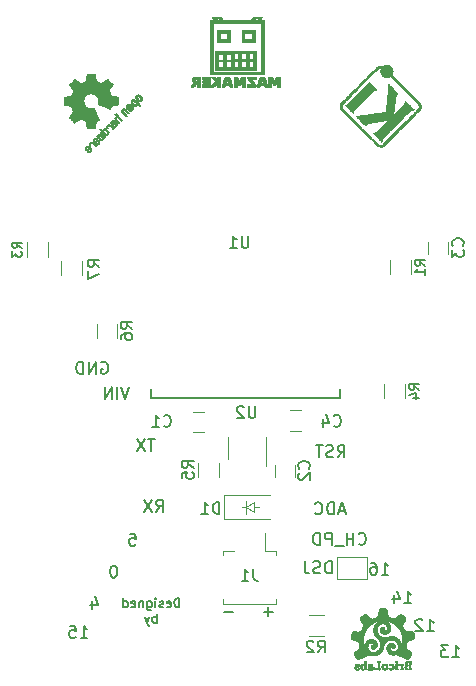
<source format=gbo>
%TF.GenerationSoftware,KiCad,Pcbnew,no-vcs-found-e0b9a21~60~ubuntu16.04.1*%
%TF.CreationDate,2017-10-14T09:33:52-06:00*%
%TF.ProjectId,001,3030312E6B696361645F706362000000,rev?*%
%TF.SameCoordinates,Original*%
%TF.FileFunction,Legend,Bot*%
%TF.FilePolarity,Positive*%
%FSLAX46Y46*%
G04 Gerber Fmt 4.6, Leading zero omitted, Abs format (unit mm)*
G04 Created by KiCad (PCBNEW no-vcs-found-e0b9a21~60~ubuntu16.04.1) date Sat Oct 14 09:33:52 2017*
%MOMM*%
%LPD*%
G01*
G04 APERTURE LIST*
%ADD10C,0.152400*%
%ADD11C,0.010000*%
%ADD12C,0.100000*%
%ADD13C,0.120000*%
%ADD14C,0.150000*%
G04 APERTURE END LIST*
D10*
X124976714Y-100147014D02*
X124976714Y-99385014D01*
X124795285Y-99385014D01*
X124686428Y-99421300D01*
X124613857Y-99493871D01*
X124577571Y-99566442D01*
X124541285Y-99711585D01*
X124541285Y-99820442D01*
X124577571Y-99965585D01*
X124613857Y-100038157D01*
X124686428Y-100110728D01*
X124795285Y-100147014D01*
X124976714Y-100147014D01*
X123924428Y-100110728D02*
X123997000Y-100147014D01*
X124142142Y-100147014D01*
X124214714Y-100110728D01*
X124251000Y-100038157D01*
X124251000Y-99747871D01*
X124214714Y-99675300D01*
X124142142Y-99639014D01*
X123997000Y-99639014D01*
X123924428Y-99675300D01*
X123888142Y-99747871D01*
X123888142Y-99820442D01*
X124251000Y-99893014D01*
X123597857Y-100110728D02*
X123525285Y-100147014D01*
X123380142Y-100147014D01*
X123307571Y-100110728D01*
X123271285Y-100038157D01*
X123271285Y-100001871D01*
X123307571Y-99929300D01*
X123380142Y-99893014D01*
X123489000Y-99893014D01*
X123561571Y-99856728D01*
X123597857Y-99784157D01*
X123597857Y-99747871D01*
X123561571Y-99675300D01*
X123489000Y-99639014D01*
X123380142Y-99639014D01*
X123307571Y-99675300D01*
X122944714Y-100147014D02*
X122944714Y-99639014D01*
X122944714Y-99385014D02*
X122981000Y-99421300D01*
X122944714Y-99457585D01*
X122908428Y-99421300D01*
X122944714Y-99385014D01*
X122944714Y-99457585D01*
X122255285Y-99639014D02*
X122255285Y-100255871D01*
X122291571Y-100328442D01*
X122327857Y-100364728D01*
X122400428Y-100401014D01*
X122509285Y-100401014D01*
X122581857Y-100364728D01*
X122255285Y-100110728D02*
X122327857Y-100147014D01*
X122473000Y-100147014D01*
X122545571Y-100110728D01*
X122581857Y-100074442D01*
X122618142Y-100001871D01*
X122618142Y-99784157D01*
X122581857Y-99711585D01*
X122545571Y-99675300D01*
X122473000Y-99639014D01*
X122327857Y-99639014D01*
X122255285Y-99675300D01*
X121892428Y-99639014D02*
X121892428Y-100147014D01*
X121892428Y-99711585D02*
X121856142Y-99675300D01*
X121783571Y-99639014D01*
X121674714Y-99639014D01*
X121602142Y-99675300D01*
X121565857Y-99747871D01*
X121565857Y-100147014D01*
X120912714Y-100110728D02*
X120985285Y-100147014D01*
X121130428Y-100147014D01*
X121203000Y-100110728D01*
X121239285Y-100038157D01*
X121239285Y-99747871D01*
X121203000Y-99675300D01*
X121130428Y-99639014D01*
X120985285Y-99639014D01*
X120912714Y-99675300D01*
X120876428Y-99747871D01*
X120876428Y-99820442D01*
X121239285Y-99893014D01*
X120223285Y-100147014D02*
X120223285Y-99385014D01*
X120223285Y-100110728D02*
X120295857Y-100147014D01*
X120441000Y-100147014D01*
X120513571Y-100110728D01*
X120549857Y-100074442D01*
X120586142Y-100001871D01*
X120586142Y-99784157D01*
X120549857Y-99711585D01*
X120513571Y-99675300D01*
X120441000Y-99639014D01*
X120295857Y-99639014D01*
X120223285Y-99675300D01*
X123053571Y-101442414D02*
X123053571Y-100680414D01*
X123053571Y-100970700D02*
X122981000Y-100934414D01*
X122835857Y-100934414D01*
X122763285Y-100970700D01*
X122727000Y-101006985D01*
X122690714Y-101079557D01*
X122690714Y-101297271D01*
X122727000Y-101369842D01*
X122763285Y-101406128D01*
X122835857Y-101442414D01*
X122981000Y-101442414D01*
X123053571Y-101406128D01*
X122436714Y-100934414D02*
X122255285Y-101442414D01*
X122073857Y-100934414D02*
X122255285Y-101442414D01*
X122327857Y-101623842D01*
X122364142Y-101660128D01*
X122436714Y-101696414D01*
X137861952Y-97284619D02*
X137861952Y-96268619D01*
X137620047Y-96268619D01*
X137474904Y-96317000D01*
X137378142Y-96413761D01*
X137329761Y-96510523D01*
X137281380Y-96704047D01*
X137281380Y-96849190D01*
X137329761Y-97042714D01*
X137378142Y-97139476D01*
X137474904Y-97236238D01*
X137620047Y-97284619D01*
X137861952Y-97284619D01*
X136894333Y-97236238D02*
X136749190Y-97284619D01*
X136507285Y-97284619D01*
X136410523Y-97236238D01*
X136362142Y-97187857D01*
X136313761Y-97091095D01*
X136313761Y-96994333D01*
X136362142Y-96897571D01*
X136410523Y-96849190D01*
X136507285Y-96800809D01*
X136700809Y-96752428D01*
X136797571Y-96704047D01*
X136845952Y-96655666D01*
X136894333Y-96558904D01*
X136894333Y-96462142D01*
X136845952Y-96365380D01*
X136797571Y-96317000D01*
X136700809Y-96268619D01*
X136458904Y-96268619D01*
X136313761Y-96317000D01*
X135588047Y-96268619D02*
X135588047Y-96994333D01*
X135636428Y-97139476D01*
X135733190Y-97236238D01*
X135878333Y-97284619D01*
X135975095Y-97284619D01*
X129537047Y-100572571D02*
X128762952Y-100572571D01*
X132887047Y-100522571D02*
X132112952Y-100522571D01*
X132500000Y-100909619D02*
X132500000Y-100135523D01*
X138366620Y-87446999D02*
X138705287Y-86963189D01*
X138947192Y-87446999D02*
X138947192Y-86430999D01*
X138560144Y-86430999D01*
X138463382Y-86479380D01*
X138415001Y-86527760D01*
X138366620Y-86624522D01*
X138366620Y-86769665D01*
X138415001Y-86866427D01*
X138463382Y-86914808D01*
X138560144Y-86963189D01*
X138947192Y-86963189D01*
X137979573Y-87398618D02*
X137834430Y-87446999D01*
X137592525Y-87446999D01*
X137495763Y-87398618D01*
X137447382Y-87350237D01*
X137399001Y-87253475D01*
X137399001Y-87156713D01*
X137447382Y-87059951D01*
X137495763Y-87011570D01*
X137592525Y-86963189D01*
X137786049Y-86914808D01*
X137882811Y-86866427D01*
X137931192Y-86818046D01*
X137979573Y-86721284D01*
X137979573Y-86624522D01*
X137931192Y-86527760D01*
X137882811Y-86479380D01*
X137786049Y-86430999D01*
X137544144Y-86430999D01*
X137399001Y-86479380D01*
X137108716Y-86430999D02*
X136528144Y-86430999D01*
X136818430Y-87446999D02*
X136818430Y-86430999D01*
X118355775Y-79423260D02*
X118452537Y-79374879D01*
X118597680Y-79374879D01*
X118742822Y-79423260D01*
X118839584Y-79520021D01*
X118887965Y-79616783D01*
X118936346Y-79810307D01*
X118936346Y-79955450D01*
X118887965Y-80148974D01*
X118839584Y-80245736D01*
X118742822Y-80342498D01*
X118597680Y-80390879D01*
X118500918Y-80390879D01*
X118355775Y-80342498D01*
X118307394Y-80294117D01*
X118307394Y-79955450D01*
X118500918Y-79955450D01*
X117871965Y-80390879D02*
X117871965Y-79374879D01*
X117291394Y-80390879D01*
X117291394Y-79374879D01*
X116807584Y-80390879D02*
X116807584Y-79374879D01*
X116565680Y-79374879D01*
X116420537Y-79423260D01*
X116323775Y-79520021D01*
X116275394Y-79616783D01*
X116227013Y-79810307D01*
X116227013Y-79955450D01*
X116275394Y-80148974D01*
X116323775Y-80245736D01*
X116420537Y-80342498D01*
X116565680Y-80390879D01*
X116807584Y-80390879D01*
X148071643Y-104385779D02*
X148652215Y-104385779D01*
X148361929Y-104385779D02*
X148361929Y-103369779D01*
X148458691Y-103514921D01*
X148555453Y-103611683D01*
X148652215Y-103660064D01*
X147732977Y-103369779D02*
X147104024Y-103369779D01*
X147442691Y-103756826D01*
X147297548Y-103756826D01*
X147200786Y-103805207D01*
X147152405Y-103853588D01*
X147104024Y-103950350D01*
X147104024Y-104192255D01*
X147152405Y-104289017D01*
X147200786Y-104337398D01*
X147297548Y-104385779D01*
X147587834Y-104385779D01*
X147684596Y-104337398D01*
X147732977Y-104289017D01*
X120736601Y-81472919D02*
X120397935Y-82488919D01*
X120059268Y-81472919D01*
X119720601Y-82488919D02*
X119720601Y-81472919D01*
X119236792Y-82488919D02*
X119236792Y-81472919D01*
X118656220Y-82488919D01*
X118656220Y-81472919D01*
X123007453Y-92045779D02*
X123346120Y-91561969D01*
X123588024Y-92045779D02*
X123588024Y-91029779D01*
X123200977Y-91029779D01*
X123104215Y-91078160D01*
X123055834Y-91126540D01*
X123007453Y-91223302D01*
X123007453Y-91368445D01*
X123055834Y-91465207D01*
X123104215Y-91513588D01*
X123200977Y-91561969D01*
X123588024Y-91561969D01*
X122668786Y-91029779D02*
X121991453Y-92045779D01*
X121991453Y-91029779D02*
X122668786Y-92045779D01*
X122871215Y-85887659D02*
X122290643Y-85887659D01*
X122580929Y-86903659D02*
X122580929Y-85887659D01*
X122048739Y-85887659D02*
X121371405Y-86903659D01*
X121371405Y-85887659D02*
X122048739Y-86903659D01*
X138976024Y-91995493D02*
X138492215Y-91995493D01*
X139072786Y-92285779D02*
X138734120Y-91269779D01*
X138395453Y-92285779D01*
X138056786Y-92285779D02*
X138056786Y-91269779D01*
X137814881Y-91269779D01*
X137669739Y-91318160D01*
X137572977Y-91414921D01*
X137524596Y-91511683D01*
X137476215Y-91705207D01*
X137476215Y-91850350D01*
X137524596Y-92043874D01*
X137572977Y-92140636D01*
X137669739Y-92237398D01*
X137814881Y-92285779D01*
X138056786Y-92285779D01*
X136460215Y-92189017D02*
X136508596Y-92237398D01*
X136653739Y-92285779D01*
X136750500Y-92285779D01*
X136895643Y-92237398D01*
X136992405Y-92140636D01*
X137040786Y-92043874D01*
X137089167Y-91850350D01*
X137089167Y-91705207D01*
X137040786Y-91511683D01*
X136992405Y-91414921D01*
X136895643Y-91318160D01*
X136750500Y-91269779D01*
X136653739Y-91269779D01*
X136508596Y-91318160D01*
X136460215Y-91366540D01*
X142091643Y-97385779D02*
X142672215Y-97385779D01*
X142381929Y-97385779D02*
X142381929Y-96369779D01*
X142478691Y-96514921D01*
X142575453Y-96611683D01*
X142672215Y-96660064D01*
X141220786Y-96369779D02*
X141414310Y-96369779D01*
X141511072Y-96418160D01*
X141559453Y-96466540D01*
X141656215Y-96611683D01*
X141704596Y-96805207D01*
X141704596Y-97192255D01*
X141656215Y-97289017D01*
X141607834Y-97337398D01*
X141511072Y-97385779D01*
X141317548Y-97385779D01*
X141220786Y-97337398D01*
X141172405Y-97289017D01*
X141124024Y-97192255D01*
X141124024Y-96950350D01*
X141172405Y-96853588D01*
X141220786Y-96805207D01*
X141317548Y-96756826D01*
X141511072Y-96756826D01*
X141607834Y-96805207D01*
X141656215Y-96853588D01*
X141704596Y-96950350D01*
X145921643Y-102175779D02*
X146502215Y-102175779D01*
X146211929Y-102175779D02*
X146211929Y-101159779D01*
X146308691Y-101304921D01*
X146405453Y-101401683D01*
X146502215Y-101450064D01*
X145534596Y-101256540D02*
X145486215Y-101208160D01*
X145389453Y-101159779D01*
X145147548Y-101159779D01*
X145050786Y-101208160D01*
X145002405Y-101256540D01*
X144954024Y-101353302D01*
X144954024Y-101450064D01*
X145002405Y-101595207D01*
X145582977Y-102175779D01*
X144954024Y-102175779D01*
X119466500Y-96619779D02*
X119369739Y-96619779D01*
X119272977Y-96668160D01*
X119224596Y-96716540D01*
X119176215Y-96813302D01*
X119127834Y-97006826D01*
X119127834Y-97248731D01*
X119176215Y-97442255D01*
X119224596Y-97539017D01*
X119272977Y-97587398D01*
X119369739Y-97635779D01*
X119466500Y-97635779D01*
X119563262Y-97587398D01*
X119611643Y-97539017D01*
X119660024Y-97442255D01*
X119708405Y-97248731D01*
X119708405Y-97006826D01*
X119660024Y-96813302D01*
X119611643Y-96716540D01*
X119563262Y-96668160D01*
X119466500Y-96619779D01*
X144001643Y-99805779D02*
X144582215Y-99805779D01*
X144291929Y-99805779D02*
X144291929Y-98789779D01*
X144388691Y-98934921D01*
X144485453Y-99031683D01*
X144582215Y-99080064D01*
X143130786Y-99128445D02*
X143130786Y-99805779D01*
X143372691Y-98741398D02*
X143614596Y-99467112D01*
X142985643Y-99467112D01*
X120766215Y-93909779D02*
X121250024Y-93909779D01*
X121298405Y-94393588D01*
X121250024Y-94345207D01*
X121153262Y-94296826D01*
X120911358Y-94296826D01*
X120814596Y-94345207D01*
X120766215Y-94393588D01*
X120717834Y-94490350D01*
X120717834Y-94732255D01*
X120766215Y-94829017D01*
X120814596Y-94877398D01*
X120911358Y-94925779D01*
X121153262Y-94925779D01*
X121250024Y-94877398D01*
X121298405Y-94829017D01*
X117574596Y-99578445D02*
X117574596Y-100255779D01*
X117816500Y-99191398D02*
X118058405Y-99917112D01*
X117429453Y-99917112D01*
X140138881Y-94769017D02*
X140187262Y-94817398D01*
X140332405Y-94865779D01*
X140429167Y-94865779D01*
X140574310Y-94817398D01*
X140671072Y-94720636D01*
X140719453Y-94623874D01*
X140767834Y-94430350D01*
X140767834Y-94285207D01*
X140719453Y-94091683D01*
X140671072Y-93994921D01*
X140574310Y-93898160D01*
X140429167Y-93849779D01*
X140332405Y-93849779D01*
X140187262Y-93898160D01*
X140138881Y-93946540D01*
X139703453Y-94865779D02*
X139703453Y-93849779D01*
X139703453Y-94333588D02*
X139122881Y-94333588D01*
X139122881Y-94865779D02*
X139122881Y-93849779D01*
X138880977Y-94962540D02*
X138106881Y-94962540D01*
X137864977Y-94865779D02*
X137864977Y-93849779D01*
X137477929Y-93849779D01*
X137381167Y-93898160D01*
X137332786Y-93946540D01*
X137284405Y-94043302D01*
X137284405Y-94188445D01*
X137332786Y-94285207D01*
X137381167Y-94333588D01*
X137477929Y-94381969D01*
X137864977Y-94381969D01*
X136848977Y-94865779D02*
X136848977Y-93849779D01*
X136607072Y-93849779D01*
X136461929Y-93898160D01*
X136365167Y-93994921D01*
X136316786Y-94091683D01*
X136268405Y-94285207D01*
X136268405Y-94430350D01*
X136316786Y-94623874D01*
X136365167Y-94720636D01*
X136461929Y-94817398D01*
X136607072Y-94865779D01*
X136848977Y-94865779D01*
X116611643Y-102725779D02*
X117192215Y-102725779D01*
X116901929Y-102725779D02*
X116901929Y-101709779D01*
X116998691Y-101854921D01*
X117095453Y-101951683D01*
X117192215Y-102000064D01*
X115692405Y-101709779D02*
X116176215Y-101709779D01*
X116224596Y-102193588D01*
X116176215Y-102145207D01*
X116079453Y-102096826D01*
X115837548Y-102096826D01*
X115740786Y-102145207D01*
X115692405Y-102193588D01*
X115644024Y-102290350D01*
X115644024Y-102532255D01*
X115692405Y-102629017D01*
X115740786Y-102677398D01*
X115837548Y-102725779D01*
X116079453Y-102725779D01*
X116176215Y-102677398D01*
X116224596Y-102629017D01*
D11*
%TO.C,G\002A\002A\002A*%
G36*
X128196000Y-52329750D02*
X129275500Y-52329750D01*
X129275500Y-51504250D01*
X129021500Y-51504250D01*
X129021500Y-52075750D01*
X128450000Y-52075750D01*
X128450000Y-51504250D01*
X129021500Y-51504250D01*
X129275500Y-51504250D01*
X129275500Y-51250250D01*
X128196000Y-51250250D01*
X128196000Y-52329750D01*
X128196000Y-52329750D01*
G37*
X128196000Y-52329750D02*
X129275500Y-52329750D01*
X129275500Y-51504250D01*
X129021500Y-51504250D01*
X129021500Y-52075750D01*
X128450000Y-52075750D01*
X128450000Y-51504250D01*
X129021500Y-51504250D01*
X129275500Y-51504250D01*
X129275500Y-51250250D01*
X128196000Y-51250250D01*
X128196000Y-52329750D01*
G36*
X130259750Y-52329750D02*
X131339250Y-52329750D01*
X131339250Y-51504250D01*
X131085250Y-51504250D01*
X131085250Y-52075750D01*
X130482000Y-52075750D01*
X130482000Y-51504250D01*
X131085250Y-51504250D01*
X131339250Y-51504250D01*
X131339250Y-51250250D01*
X130259750Y-51250250D01*
X130259750Y-52329750D01*
X130259750Y-52329750D01*
G37*
X130259750Y-52329750D02*
X131339250Y-52329750D01*
X131339250Y-51504250D01*
X131085250Y-51504250D01*
X131085250Y-52075750D01*
X130482000Y-52075750D01*
X130482000Y-51504250D01*
X131085250Y-51504250D01*
X131339250Y-51504250D01*
X131339250Y-51250250D01*
X130259750Y-51250250D01*
X130259750Y-52329750D01*
G36*
X128005500Y-54647500D02*
X131498000Y-54647500D01*
X131498000Y-53885500D01*
X131244000Y-53885500D01*
X131244000Y-54393500D01*
X130831250Y-54393500D01*
X130831250Y-53885500D01*
X130609000Y-53885500D01*
X130609000Y-54393500D01*
X130196250Y-54393500D01*
X130196250Y-53885500D01*
X129974000Y-53885500D01*
X129974000Y-54393500D01*
X129561250Y-54393500D01*
X129561250Y-53885500D01*
X129307250Y-53885500D01*
X129307250Y-54393500D01*
X128926250Y-54393500D01*
X128926250Y-53885500D01*
X128640500Y-53885500D01*
X128640500Y-54393500D01*
X128259500Y-54393500D01*
X128259500Y-53885500D01*
X128640500Y-53885500D01*
X128926250Y-53885500D01*
X129307250Y-53885500D01*
X129561250Y-53885500D01*
X129974000Y-53885500D01*
X130196250Y-53885500D01*
X130609000Y-53885500D01*
X130831250Y-53885500D01*
X131244000Y-53885500D01*
X131498000Y-53885500D01*
X131498000Y-53250500D01*
X131244000Y-53250500D01*
X131244000Y-53758500D01*
X130831250Y-53758500D01*
X130831250Y-53250500D01*
X130609000Y-53250500D01*
X130609000Y-53758500D01*
X130196250Y-53758500D01*
X130196250Y-53250500D01*
X129974000Y-53250500D01*
X129974000Y-53758500D01*
X129561250Y-53758500D01*
X129561250Y-53282250D01*
X129307250Y-53282250D01*
X129307250Y-53790250D01*
X128894500Y-53790250D01*
X128894500Y-53282250D01*
X128640500Y-53282250D01*
X128640500Y-53790250D01*
X128259500Y-53790250D01*
X128259500Y-53282250D01*
X128640500Y-53282250D01*
X128894500Y-53282250D01*
X129307250Y-53282250D01*
X129561250Y-53282250D01*
X129561250Y-53250500D01*
X129974000Y-53250500D01*
X130196250Y-53250500D01*
X130609000Y-53250500D01*
X130831250Y-53250500D01*
X131244000Y-53250500D01*
X131498000Y-53250500D01*
X131498000Y-53028250D01*
X128005500Y-53028250D01*
X128005500Y-54647500D01*
X128005500Y-54647500D01*
G37*
X128005500Y-54647500D02*
X131498000Y-54647500D01*
X131498000Y-53885500D01*
X131244000Y-53885500D01*
X131244000Y-54393500D01*
X130831250Y-54393500D01*
X130831250Y-53885500D01*
X130609000Y-53885500D01*
X130609000Y-54393500D01*
X130196250Y-54393500D01*
X130196250Y-53885500D01*
X129974000Y-53885500D01*
X129974000Y-54393500D01*
X129561250Y-54393500D01*
X129561250Y-53885500D01*
X129307250Y-53885500D01*
X129307250Y-54393500D01*
X128926250Y-54393500D01*
X128926250Y-53885500D01*
X128640500Y-53885500D01*
X128640500Y-54393500D01*
X128259500Y-54393500D01*
X128259500Y-53885500D01*
X128640500Y-53885500D01*
X128926250Y-53885500D01*
X129307250Y-53885500D01*
X129561250Y-53885500D01*
X129974000Y-53885500D01*
X130196250Y-53885500D01*
X130609000Y-53885500D01*
X130831250Y-53885500D01*
X131244000Y-53885500D01*
X131498000Y-53885500D01*
X131498000Y-53250500D01*
X131244000Y-53250500D01*
X131244000Y-53758500D01*
X130831250Y-53758500D01*
X130831250Y-53250500D01*
X130609000Y-53250500D01*
X130609000Y-53758500D01*
X130196250Y-53758500D01*
X130196250Y-53250500D01*
X129974000Y-53250500D01*
X129974000Y-53758500D01*
X129561250Y-53758500D01*
X129561250Y-53282250D01*
X129307250Y-53282250D01*
X129307250Y-53790250D01*
X128894500Y-53790250D01*
X128894500Y-53282250D01*
X128640500Y-53282250D01*
X128640500Y-53790250D01*
X128259500Y-53790250D01*
X128259500Y-53282250D01*
X128640500Y-53282250D01*
X128894500Y-53282250D01*
X129307250Y-53282250D01*
X129561250Y-53282250D01*
X129561250Y-53250500D01*
X129974000Y-53250500D01*
X130196250Y-53250500D01*
X130609000Y-53250500D01*
X130831250Y-53250500D01*
X131244000Y-53250500D01*
X131498000Y-53250500D01*
X131498000Y-53028250D01*
X128005500Y-53028250D01*
X128005500Y-54647500D01*
G36*
X131132875Y-50297750D02*
X131052431Y-50456500D01*
X128619605Y-50456500D01*
X128356041Y-50456500D01*
X128260961Y-50456500D01*
X128181730Y-50440319D01*
X128127242Y-50380724D01*
X128117255Y-50362466D01*
X128087440Y-50296505D01*
X128092084Y-50261521D01*
X128130227Y-50235466D01*
X128184152Y-50210072D01*
X128219492Y-50213940D01*
X128252845Y-50256762D01*
X128291250Y-50329500D01*
X128356041Y-50456500D01*
X128619605Y-50456500D01*
X128545250Y-50297750D01*
X128470896Y-50139000D01*
X128111198Y-50139000D01*
X127941661Y-50141832D01*
X127823102Y-50150032D01*
X127760408Y-50163151D01*
X127751500Y-50172014D01*
X127764986Y-50218641D01*
X127798888Y-50296767D01*
X127815646Y-50330764D01*
X127879791Y-50456499D01*
X127704521Y-50456499D01*
X127529250Y-50456500D01*
X127529250Y-54996750D01*
X132133000Y-54996750D01*
X132133000Y-50710500D01*
X131910750Y-50710500D01*
X131910750Y-54869750D01*
X127783250Y-54869750D01*
X127783250Y-50710500D01*
X131910750Y-50710500D01*
X132133000Y-50710500D01*
X132133000Y-50456500D01*
X131990125Y-50456500D01*
X131895065Y-50450404D01*
X131854898Y-50424307D01*
X131862799Y-50366491D01*
X131896173Y-50295240D01*
X131898800Y-50288452D01*
X131607515Y-50288452D01*
X131602785Y-50340699D01*
X131589160Y-50373423D01*
X131545520Y-50434192D01*
X131475217Y-50455545D01*
X131445279Y-50456500D01*
X131373829Y-50452805D01*
X131339729Y-50443776D01*
X131339250Y-50442439D01*
X131354777Y-50402947D01*
X131392069Y-50337869D01*
X131437195Y-50268828D01*
X131476223Y-50217447D01*
X131493199Y-50203509D01*
X131532318Y-50221468D01*
X131570444Y-50247433D01*
X131607515Y-50288452D01*
X131898800Y-50288452D01*
X131924415Y-50222291D01*
X131927255Y-50172186D01*
X131926049Y-50169817D01*
X131888375Y-50157324D01*
X131801029Y-50147264D01*
X131677825Y-50140800D01*
X131560162Y-50139000D01*
X131213320Y-50139000D01*
X131132875Y-50297750D01*
X131132875Y-50297750D01*
G37*
X131132875Y-50297750D02*
X131052431Y-50456500D01*
X128619605Y-50456500D01*
X128356041Y-50456500D01*
X128260961Y-50456500D01*
X128181730Y-50440319D01*
X128127242Y-50380724D01*
X128117255Y-50362466D01*
X128087440Y-50296505D01*
X128092084Y-50261521D01*
X128130227Y-50235466D01*
X128184152Y-50210072D01*
X128219492Y-50213940D01*
X128252845Y-50256762D01*
X128291250Y-50329500D01*
X128356041Y-50456500D01*
X128619605Y-50456500D01*
X128545250Y-50297750D01*
X128470896Y-50139000D01*
X128111198Y-50139000D01*
X127941661Y-50141832D01*
X127823102Y-50150032D01*
X127760408Y-50163151D01*
X127751500Y-50172014D01*
X127764986Y-50218641D01*
X127798888Y-50296767D01*
X127815646Y-50330764D01*
X127879791Y-50456499D01*
X127704521Y-50456499D01*
X127529250Y-50456500D01*
X127529250Y-54996750D01*
X132133000Y-54996750D01*
X132133000Y-50710500D01*
X131910750Y-50710500D01*
X131910750Y-54869750D01*
X127783250Y-54869750D01*
X127783250Y-50710500D01*
X131910750Y-50710500D01*
X132133000Y-50710500D01*
X132133000Y-50456500D01*
X131990125Y-50456500D01*
X131895065Y-50450404D01*
X131854898Y-50424307D01*
X131862799Y-50366491D01*
X131896173Y-50295240D01*
X131898800Y-50288452D01*
X131607515Y-50288452D01*
X131602785Y-50340699D01*
X131589160Y-50373423D01*
X131545520Y-50434192D01*
X131475217Y-50455545D01*
X131445279Y-50456500D01*
X131373829Y-50452805D01*
X131339729Y-50443776D01*
X131339250Y-50442439D01*
X131354777Y-50402947D01*
X131392069Y-50337869D01*
X131437195Y-50268828D01*
X131476223Y-50217447D01*
X131493199Y-50203509D01*
X131532318Y-50221468D01*
X131570444Y-50247433D01*
X131607515Y-50288452D01*
X131898800Y-50288452D01*
X131924415Y-50222291D01*
X131927255Y-50172186D01*
X131926049Y-50169817D01*
X131888375Y-50157324D01*
X131801029Y-50147264D01*
X131677825Y-50140800D01*
X131560162Y-50139000D01*
X131213320Y-50139000D01*
X131132875Y-50297750D01*
G36*
X126307460Y-55221013D02*
X126213516Y-55228880D01*
X126152842Y-55245343D01*
X126110360Y-55273142D01*
X126100500Y-55282500D01*
X126048937Y-55372524D01*
X126038950Y-55480240D01*
X126070520Y-55579193D01*
X126100758Y-55616107D01*
X126142860Y-55664045D01*
X126137017Y-55702970D01*
X126120332Y-55724215D01*
X126084232Y-55776198D01*
X126037101Y-55856859D01*
X125990168Y-55945138D01*
X125954666Y-56019973D01*
X125941750Y-56059110D01*
X125970093Y-56069483D01*
X126041538Y-56075576D01*
X126079803Y-56076250D01*
X126167801Y-56071766D01*
X126218787Y-56047449D01*
X126257566Y-55986998D01*
X126275995Y-55947320D01*
X126340002Y-55840376D01*
X126412679Y-55774180D01*
X126463538Y-55758750D01*
X126473788Y-55787323D01*
X126480291Y-55860375D01*
X126481500Y-55917500D01*
X126481500Y-56076250D01*
X126735500Y-56076250D01*
X126735500Y-55506889D01*
X126481500Y-55506889D01*
X126475899Y-55573045D01*
X126449705Y-55590842D01*
X126410063Y-55581985D01*
X126345169Y-55551504D01*
X126317751Y-55527162D01*
X126307963Y-55467405D01*
X126348063Y-55422519D01*
X126405522Y-55409500D01*
X126459564Y-55420159D01*
X126479621Y-55464700D01*
X126481500Y-55506889D01*
X126735500Y-55506889D01*
X126735500Y-55219000D01*
X126449750Y-55219000D01*
X126307460Y-55221013D01*
X126307460Y-55221013D01*
G37*
X126307460Y-55221013D02*
X126213516Y-55228880D01*
X126152842Y-55245343D01*
X126110360Y-55273142D01*
X126100500Y-55282500D01*
X126048937Y-55372524D01*
X126038950Y-55480240D01*
X126070520Y-55579193D01*
X126100758Y-55616107D01*
X126142860Y-55664045D01*
X126137017Y-55702970D01*
X126120332Y-55724215D01*
X126084232Y-55776198D01*
X126037101Y-55856859D01*
X125990168Y-55945138D01*
X125954666Y-56019973D01*
X125941750Y-56059110D01*
X125970093Y-56069483D01*
X126041538Y-56075576D01*
X126079803Y-56076250D01*
X126167801Y-56071766D01*
X126218787Y-56047449D01*
X126257566Y-55986998D01*
X126275995Y-55947320D01*
X126340002Y-55840376D01*
X126412679Y-55774180D01*
X126463538Y-55758750D01*
X126473788Y-55787323D01*
X126480291Y-55860375D01*
X126481500Y-55917500D01*
X126481500Y-56076250D01*
X126735500Y-56076250D01*
X126735500Y-55506889D01*
X126481500Y-55506889D01*
X126475899Y-55573045D01*
X126449705Y-55590842D01*
X126410063Y-55581985D01*
X126345169Y-55551504D01*
X126317751Y-55527162D01*
X126307963Y-55467405D01*
X126348063Y-55422519D01*
X126405522Y-55409500D01*
X126459564Y-55420159D01*
X126479621Y-55464700D01*
X126481500Y-55506889D01*
X126735500Y-55506889D01*
X126735500Y-55219000D01*
X126449750Y-55219000D01*
X126307460Y-55221013D01*
G36*
X126894250Y-55409500D02*
X127084750Y-55409500D01*
X127191149Y-55411816D01*
X127248641Y-55421994D01*
X127271748Y-55444874D01*
X127275250Y-55473000D01*
X127267671Y-55509696D01*
X127234900Y-55528813D01*
X127161889Y-55535822D01*
X127100625Y-55536500D01*
X127000795Y-55538099D01*
X126948834Y-55548581D01*
X126929113Y-55576470D01*
X126926001Y-55630293D01*
X126926000Y-55631750D01*
X126928933Y-55686202D01*
X126948149Y-55714545D01*
X126999280Y-55725302D01*
X127097955Y-55726999D01*
X127100625Y-55727000D01*
X127200637Y-55729060D01*
X127252712Y-55739950D01*
X127272390Y-55766733D01*
X127275250Y-55806375D01*
X127271217Y-55850365D01*
X127249176Y-55874116D01*
X127194216Y-55883839D01*
X127091428Y-55885748D01*
X127084750Y-55885750D01*
X126894250Y-55885750D01*
X126894250Y-56076250D01*
X127529250Y-56076250D01*
X127529250Y-55219000D01*
X126894250Y-55219000D01*
X126894250Y-55409500D01*
X126894250Y-55409500D01*
G37*
X126894250Y-55409500D02*
X127084750Y-55409500D01*
X127191149Y-55411816D01*
X127248641Y-55421994D01*
X127271748Y-55444874D01*
X127275250Y-55473000D01*
X127267671Y-55509696D01*
X127234900Y-55528813D01*
X127161889Y-55535822D01*
X127100625Y-55536500D01*
X127000795Y-55538099D01*
X126948834Y-55548581D01*
X126929113Y-55576470D01*
X126926001Y-55630293D01*
X126926000Y-55631750D01*
X126928933Y-55686202D01*
X126948149Y-55714545D01*
X126999280Y-55725302D01*
X127097955Y-55726999D01*
X127100625Y-55727000D01*
X127200637Y-55729060D01*
X127252712Y-55739950D01*
X127272390Y-55766733D01*
X127275250Y-55806375D01*
X127271217Y-55850365D01*
X127249176Y-55874116D01*
X127194216Y-55883839D01*
X127091428Y-55885748D01*
X127084750Y-55885750D01*
X126894250Y-55885750D01*
X126894250Y-56076250D01*
X127529250Y-56076250D01*
X127529250Y-55219000D01*
X126894250Y-55219000D01*
X126894250Y-55409500D01*
G36*
X128196000Y-55486221D02*
X128059861Y-55352610D01*
X127976334Y-55276170D01*
X127909638Y-55236073D01*
X127834754Y-55220903D01*
X127767091Y-55219000D01*
X127610460Y-55219000D01*
X127815033Y-55425408D01*
X128019607Y-55631816D01*
X127578579Y-56076250D01*
X127732071Y-56076250D01*
X127826613Y-56070440D01*
X127902178Y-56046050D01*
X127983575Y-55992634D01*
X128040782Y-55946293D01*
X128196000Y-55816336D01*
X128196000Y-56076250D01*
X128450000Y-56076250D01*
X128450000Y-55219000D01*
X128196000Y-55219000D01*
X128196000Y-55486221D01*
X128196000Y-55486221D01*
G37*
X128196000Y-55486221D02*
X128059861Y-55352610D01*
X127976334Y-55276170D01*
X127909638Y-55236073D01*
X127834754Y-55220903D01*
X127767091Y-55219000D01*
X127610460Y-55219000D01*
X127815033Y-55425408D01*
X128019607Y-55631816D01*
X127578579Y-56076250D01*
X127732071Y-56076250D01*
X127826613Y-56070440D01*
X127902178Y-56046050D01*
X127983575Y-55992634D01*
X128040782Y-55946293D01*
X128196000Y-55816336D01*
X128196000Y-56076250D01*
X128450000Y-56076250D01*
X128450000Y-55219000D01*
X128196000Y-55219000D01*
X128196000Y-55486221D01*
G36*
X129009021Y-55225461D02*
X128848386Y-55234875D01*
X128698356Y-55631750D01*
X128642836Y-55780021D01*
X128596363Y-55906801D01*
X128563165Y-56000351D01*
X128547473Y-56048931D01*
X128546789Y-56052437D01*
X128574148Y-56066772D01*
X128644996Y-56075258D01*
X128684684Y-56076250D01*
X128773898Y-56071590D01*
X128819726Y-56051029D01*
X128841994Y-56004691D01*
X128844038Y-55996875D01*
X128864364Y-55947273D01*
X128905269Y-55924022D01*
X128986303Y-55917602D01*
X129007016Y-55917500D01*
X129099275Y-55922562D01*
X129149385Y-55944158D01*
X129178320Y-55991895D01*
X129180250Y-55996875D01*
X129211266Y-56049569D01*
X129264889Y-56072213D01*
X129338215Y-56076250D01*
X129418039Y-56069748D01*
X129462625Y-56053495D01*
X129466000Y-56046771D01*
X129455511Y-56007544D01*
X129426781Y-55920805D01*
X129383919Y-55798480D01*
X129351405Y-55708725D01*
X129074111Y-55708725D01*
X129037641Y-55726086D01*
X129010737Y-55727000D01*
X128960605Y-55722664D01*
X128946253Y-55697732D01*
X128960701Y-55634315D01*
X128966777Y-55614319D01*
X128993161Y-55548342D01*
X129017828Y-55539695D01*
X129045584Y-55590346D01*
X129067424Y-55655562D01*
X129074111Y-55708725D01*
X129351405Y-55708725D01*
X129331034Y-55652493D01*
X129317828Y-55616671D01*
X129169656Y-55216048D01*
X129009021Y-55225461D01*
X129009021Y-55225461D01*
G37*
X129009021Y-55225461D02*
X128848386Y-55234875D01*
X128698356Y-55631750D01*
X128642836Y-55780021D01*
X128596363Y-55906801D01*
X128563165Y-56000351D01*
X128547473Y-56048931D01*
X128546789Y-56052437D01*
X128574148Y-56066772D01*
X128644996Y-56075258D01*
X128684684Y-56076250D01*
X128773898Y-56071590D01*
X128819726Y-56051029D01*
X128841994Y-56004691D01*
X128844038Y-55996875D01*
X128864364Y-55947273D01*
X128905269Y-55924022D01*
X128986303Y-55917602D01*
X129007016Y-55917500D01*
X129099275Y-55922562D01*
X129149385Y-55944158D01*
X129178320Y-55991895D01*
X129180250Y-55996875D01*
X129211266Y-56049569D01*
X129264889Y-56072213D01*
X129338215Y-56076250D01*
X129418039Y-56069748D01*
X129462625Y-56053495D01*
X129466000Y-56046771D01*
X129455511Y-56007544D01*
X129426781Y-55920805D01*
X129383919Y-55798480D01*
X129351405Y-55708725D01*
X129074111Y-55708725D01*
X129037641Y-55726086D01*
X129010737Y-55727000D01*
X128960605Y-55722664D01*
X128946253Y-55697732D01*
X128960701Y-55634315D01*
X128966777Y-55614319D01*
X128993161Y-55548342D01*
X129017828Y-55539695D01*
X129045584Y-55590346D01*
X129067424Y-55655562D01*
X129074111Y-55708725D01*
X129351405Y-55708725D01*
X129331034Y-55652493D01*
X129317828Y-55616671D01*
X129169656Y-55216048D01*
X129009021Y-55225461D01*
G36*
X130141317Y-55414689D02*
X130056449Y-55610379D01*
X129969066Y-55414689D01*
X129881684Y-55219000D01*
X129561250Y-55219000D01*
X129561250Y-56076250D01*
X129815250Y-56076250D01*
X129816924Y-55830187D01*
X129818598Y-55584125D01*
X129888362Y-55750782D01*
X129932079Y-55846485D01*
X129969584Y-55896514D01*
X130015294Y-55915254D01*
X130055437Y-55917469D01*
X130116806Y-55910243D01*
X130159769Y-55878528D01*
X130200579Y-55807338D01*
X130218960Y-55766687D01*
X130285171Y-55615875D01*
X130288336Y-55846062D01*
X130291500Y-56076250D01*
X130545500Y-56076250D01*
X130545500Y-55219000D01*
X130226185Y-55219000D01*
X130141317Y-55414689D01*
X130141317Y-55414689D01*
G37*
X130141317Y-55414689D02*
X130056449Y-55610379D01*
X129969066Y-55414689D01*
X129881684Y-55219000D01*
X129561250Y-55219000D01*
X129561250Y-56076250D01*
X129815250Y-56076250D01*
X129816924Y-55830187D01*
X129818598Y-55584125D01*
X129888362Y-55750782D01*
X129932079Y-55846485D01*
X129969584Y-55896514D01*
X130015294Y-55915254D01*
X130055437Y-55917469D01*
X130116806Y-55910243D01*
X130159769Y-55878528D01*
X130200579Y-55807338D01*
X130218960Y-55766687D01*
X130285171Y-55615875D01*
X130288336Y-55846062D01*
X130291500Y-56076250D01*
X130545500Y-56076250D01*
X130545500Y-55219000D01*
X130226185Y-55219000D01*
X130141317Y-55414689D01*
G36*
X130904520Y-55219630D02*
X130792874Y-55222582D01*
X130724151Y-55229447D01*
X130688064Y-55241817D01*
X130674327Y-55261284D01*
X130672500Y-55280404D01*
X130691894Y-55328850D01*
X130744415Y-55412634D01*
X130821576Y-55519131D01*
X130896644Y-55613779D01*
X131120787Y-55885750D01*
X130672500Y-55885750D01*
X130672500Y-56076250D01*
X131069375Y-56076250D01*
X131233796Y-56075863D01*
X131345083Y-56073441D01*
X131413605Y-56067089D01*
X131449728Y-56054914D01*
X131463821Y-56035019D01*
X131466249Y-56005512D01*
X131466250Y-56003733D01*
X131445547Y-55945242D01*
X131388196Y-55851798D01*
X131301334Y-55734438D01*
X131255794Y-55678296D01*
X131045338Y-55425375D01*
X131255794Y-55415986D01*
X131367962Y-55409884D01*
X131430909Y-55399556D01*
X131458854Y-55378029D01*
X131466018Y-55338332D01*
X131466250Y-55312799D01*
X131466250Y-55219000D01*
X131069375Y-55219000D01*
X130904520Y-55219630D01*
X130904520Y-55219630D01*
G37*
X130904520Y-55219630D02*
X130792874Y-55222582D01*
X130724151Y-55229447D01*
X130688064Y-55241817D01*
X130674327Y-55261284D01*
X130672500Y-55280404D01*
X130691894Y-55328850D01*
X130744415Y-55412634D01*
X130821576Y-55519131D01*
X130896644Y-55613779D01*
X131120787Y-55885750D01*
X130672500Y-55885750D01*
X130672500Y-56076250D01*
X131069375Y-56076250D01*
X131233796Y-56075863D01*
X131345083Y-56073441D01*
X131413605Y-56067089D01*
X131449728Y-56054914D01*
X131463821Y-56035019D01*
X131466249Y-56005512D01*
X131466250Y-56003733D01*
X131445547Y-55945242D01*
X131388196Y-55851798D01*
X131301334Y-55734438D01*
X131255794Y-55678296D01*
X131045338Y-55425375D01*
X131255794Y-55415986D01*
X131367962Y-55409884D01*
X131430909Y-55399556D01*
X131458854Y-55378029D01*
X131466018Y-55338332D01*
X131466250Y-55312799D01*
X131466250Y-55219000D01*
X131069375Y-55219000D01*
X130904520Y-55219630D01*
G36*
X131961771Y-55225461D02*
X131801136Y-55234875D01*
X131651106Y-55631750D01*
X131595586Y-55780021D01*
X131549113Y-55906801D01*
X131515915Y-56000351D01*
X131500223Y-56048931D01*
X131499539Y-56052437D01*
X131526898Y-56066772D01*
X131597746Y-56075258D01*
X131637434Y-56076250D01*
X131726648Y-56071590D01*
X131772476Y-56051029D01*
X131794744Y-56004691D01*
X131796788Y-55996875D01*
X131817114Y-55947273D01*
X131858019Y-55924022D01*
X131939053Y-55917602D01*
X131959766Y-55917500D01*
X132052025Y-55922562D01*
X132102135Y-55944158D01*
X132131070Y-55991895D01*
X132133000Y-55996875D01*
X132164016Y-56049569D01*
X132217639Y-56072213D01*
X132290965Y-56076250D01*
X132370789Y-56069748D01*
X132415375Y-56053495D01*
X132418750Y-56046771D01*
X132408261Y-56007544D01*
X132379531Y-55920805D01*
X132336669Y-55798480D01*
X132304155Y-55708725D01*
X132026861Y-55708725D01*
X131990391Y-55726086D01*
X131963487Y-55727000D01*
X131913355Y-55722664D01*
X131899003Y-55697732D01*
X131913451Y-55634315D01*
X131919527Y-55614319D01*
X131945911Y-55548342D01*
X131970578Y-55539695D01*
X131998334Y-55590346D01*
X132020174Y-55655562D01*
X132026861Y-55708725D01*
X132304155Y-55708725D01*
X132283784Y-55652493D01*
X132270578Y-55616671D01*
X132122406Y-55216048D01*
X131961771Y-55225461D01*
X131961771Y-55225461D01*
G37*
X131961771Y-55225461D02*
X131801136Y-55234875D01*
X131651106Y-55631750D01*
X131595586Y-55780021D01*
X131549113Y-55906801D01*
X131515915Y-56000351D01*
X131500223Y-56048931D01*
X131499539Y-56052437D01*
X131526898Y-56066772D01*
X131597746Y-56075258D01*
X131637434Y-56076250D01*
X131726648Y-56071590D01*
X131772476Y-56051029D01*
X131794744Y-56004691D01*
X131796788Y-55996875D01*
X131817114Y-55947273D01*
X131858019Y-55924022D01*
X131939053Y-55917602D01*
X131959766Y-55917500D01*
X132052025Y-55922562D01*
X132102135Y-55944158D01*
X132131070Y-55991895D01*
X132133000Y-55996875D01*
X132164016Y-56049569D01*
X132217639Y-56072213D01*
X132290965Y-56076250D01*
X132370789Y-56069748D01*
X132415375Y-56053495D01*
X132418750Y-56046771D01*
X132408261Y-56007544D01*
X132379531Y-55920805D01*
X132336669Y-55798480D01*
X132304155Y-55708725D01*
X132026861Y-55708725D01*
X131990391Y-55726086D01*
X131963487Y-55727000D01*
X131913355Y-55722664D01*
X131899003Y-55697732D01*
X131913451Y-55634315D01*
X131919527Y-55614319D01*
X131945911Y-55548342D01*
X131970578Y-55539695D01*
X131998334Y-55590346D01*
X132020174Y-55655562D01*
X132026861Y-55708725D01*
X132304155Y-55708725D01*
X132283784Y-55652493D01*
X132270578Y-55616671D01*
X132122406Y-55216048D01*
X131961771Y-55225461D01*
G36*
X133094067Y-55414689D02*
X133009199Y-55610379D01*
X132921816Y-55414689D01*
X132834434Y-55219000D01*
X132514000Y-55219000D01*
X132514000Y-56076250D01*
X132768000Y-56076250D01*
X132769674Y-55830187D01*
X132771348Y-55584125D01*
X132841112Y-55750782D01*
X132884829Y-55846485D01*
X132922334Y-55896514D01*
X132968044Y-55915254D01*
X133008187Y-55917469D01*
X133069556Y-55910243D01*
X133112519Y-55878528D01*
X133153329Y-55807338D01*
X133171710Y-55766687D01*
X133237921Y-55615875D01*
X133241086Y-55846062D01*
X133244250Y-56076250D01*
X133498250Y-56076250D01*
X133498250Y-55219000D01*
X133178935Y-55219000D01*
X133094067Y-55414689D01*
X133094067Y-55414689D01*
G37*
X133094067Y-55414689D02*
X133009199Y-55610379D01*
X132921816Y-55414689D01*
X132834434Y-55219000D01*
X132514000Y-55219000D01*
X132514000Y-56076250D01*
X132768000Y-56076250D01*
X132769674Y-55830187D01*
X132771348Y-55584125D01*
X132841112Y-55750782D01*
X132884829Y-55846485D01*
X132922334Y-55896514D01*
X132968044Y-55915254D01*
X133008187Y-55917469D01*
X133069556Y-55910243D01*
X133112519Y-55878528D01*
X133153329Y-55807338D01*
X133171710Y-55766687D01*
X133237921Y-55615875D01*
X133241086Y-55846062D01*
X133244250Y-56076250D01*
X133498250Y-56076250D01*
X133498250Y-55219000D01*
X133178935Y-55219000D01*
X133094067Y-55414689D01*
%TO.C,B-G\002A\002A\002A*%
G36*
X142102443Y-100945117D02*
X142091752Y-100945216D01*
X142083375Y-100945411D01*
X142076871Y-100945723D01*
X142071803Y-100946171D01*
X142067732Y-100946777D01*
X142064218Y-100947562D01*
X142061010Y-100948487D01*
X142045918Y-100954989D01*
X142032994Y-100964369D01*
X142022369Y-100976502D01*
X142014175Y-100991262D01*
X142012945Y-100994247D01*
X142011038Y-100999551D01*
X142009306Y-101005437D01*
X142007683Y-101012307D01*
X142006101Y-101020567D01*
X142004494Y-101030617D01*
X142002793Y-101042863D01*
X142000932Y-101057707D01*
X141998844Y-101075552D01*
X141997650Y-101086113D01*
X141994376Y-101113979D01*
X141991164Y-101138445D01*
X141987966Y-101159740D01*
X141984736Y-101178093D01*
X141981426Y-101193731D01*
X141977991Y-101206883D01*
X141974383Y-101217775D01*
X141970554Y-101226637D01*
X141967706Y-101231775D01*
X141962402Y-101239275D01*
X141956018Y-101246716D01*
X141949463Y-101253143D01*
X141943644Y-101257600D01*
X141942589Y-101258203D01*
X141938963Y-101259797D01*
X141932720Y-101262228D01*
X141924682Y-101265186D01*
X141915675Y-101268363D01*
X141914092Y-101268907D01*
X141895456Y-101275445D01*
X141879196Y-101281528D01*
X141864176Y-101287622D01*
X141849261Y-101294191D01*
X141833316Y-101301699D01*
X141829821Y-101303394D01*
X141787179Y-101326121D01*
X141745592Y-101352180D01*
X141705270Y-101381375D01*
X141666419Y-101413512D01*
X141629248Y-101448393D01*
X141593965Y-101485823D01*
X141560777Y-101525607D01*
X141529891Y-101567549D01*
X141501516Y-101611452D01*
X141499728Y-101614429D01*
X141493321Y-101625673D01*
X141485960Y-101639470D01*
X141478040Y-101655006D01*
X141469958Y-101671464D01*
X141462109Y-101688031D01*
X141454889Y-101703891D01*
X141448693Y-101718229D01*
X141445536Y-101726007D01*
X141427678Y-101776083D01*
X141412642Y-101827978D01*
X141400572Y-101881061D01*
X141391613Y-101934704D01*
X141386101Y-101985779D01*
X141385210Y-102000396D01*
X141384573Y-102017693D01*
X141384192Y-102036761D01*
X141384065Y-102056692D01*
X141384194Y-102076578D01*
X141384579Y-102095510D01*
X141385221Y-102112580D01*
X141386052Y-102126057D01*
X141391708Y-102177121D01*
X141400639Y-102228842D01*
X141412711Y-102280650D01*
X141427784Y-102331974D01*
X141445722Y-102382242D01*
X141450587Y-102394453D01*
X141457965Y-102412022D01*
X141465925Y-102429987D01*
X141474145Y-102447685D01*
X141482306Y-102464453D01*
X141490088Y-102479629D01*
X141497169Y-102492550D01*
X141501737Y-102500218D01*
X141504314Y-102504553D01*
X141505815Y-102507496D01*
X141505971Y-102508026D01*
X141506914Y-102510032D01*
X141509512Y-102514520D01*
X141513423Y-102520947D01*
X141518301Y-102528766D01*
X141523804Y-102537433D01*
X141529586Y-102546403D01*
X141535305Y-102555131D01*
X141540615Y-102563072D01*
X141542005Y-102565114D01*
X141561939Y-102593272D01*
X141582406Y-102620143D01*
X141603843Y-102646215D01*
X141626685Y-102671977D01*
X141651367Y-102697919D01*
X141678326Y-102724531D01*
X141707996Y-102752300D01*
X141711893Y-102755854D01*
X141748731Y-102791056D01*
X141782132Y-102826575D01*
X141812285Y-102862691D01*
X141839381Y-102899684D01*
X141863610Y-102937837D01*
X141885163Y-102977430D01*
X141904231Y-103018744D01*
X141921003Y-103062059D01*
X141922649Y-103066764D01*
X141937867Y-103115898D01*
X141949488Y-103165100D01*
X141957542Y-103214547D01*
X141962059Y-103264416D01*
X141963146Y-103304436D01*
X141961450Y-103355088D01*
X141956406Y-103404511D01*
X141948030Y-103452643D01*
X141936337Y-103499418D01*
X141921342Y-103544775D01*
X141903062Y-103588649D01*
X141885895Y-103622985D01*
X141873672Y-103644821D01*
X141861253Y-103665202D01*
X141848091Y-103684918D01*
X141833641Y-103704758D01*
X141817357Y-103725512D01*
X141803248Y-103742586D01*
X141792909Y-103754621D01*
X141783470Y-103764978D01*
X141774174Y-103774382D01*
X141764270Y-103783557D01*
X141753003Y-103793228D01*
X141739618Y-103804120D01*
X141737293Y-103805974D01*
X141699244Y-103834436D01*
X141661067Y-103859328D01*
X141622601Y-103880709D01*
X141583690Y-103898637D01*
X141544173Y-103913170D01*
X141503891Y-103924367D01*
X141462686Y-103932287D01*
X141420398Y-103936988D01*
X141377157Y-103938529D01*
X141332995Y-103936982D01*
X141290646Y-103932328D01*
X141250013Y-103924541D01*
X141211000Y-103913600D01*
X141173510Y-103899481D01*
X141137445Y-103882160D01*
X141133136Y-103879825D01*
X141125455Y-103875148D01*
X140661397Y-103875148D01*
X140660864Y-103877662D01*
X140658612Y-103882929D01*
X140654813Y-103890604D01*
X140649637Y-103900340D01*
X140643257Y-103911793D01*
X140643203Y-103911887D01*
X140623946Y-103945786D01*
X140542647Y-103945786D01*
X140538090Y-103937168D01*
X140534485Y-103930463D01*
X140530729Y-103923645D01*
X140529404Y-103921293D01*
X140526810Y-103916735D01*
X140522979Y-103910005D01*
X140518471Y-103902085D01*
X140514716Y-103895488D01*
X140504158Y-103876940D01*
X140543428Y-103807900D01*
X140623629Y-103807900D01*
X140641981Y-103840104D01*
X140647601Y-103850011D01*
X140652632Y-103858967D01*
X140656783Y-103866448D01*
X140659765Y-103871933D01*
X140661291Y-103874899D01*
X140661397Y-103875148D01*
X141125455Y-103875148D01*
X141101727Y-103860700D01*
X141071174Y-103838376D01*
X141041879Y-103813255D01*
X141014245Y-103785738D01*
X140988675Y-103756227D01*
X140965571Y-103725123D01*
X140945336Y-103692827D01*
X140945022Y-103692276D01*
X140927781Y-103658744D01*
X140914061Y-103624942D01*
X140903771Y-103590525D01*
X140896821Y-103555144D01*
X140893119Y-103518454D01*
X140892410Y-103492214D01*
X140893231Y-103463057D01*
X140895746Y-103435526D01*
X140900139Y-103407950D01*
X140903463Y-103391976D01*
X140907815Y-103373488D01*
X140912081Y-103357737D01*
X140916594Y-103343855D01*
X140921687Y-103330976D01*
X140927694Y-103318231D01*
X140934947Y-103304753D01*
X140940922Y-103294457D01*
X140960609Y-103263947D01*
X140981488Y-103236828D01*
X141003633Y-103213035D01*
X141027119Y-103192508D01*
X141052018Y-103175183D01*
X141078407Y-103160998D01*
X141106358Y-103149891D01*
X141116807Y-103146637D01*
X141140471Y-103140832D01*
X141164971Y-103136774D01*
X141189669Y-103134473D01*
X141213925Y-103133937D01*
X141237103Y-103135173D01*
X141258564Y-103138192D01*
X141277668Y-103143001D01*
X141281907Y-103144449D01*
X141300146Y-103152257D01*
X141319220Y-103162576D01*
X141338156Y-103174771D01*
X141355983Y-103188208D01*
X141371726Y-103202251D01*
X141374122Y-103204650D01*
X141385914Y-103219141D01*
X141395547Y-103236107D01*
X141402823Y-103254968D01*
X141407546Y-103275147D01*
X141409518Y-103296065D01*
X141409339Y-103308064D01*
X141407152Y-103324817D01*
X141402492Y-103339042D01*
X141395182Y-103351022D01*
X141385044Y-103361036D01*
X141371902Y-103369369D01*
X141370305Y-103370175D01*
X141363259Y-103373358D01*
X141356704Y-103375486D01*
X141349955Y-103376572D01*
X141342328Y-103376628D01*
X141333142Y-103375668D01*
X141321712Y-103373704D01*
X141310028Y-103371321D01*
X141285420Y-103367390D01*
X141262781Y-103366449D01*
X141242140Y-103368484D01*
X141223529Y-103373483D01*
X141206976Y-103381432D01*
X141192512Y-103392316D01*
X141180165Y-103406123D01*
X141169967Y-103422839D01*
X141163451Y-103438086D01*
X141161181Y-103444939D01*
X141159745Y-103451111D01*
X141158963Y-103457842D01*
X141158656Y-103466374D01*
X141158624Y-103471350D01*
X141160360Y-103493814D01*
X141165484Y-103516382D01*
X141173798Y-103538594D01*
X141185106Y-103559989D01*
X141199211Y-103580109D01*
X141210942Y-103593499D01*
X141226470Y-103607407D01*
X141244952Y-103620084D01*
X141265852Y-103631306D01*
X141288637Y-103640850D01*
X141312775Y-103648491D01*
X141337730Y-103654005D01*
X141362595Y-103657141D01*
X141390778Y-103657763D01*
X141418276Y-103655164D01*
X141445235Y-103649286D01*
X141471803Y-103640069D01*
X141498128Y-103627456D01*
X141524356Y-103611388D01*
X141550635Y-103591808D01*
X141570479Y-103574770D01*
X141594163Y-103550869D01*
X141615220Y-103524484D01*
X141633629Y-103495657D01*
X141649368Y-103464430D01*
X141662413Y-103430848D01*
X141672744Y-103394952D01*
X141678609Y-103367029D01*
X141679608Y-103359063D01*
X141680357Y-103348185D01*
X141680861Y-103335101D01*
X141681124Y-103320518D01*
X141681152Y-103305143D01*
X141680950Y-103289683D01*
X141680522Y-103274846D01*
X141679873Y-103261337D01*
X141679009Y-103249865D01*
X141677933Y-103241135D01*
X141677739Y-103240029D01*
X141672367Y-103213895D01*
X141666254Y-103190185D01*
X141659008Y-103167708D01*
X141650236Y-103145277D01*
X141639544Y-103121702D01*
X141636653Y-103115750D01*
X141616820Y-103079192D01*
X141594548Y-103045318D01*
X141569815Y-103014106D01*
X141542598Y-102985532D01*
X141512875Y-102959574D01*
X141480624Y-102936210D01*
X141445822Y-102915416D01*
X141432217Y-102908331D01*
X141393919Y-102891026D01*
X141354319Y-102876771D01*
X141313757Y-102865610D01*
X141272573Y-102857587D01*
X141231106Y-102852747D01*
X141189696Y-102851134D01*
X141148682Y-102852791D01*
X141108404Y-102857763D01*
X141082470Y-102862864D01*
X141042222Y-102873806D01*
X141002258Y-102888216D01*
X140962862Y-102905932D01*
X140924318Y-102926793D01*
X140886910Y-102950638D01*
X140850922Y-102977306D01*
X140816638Y-103006636D01*
X140798449Y-103024005D01*
X140789779Y-103032664D01*
X140781670Y-103040852D01*
X140774590Y-103048090D01*
X140769006Y-103053900D01*
X140765385Y-103057803D01*
X140764692Y-103058600D01*
X140735412Y-103096180D01*
X140709419Y-103135126D01*
X140686580Y-103175680D01*
X140666764Y-103218080D01*
X140649840Y-103262570D01*
X140645160Y-103276820D01*
X140633419Y-103318295D01*
X140623994Y-103361383D01*
X140616743Y-103406742D01*
X140615896Y-103413293D01*
X140614522Y-103427436D01*
X140613540Y-103444335D01*
X140612948Y-103463135D01*
X140612742Y-103482986D01*
X140612922Y-103503033D01*
X140613485Y-103522426D01*
X140614429Y-103540312D01*
X140615751Y-103555837D01*
X140616264Y-103560250D01*
X140618660Y-103583291D01*
X140619693Y-103603464D01*
X140619365Y-103620637D01*
X140617676Y-103634678D01*
X140615460Y-103643241D01*
X140610862Y-103654495D01*
X140604848Y-103665348D01*
X140597120Y-103676133D01*
X140587384Y-103687180D01*
X140575342Y-103698820D01*
X140560701Y-103711385D01*
X140543162Y-103725206D01*
X140540193Y-103727461D01*
X140519686Y-103743035D01*
X140501911Y-103756704D01*
X140486653Y-103768679D01*
X140473695Y-103779169D01*
X140462823Y-103788384D01*
X140453818Y-103796533D01*
X140446467Y-103803828D01*
X140440551Y-103810476D01*
X140435857Y-103816690D01*
X140432166Y-103822677D01*
X140429264Y-103828648D01*
X140426934Y-103834813D01*
X140425742Y-103838619D01*
X140423432Y-103850963D01*
X140423009Y-103864724D01*
X140424454Y-103878232D01*
X140426287Y-103885771D01*
X140428293Y-103890785D01*
X140431843Y-103898204D01*
X140436579Y-103907341D01*
X140442146Y-103917509D01*
X140448186Y-103928023D01*
X140448776Y-103929022D01*
X140455830Y-103941161D01*
X140463395Y-103954548D01*
X140470833Y-103968030D01*
X140477508Y-103980457D01*
X140481730Y-103988590D01*
X140487568Y-103999832D01*
X140492382Y-104008435D01*
X140496612Y-104015079D01*
X140500698Y-104020445D01*
X140505080Y-104025213D01*
X140505959Y-104026085D01*
X140518801Y-104036951D01*
X140532055Y-104044522D01*
X140546364Y-104049040D01*
X140562376Y-104050746D01*
X140571497Y-104050606D01*
X140579419Y-104050096D01*
X140585752Y-104049269D01*
X140591652Y-104047831D01*
X140598280Y-104045483D01*
X140606795Y-104041930D01*
X140608807Y-104041057D01*
X140637656Y-104028618D01*
X140663952Y-104017531D01*
X140687586Y-104007838D01*
X140708447Y-103999583D01*
X140726425Y-103992810D01*
X140741409Y-103987562D01*
X140753289Y-103983882D01*
X140756026Y-103983143D01*
X140769559Y-103980777D01*
X140783288Y-103980403D01*
X140795966Y-103982001D01*
X140802706Y-103983956D01*
X140807675Y-103985990D01*
X140812280Y-103988375D01*
X140817045Y-103991509D01*
X140822498Y-103995793D01*
X140829162Y-104001625D01*
X140837563Y-104009405D01*
X140843263Y-104014800D01*
X140882888Y-104050119D01*
X140924063Y-104082169D01*
X140966858Y-104110994D01*
X141011343Y-104136635D01*
X141057585Y-104159138D01*
X141104107Y-104177978D01*
X141143442Y-104190935D01*
X141185907Y-104202075D01*
X141231490Y-104211396D01*
X141280179Y-104218895D01*
X141295514Y-104220804D01*
X141305184Y-104221699D01*
X141317738Y-104222489D01*
X141332517Y-104223163D01*
X141348860Y-104223710D01*
X141366108Y-104224121D01*
X141383600Y-104224386D01*
X141400678Y-104224492D01*
X141416682Y-104224432D01*
X141430951Y-104224193D01*
X141442826Y-104223766D01*
X141450636Y-104223239D01*
X141503622Y-104216733D01*
X141555209Y-104207102D01*
X141605516Y-104194290D01*
X141654665Y-104178245D01*
X141702776Y-104158911D01*
X141749970Y-104136237D01*
X141796368Y-104110167D01*
X141842091Y-104080648D01*
X141887259Y-104047627D01*
X141931994Y-104011049D01*
X141936864Y-104006831D01*
X141946286Y-103998317D01*
X141957462Y-103987713D01*
X141969795Y-103975630D01*
X141982690Y-103962677D01*
X141995549Y-103949461D01*
X142007777Y-103936593D01*
X142018777Y-103924681D01*
X142027952Y-103914335D01*
X142031261Y-103910432D01*
X142065143Y-103867086D01*
X142096072Y-103822023D01*
X142124121Y-103775096D01*
X142149364Y-103726162D01*
X142171872Y-103675075D01*
X142191719Y-103621690D01*
X142208978Y-103565861D01*
X142214436Y-103545659D01*
X142216211Y-103538586D01*
X142218585Y-103528753D01*
X142221373Y-103516942D01*
X142224392Y-103503936D01*
X142227457Y-103490517D01*
X142228916Y-103484050D01*
X142235216Y-103456344D01*
X142241004Y-103431775D01*
X142246422Y-103409912D01*
X142251612Y-103390322D01*
X142256717Y-103372574D01*
X142261879Y-103356236D01*
X142267240Y-103340877D01*
X142272942Y-103326063D01*
X142279128Y-103311364D01*
X142285940Y-103296348D01*
X142293519Y-103280583D01*
X142300639Y-103266336D01*
X142322509Y-103225834D01*
X142345651Y-103188324D01*
X142370444Y-103153279D01*
X142397269Y-103120173D01*
X142426506Y-103088479D01*
X142435853Y-103079120D01*
X142473676Y-103044353D01*
X142513268Y-103012747D01*
X142554690Y-102984261D01*
X142598005Y-102958854D01*
X142627237Y-102944409D01*
X142247800Y-102944409D01*
X142247735Y-102959211D01*
X142245538Y-102973617D01*
X142241314Y-102986309D01*
X142241108Y-102986754D01*
X142235098Y-102997101D01*
X142227089Y-103007385D01*
X142218071Y-103016490D01*
X142209030Y-103023299D01*
X142208492Y-103023619D01*
X142194129Y-103030132D01*
X142178399Y-103033939D01*
X142162366Y-103034873D01*
X142148431Y-103033090D01*
X142133358Y-103027838D01*
X142119756Y-103019638D01*
X142107943Y-103008969D01*
X142098239Y-102996310D01*
X142090965Y-102982138D01*
X142086440Y-102966932D01*
X142084984Y-102951170D01*
X142086016Y-102939739D01*
X142090543Y-102922976D01*
X142097832Y-102908110D01*
X142107508Y-102895343D01*
X142119197Y-102884879D01*
X142132525Y-102876921D01*
X142147119Y-102871673D01*
X142162605Y-102869338D01*
X142178607Y-102870119D01*
X142194754Y-102874219D01*
X142201476Y-102876974D01*
X142215513Y-102885356D01*
X142227559Y-102896506D01*
X142237203Y-102909924D01*
X142244034Y-102925110D01*
X142245626Y-102930526D01*
X142247800Y-102944409D01*
X142627237Y-102944409D01*
X142643274Y-102936485D01*
X142666207Y-102926613D01*
X142697568Y-102914780D01*
X142729846Y-102904723D01*
X142763808Y-102896232D01*
X142800224Y-102889101D01*
X142812257Y-102887114D01*
X142822134Y-102885901D01*
X142834889Y-102884868D01*
X142849773Y-102884031D01*
X142866041Y-102883404D01*
X142882944Y-102883004D01*
X142899735Y-102882846D01*
X142915668Y-102882946D01*
X142929993Y-102883320D01*
X142941965Y-102883982D01*
X142945861Y-102884325D01*
X142994259Y-102890789D01*
X143041087Y-102900333D01*
X143086893Y-102913088D01*
X143132221Y-102929187D01*
X143132478Y-102929288D01*
X143173808Y-102947400D01*
X143212723Y-102968218D01*
X143249211Y-102991728D01*
X143283259Y-103017917D01*
X143314854Y-103046771D01*
X143343984Y-103078274D01*
X143370635Y-103112415D01*
X143394795Y-103149177D01*
X143416451Y-103188549D01*
X143435590Y-103230515D01*
X143452200Y-103275061D01*
X143453334Y-103278477D01*
X143465097Y-103319705D01*
X143473278Y-103360961D01*
X143477887Y-103402132D01*
X143478930Y-103443108D01*
X143476415Y-103483773D01*
X143470350Y-103524018D01*
X143460743Y-103563728D01*
X143447601Y-103602791D01*
X143430932Y-103641095D01*
X143428062Y-103646901D01*
X143408029Y-103683369D01*
X143386141Y-103716722D01*
X143362388Y-103746967D01*
X143336760Y-103774113D01*
X143309246Y-103798169D01*
X143279837Y-103819143D01*
X143248523Y-103837044D01*
X143215292Y-103851880D01*
X143180136Y-103863661D01*
X143168250Y-103866844D01*
X143148357Y-103871022D01*
X143126235Y-103874219D01*
X143102792Y-103876397D01*
X143078935Y-103877518D01*
X143055572Y-103877544D01*
X143033611Y-103876436D01*
X143013959Y-103874157D01*
X143010014Y-103873491D01*
X142984697Y-103867890D01*
X142961031Y-103860392D01*
X142938558Y-103850741D01*
X142916818Y-103838680D01*
X142895351Y-103823952D01*
X142873697Y-103806302D01*
X142851397Y-103785473D01*
X142850286Y-103784373D01*
X142832700Y-103765815D01*
X142818043Y-103747769D01*
X142806083Y-103729685D01*
X142796586Y-103711017D01*
X142789318Y-103691215D01*
X142784047Y-103669732D01*
X142780538Y-103646020D01*
X142778558Y-103619531D01*
X142778390Y-103615586D01*
X142778439Y-103588508D01*
X142780824Y-103564096D01*
X142785572Y-103542220D01*
X142792709Y-103522747D01*
X142798887Y-103510899D01*
X142808755Y-103497718D01*
X142821184Y-103486756D01*
X142835794Y-103478109D01*
X142852205Y-103471870D01*
X142870037Y-103468134D01*
X142888911Y-103466995D01*
X142908445Y-103468549D01*
X142928261Y-103472890D01*
X142938350Y-103476207D01*
X142945412Y-103479380D01*
X142952019Y-103483792D01*
X142959296Y-103490225D01*
X142961224Y-103492114D01*
X142966144Y-103497185D01*
X142969972Y-103501788D01*
X142972982Y-103506576D01*
X142975453Y-103512203D01*
X142977661Y-103519320D01*
X142979882Y-103528580D01*
X142982393Y-103540637D01*
X142982935Y-103543342D01*
X142985891Y-103556247D01*
X142989222Y-103566406D01*
X142993341Y-103574698D01*
X142998665Y-103582004D01*
X143003632Y-103587303D01*
X143015608Y-103596685D01*
X143029738Y-103603688D01*
X143045225Y-103608048D01*
X143061272Y-103609498D01*
X143068978Y-103609079D01*
X143087818Y-103605322D01*
X143106273Y-103598133D01*
X143124043Y-103587709D01*
X143140822Y-103574245D01*
X143156308Y-103557938D01*
X143164523Y-103547330D01*
X143175691Y-103530798D01*
X143184349Y-103515474D01*
X143190882Y-103500378D01*
X143195676Y-103484530D01*
X143199117Y-103466950D01*
X143200665Y-103455389D01*
X143201892Y-103429479D01*
X143199726Y-103403164D01*
X143194318Y-103376808D01*
X143185823Y-103350777D01*
X143174392Y-103325437D01*
X143160177Y-103301151D01*
X143143331Y-103278285D01*
X143124007Y-103257205D01*
X143114010Y-103247927D01*
X143089775Y-103228509D01*
X143064279Y-103211893D01*
X143037158Y-103197912D01*
X143008048Y-103186398D01*
X142976586Y-103177184D01*
X142946514Y-103170818D01*
X142936068Y-103169495D01*
X142922908Y-103168655D01*
X142907914Y-103168286D01*
X142891966Y-103168372D01*
X142875944Y-103168899D01*
X142860729Y-103169855D01*
X142847201Y-103171224D01*
X142838564Y-103172537D01*
X142807345Y-103179841D01*
X142776531Y-103190239D01*
X142745893Y-103203838D01*
X142715199Y-103220747D01*
X142684220Y-103241074D01*
X142669836Y-103251583D01*
X142653302Y-103265123D01*
X142636046Y-103281210D01*
X142618783Y-103299063D01*
X142602228Y-103317897D01*
X142587099Y-103336931D01*
X142574111Y-103355379D01*
X142572109Y-103358494D01*
X142555156Y-103388302D01*
X142540241Y-103420829D01*
X142527491Y-103455707D01*
X142517033Y-103492570D01*
X142508995Y-103531052D01*
X142506249Y-103548457D01*
X142504906Y-103560657D01*
X142503895Y-103575528D01*
X142503218Y-103592283D01*
X142502874Y-103610135D01*
X142502864Y-103628298D01*
X142503189Y-103645984D01*
X142503849Y-103662406D01*
X142504845Y-103676777D01*
X142506154Y-103688157D01*
X142511079Y-103714859D01*
X142517884Y-103742930D01*
X142526172Y-103770915D01*
X142535546Y-103797358D01*
X142536616Y-103800082D01*
X142540299Y-103808748D01*
X142545370Y-103819806D01*
X142551440Y-103832480D01*
X142558122Y-103845998D01*
X142565030Y-103859586D01*
X142571777Y-103872468D01*
X142577974Y-103883871D01*
X142582305Y-103891455D01*
X142603851Y-103924547D01*
X142628530Y-103956222D01*
X142656063Y-103986296D01*
X142686171Y-104014586D01*
X142718576Y-104040911D01*
X142753000Y-104065088D01*
X142789162Y-104086933D01*
X142826785Y-104106264D01*
X142865589Y-104122900D01*
X142905296Y-104136656D01*
X142945627Y-104147350D01*
X142983707Y-104154426D01*
X143021982Y-104159037D01*
X143058519Y-104161300D01*
X143094315Y-104161253D01*
X143120777Y-104159766D01*
X143168095Y-104154560D01*
X143213670Y-104146477D01*
X143257724Y-104135423D01*
X143300477Y-104121305D01*
X143342152Y-104104030D01*
X143382971Y-104083507D01*
X143423156Y-104059641D01*
X143462929Y-104032340D01*
X143502512Y-104001512D01*
X143505818Y-103998774D01*
X143517107Y-103989459D01*
X143526184Y-103982214D01*
X143533567Y-103976718D01*
X143539772Y-103972647D01*
X143545315Y-103969678D01*
X143550714Y-103967490D01*
X143556484Y-103965760D01*
X143560139Y-103964855D01*
X143566315Y-103963512D01*
X143572209Y-103962559D01*
X143578090Y-103962075D01*
X143584226Y-103962138D01*
X143590887Y-103962830D01*
X143598342Y-103964228D01*
X143606859Y-103966413D01*
X143616706Y-103969465D01*
X143628154Y-103973462D01*
X143641471Y-103978485D01*
X143656925Y-103984612D01*
X143674787Y-103991924D01*
X143695323Y-104000500D01*
X143718804Y-104010419D01*
X143729378Y-104014906D01*
X143744321Y-104021230D01*
X143756373Y-104026258D01*
X143765969Y-104030144D01*
X143773544Y-104033039D01*
X143779534Y-104035099D01*
X143784373Y-104036476D01*
X143788498Y-104037323D01*
X143792344Y-104037794D01*
X143794842Y-104037968D01*
X143811854Y-104037113D01*
X143828601Y-104032724D01*
X143841802Y-104026589D01*
X143846171Y-104024056D01*
X143850119Y-104021502D01*
X143853832Y-104018661D01*
X143857497Y-104015269D01*
X143861299Y-104011062D01*
X143865426Y-104005774D01*
X143870062Y-103999142D01*
X143875395Y-103990900D01*
X143881612Y-103980785D01*
X143888897Y-103968530D01*
X143897438Y-103953872D01*
X143907420Y-103936546D01*
X143917204Y-103919479D01*
X143925041Y-103905769D01*
X143931264Y-103894730D01*
X143936060Y-103885879D01*
X143939614Y-103878735D01*
X143939955Y-103877926D01*
X143857908Y-103877926D01*
X143856834Y-103881753D01*
X143854376Y-103886852D01*
X143853207Y-103888812D01*
X143850689Y-103892966D01*
X143846869Y-103899498D01*
X143842206Y-103907614D01*
X143837159Y-103916520D01*
X143835498Y-103919479D01*
X143830755Y-103927902D01*
X143826573Y-103935248D01*
X143823302Y-103940909D01*
X143821290Y-103944277D01*
X143820893Y-103944879D01*
X143818556Y-103945493D01*
X143812772Y-103945888D01*
X143803715Y-103946060D01*
X143791561Y-103946004D01*
X143779416Y-103945786D01*
X143739331Y-103944879D01*
X143730130Y-103928550D01*
X143725729Y-103920746D01*
X143721512Y-103913273D01*
X143718106Y-103907245D01*
X143716816Y-103904964D01*
X143713617Y-103899315D01*
X143709653Y-103892309D01*
X143706825Y-103887308D01*
X143700947Y-103876908D01*
X143740199Y-103807900D01*
X143820572Y-103807900D01*
X143839342Y-103841011D01*
X143844960Y-103851113D01*
X143849887Y-103860341D01*
X143853856Y-103868166D01*
X143856602Y-103874058D01*
X143857859Y-103877489D01*
X143857908Y-103877926D01*
X143939955Y-103877926D01*
X143942112Y-103872818D01*
X143943741Y-103867647D01*
X143944686Y-103862739D01*
X143945133Y-103857615D01*
X143945269Y-103851793D01*
X143945278Y-103846869D01*
X143945210Y-103837846D01*
X143944876Y-103831392D01*
X143944083Y-103826451D01*
X143942638Y-103821964D01*
X143940348Y-103816872D01*
X143939471Y-103815078D01*
X143936566Y-103809364D01*
X143933654Y-103804209D01*
X143930453Y-103799338D01*
X143926682Y-103794475D01*
X143922062Y-103789345D01*
X143916309Y-103783673D01*
X143909143Y-103777184D01*
X143900283Y-103769602D01*
X143889447Y-103760652D01*
X143876355Y-103750059D01*
X143860726Y-103737548D01*
X143858230Y-103735556D01*
X143840515Y-103721371D01*
X143825414Y-103709138D01*
X143812661Y-103698605D01*
X143801987Y-103689520D01*
X143793124Y-103681632D01*
X143785805Y-103674689D01*
X143779760Y-103668440D01*
X143774723Y-103662632D01*
X143770425Y-103657015D01*
X143766599Y-103651336D01*
X143763936Y-103646983D01*
X143757190Y-103634067D01*
X143752233Y-103620871D01*
X143749002Y-103606856D01*
X143747430Y-103591483D01*
X143747452Y-103574216D01*
X143749003Y-103554515D01*
X143750907Y-103539386D01*
X143755372Y-103503308D01*
X143758186Y-103469504D01*
X143759347Y-103437020D01*
X143758856Y-103404900D01*
X143756714Y-103372186D01*
X143752921Y-103337925D01*
X143750960Y-103323704D01*
X143741281Y-103268868D01*
X143728346Y-103215454D01*
X143712194Y-103163554D01*
X143692866Y-103113260D01*
X143670399Y-103064663D01*
X143644834Y-103017855D01*
X143616209Y-102972928D01*
X143584563Y-102929973D01*
X143580072Y-102924343D01*
X143569905Y-102912021D01*
X143558541Y-102898771D01*
X143546489Y-102885147D01*
X143534257Y-102871699D01*
X143522351Y-102858979D01*
X143511280Y-102847539D01*
X143501551Y-102837930D01*
X143494941Y-102831814D01*
X143489143Y-102826652D01*
X143481623Y-102819909D01*
X143473338Y-102812445D01*
X143465250Y-102805125D01*
X143465005Y-102804903D01*
X143452637Y-102794152D01*
X143438010Y-102782220D01*
X143421989Y-102769772D01*
X143405439Y-102757475D01*
X143389223Y-102745993D01*
X143382510Y-102741433D01*
X143340287Y-102715138D01*
X143295519Y-102690989D01*
X143248729Y-102669198D01*
X143200440Y-102649976D01*
X143151177Y-102633535D01*
X143101463Y-102620085D01*
X143060044Y-102611310D01*
X143008971Y-102603345D01*
X142958246Y-102598420D01*
X142907418Y-102596532D01*
X142856032Y-102597683D01*
X142803638Y-102601870D01*
X142749783Y-102609093D01*
X142740593Y-102610598D01*
X142727882Y-102612795D01*
X142716163Y-102614980D01*
X142704969Y-102617277D01*
X142693833Y-102619812D01*
X142682288Y-102622710D01*
X142669867Y-102626095D01*
X142656103Y-102630091D01*
X142640529Y-102634825D01*
X142622678Y-102640419D01*
X142602083Y-102647000D01*
X142591121Y-102650535D01*
X142554094Y-102661964D01*
X142519439Y-102671496D01*
X142486511Y-102679253D01*
X142454665Y-102685351D01*
X142423255Y-102689912D01*
X142391636Y-102693054D01*
X142359163Y-102694897D01*
X142349614Y-102695203D01*
X142300155Y-102694835D01*
X142251670Y-102691030D01*
X142204016Y-102683756D01*
X142157052Y-102672980D01*
X142110636Y-102658670D01*
X142064624Y-102640795D01*
X142023950Y-102621887D01*
X141989935Y-102603865D01*
X141958770Y-102585185D01*
X141929676Y-102565286D01*
X141901876Y-102543606D01*
X141874590Y-102519584D01*
X141852472Y-102498164D01*
X141832044Y-102476887D01*
X141813927Y-102456342D01*
X141797261Y-102435498D01*
X141781186Y-102413322D01*
X141778334Y-102409174D01*
X141751553Y-102367010D01*
X141728342Y-102324202D01*
X141708701Y-102280746D01*
X141692629Y-102236637D01*
X141680124Y-102191872D01*
X141671185Y-102146446D01*
X141665812Y-102100356D01*
X141664004Y-102053597D01*
X141665758Y-102006166D01*
X141668303Y-101979254D01*
X141675226Y-101934306D01*
X141685478Y-101890781D01*
X141699018Y-101848751D01*
X141715809Y-101808285D01*
X141735810Y-101769457D01*
X141758984Y-101732336D01*
X141785290Y-101696994D01*
X141814690Y-101663502D01*
X141847145Y-101631931D01*
X141869551Y-101612727D01*
X141896978Y-101592194D01*
X141926619Y-101573402D01*
X141957738Y-101556729D01*
X141989600Y-101542549D01*
X142021468Y-101531239D01*
X142038464Y-101526446D01*
X142077563Y-101518110D01*
X142116548Y-101513010D01*
X142155192Y-101511104D01*
X142193272Y-101512352D01*
X142230563Y-101516713D01*
X142266839Y-101524145D01*
X142301876Y-101534608D01*
X142335449Y-101548061D01*
X142367332Y-101564463D01*
X142397300Y-101583772D01*
X142411300Y-101594348D01*
X142436895Y-101616900D01*
X142460521Y-101642125D01*
X142481950Y-101669625D01*
X142500955Y-101699002D01*
X142517307Y-101729857D01*
X142530779Y-101761792D01*
X142541143Y-101794408D01*
X142548169Y-101827307D01*
X142549388Y-101835607D01*
X142550353Y-101846441D01*
X142550789Y-101859654D01*
X142550731Y-101874290D01*
X142550217Y-101889397D01*
X142549282Y-101904022D01*
X142547964Y-101917211D01*
X142546298Y-101928010D01*
X142545761Y-101930532D01*
X142537846Y-101959097D01*
X142527683Y-101986378D01*
X142515510Y-102011912D01*
X142501565Y-102035238D01*
X142486088Y-102055892D01*
X142474909Y-102068074D01*
X142456083Y-102084995D01*
X142436437Y-102099125D01*
X142416264Y-102110349D01*
X142395857Y-102118553D01*
X142375511Y-102123619D01*
X142355518Y-102125433D01*
X142336172Y-102123879D01*
X142334193Y-102123516D01*
X142324177Y-102120865D01*
X142312867Y-102116726D01*
X142301256Y-102111573D01*
X142290338Y-102105878D01*
X142281105Y-102100114D01*
X142275256Y-102095449D01*
X142268213Y-102086889D01*
X142261794Y-102075515D01*
X142256349Y-102062135D01*
X142252228Y-102047552D01*
X142250549Y-102038642D01*
X142248637Y-102022618D01*
X142248289Y-102009176D01*
X142249568Y-101997593D01*
X142252538Y-101987146D01*
X142255715Y-101980007D01*
X142259784Y-101972893D01*
X142265309Y-101964385D01*
X142271384Y-101955844D01*
X142274425Y-101951886D01*
X142280466Y-101943723D01*
X142286427Y-101934737D01*
X142291386Y-101926356D01*
X142293192Y-101922857D01*
X142296592Y-101915337D01*
X142298559Y-101909414D01*
X142299462Y-101903536D01*
X142299670Y-101896152D01*
X142299668Y-101895643D01*
X142297899Y-101880672D01*
X142292950Y-101865454D01*
X142285186Y-101850517D01*
X142274971Y-101836389D01*
X142262670Y-101823597D01*
X142248648Y-101812671D01*
X142238036Y-101806431D01*
X142225913Y-101800500D01*
X142215330Y-101796130D01*
X142205249Y-101793063D01*
X142194632Y-101791042D01*
X142182439Y-101789811D01*
X142168186Y-101789129D01*
X142156656Y-101788826D01*
X142147807Y-101788814D01*
X142140697Y-101789155D01*
X142134387Y-101789911D01*
X142127935Y-101791146D01*
X142123843Y-101792086D01*
X142099520Y-101799671D01*
X142075759Y-101810542D01*
X142053044Y-101824359D01*
X142031865Y-101840781D01*
X142012707Y-101859467D01*
X141996056Y-101880075D01*
X141993937Y-101883117D01*
X141989060Y-101890931D01*
X141983343Y-101901150D01*
X141977271Y-101912802D01*
X141971330Y-101924915D01*
X141966006Y-101936517D01*
X141961783Y-101946634D01*
X141960499Y-101950082D01*
X141953205Y-101973918D01*
X141947636Y-101999019D01*
X141943924Y-102024420D01*
X141942202Y-102049155D01*
X141942603Y-102072260D01*
X141943008Y-102077220D01*
X141947405Y-102108157D01*
X141954694Y-102138076D01*
X141965010Y-102167303D01*
X141978488Y-102196165D01*
X141995263Y-102224986D01*
X142015468Y-102254095D01*
X142016733Y-102255779D01*
X142025011Y-102266088D01*
X142035192Y-102277735D01*
X142046466Y-102289874D01*
X142058026Y-102301658D01*
X142069061Y-102312240D01*
X142078765Y-102320773D01*
X142078973Y-102320944D01*
X142107171Y-102341818D01*
X142137863Y-102360250D01*
X142170720Y-102376076D01*
X142205412Y-102389136D01*
X142233578Y-102397307D01*
X142246505Y-102400470D01*
X142257982Y-102402956D01*
X142268751Y-102404844D01*
X142279549Y-102406212D01*
X142291117Y-102407138D01*
X142304194Y-102407701D01*
X142319521Y-102407978D01*
X142335100Y-102408048D01*
X142350399Y-102408023D01*
X142362728Y-102407903D01*
X142372748Y-102407650D01*
X142381117Y-102407226D01*
X142388493Y-102406592D01*
X142395537Y-102405710D01*
X142402907Y-102404541D01*
X142406573Y-102403900D01*
X142446266Y-102394994D01*
X142485082Y-102382685D01*
X142522799Y-102367140D01*
X142559197Y-102348526D01*
X142594053Y-102327008D01*
X142627146Y-102302755D01*
X142658254Y-102275931D01*
X142687156Y-102246703D01*
X142713629Y-102215238D01*
X142737454Y-102181703D01*
X142758407Y-102146263D01*
X142764095Y-102135294D01*
X142780717Y-102098764D01*
X142795195Y-102059808D01*
X142807343Y-102019055D01*
X142816976Y-101977135D01*
X142823909Y-101934675D01*
X142824372Y-101931022D01*
X142825896Y-101915158D01*
X142826937Y-101896693D01*
X142827496Y-101876606D01*
X142827572Y-101855880D01*
X142827165Y-101835496D01*
X142826276Y-101816436D01*
X142824905Y-101799681D01*
X142824371Y-101795027D01*
X142817147Y-101751321D01*
X142806387Y-101707605D01*
X142792177Y-101664101D01*
X142774602Y-101621028D01*
X142753747Y-101578608D01*
X142729698Y-101537060D01*
X142716413Y-101516548D01*
X142697992Y-101490557D01*
X142678346Y-101465762D01*
X142656717Y-101441247D01*
X142637234Y-101420978D01*
X142605051Y-101390660D01*
X142571461Y-101363130D01*
X142536090Y-101338142D01*
X142498564Y-101315453D01*
X142458510Y-101294817D01*
X142415836Y-101276105D01*
X142406247Y-101272288D01*
X142396902Y-101268679D01*
X142388789Y-101265653D01*
X142382895Y-101263585D01*
X142382271Y-101263383D01*
X142365504Y-101256297D01*
X142351018Y-101246434D01*
X142338788Y-101233762D01*
X142328789Y-101218253D01*
X142320994Y-101199876D01*
X142317952Y-101189741D01*
X142315492Y-101179231D01*
X142312835Y-101165706D01*
X142310073Y-101149767D01*
X142307299Y-101132017D01*
X142304603Y-101113058D01*
X142302078Y-101093492D01*
X142300850Y-101082858D01*
X142231944Y-101082858D01*
X142218848Y-101105983D01*
X142213861Y-101114796D01*
X142209218Y-101123011D01*
X142205357Y-101129856D01*
X142202714Y-101134557D01*
X142202211Y-101135457D01*
X142198778Y-101141461D01*
X142195266Y-101147385D01*
X142195073Y-101147704D01*
X142191475Y-101153600D01*
X142112416Y-101153600D01*
X142097416Y-101126839D01*
X142092019Y-101117245D01*
X142086849Y-101108117D01*
X142082333Y-101100204D01*
X142078898Y-101094255D01*
X142077515Y-101091910D01*
X142072615Y-101083741D01*
X142085638Y-101061067D01*
X142091003Y-101051693D01*
X142096360Y-101042273D01*
X142101138Y-101033819D01*
X142104761Y-101027342D01*
X142105172Y-101026600D01*
X142111682Y-101014807D01*
X142192338Y-101014807D01*
X142208383Y-101042711D01*
X142213556Y-101051753D01*
X142218036Y-101059669D01*
X142221532Y-101065940D01*
X142223755Y-101070047D01*
X142224428Y-101071460D01*
X142225377Y-101073352D01*
X142227709Y-101076904D01*
X142228186Y-101077581D01*
X142231944Y-101082858D01*
X142300850Y-101082858D01*
X142299817Y-101073921D01*
X142298851Y-101064700D01*
X142297490Y-101052255D01*
X142295953Y-101039929D01*
X142294361Y-101028590D01*
X142292837Y-101019108D01*
X142291503Y-101012350D01*
X142291474Y-101012227D01*
X142285737Y-100993757D01*
X142277992Y-100978290D01*
X142268216Y-100965791D01*
X142256382Y-100956224D01*
X142250190Y-100952773D01*
X142246452Y-100951154D01*
X142242175Y-100949782D01*
X142237041Y-100948634D01*
X142230736Y-100947692D01*
X142222943Y-100946934D01*
X142213349Y-100946340D01*
X142201637Y-100945889D01*
X142187492Y-100945561D01*
X142170598Y-100945336D01*
X142150641Y-100945193D01*
X142132515Y-100945124D01*
X142115884Y-100945093D01*
X142102443Y-100945117D01*
X142102443Y-100945117D01*
G37*
X142102443Y-100945117D02*
X142091752Y-100945216D01*
X142083375Y-100945411D01*
X142076871Y-100945723D01*
X142071803Y-100946171D01*
X142067732Y-100946777D01*
X142064218Y-100947562D01*
X142061010Y-100948487D01*
X142045918Y-100954989D01*
X142032994Y-100964369D01*
X142022369Y-100976502D01*
X142014175Y-100991262D01*
X142012945Y-100994247D01*
X142011038Y-100999551D01*
X142009306Y-101005437D01*
X142007683Y-101012307D01*
X142006101Y-101020567D01*
X142004494Y-101030617D01*
X142002793Y-101042863D01*
X142000932Y-101057707D01*
X141998844Y-101075552D01*
X141997650Y-101086113D01*
X141994376Y-101113979D01*
X141991164Y-101138445D01*
X141987966Y-101159740D01*
X141984736Y-101178093D01*
X141981426Y-101193731D01*
X141977991Y-101206883D01*
X141974383Y-101217775D01*
X141970554Y-101226637D01*
X141967706Y-101231775D01*
X141962402Y-101239275D01*
X141956018Y-101246716D01*
X141949463Y-101253143D01*
X141943644Y-101257600D01*
X141942589Y-101258203D01*
X141938963Y-101259797D01*
X141932720Y-101262228D01*
X141924682Y-101265186D01*
X141915675Y-101268363D01*
X141914092Y-101268907D01*
X141895456Y-101275445D01*
X141879196Y-101281528D01*
X141864176Y-101287622D01*
X141849261Y-101294191D01*
X141833316Y-101301699D01*
X141829821Y-101303394D01*
X141787179Y-101326121D01*
X141745592Y-101352180D01*
X141705270Y-101381375D01*
X141666419Y-101413512D01*
X141629248Y-101448393D01*
X141593965Y-101485823D01*
X141560777Y-101525607D01*
X141529891Y-101567549D01*
X141501516Y-101611452D01*
X141499728Y-101614429D01*
X141493321Y-101625673D01*
X141485960Y-101639470D01*
X141478040Y-101655006D01*
X141469958Y-101671464D01*
X141462109Y-101688031D01*
X141454889Y-101703891D01*
X141448693Y-101718229D01*
X141445536Y-101726007D01*
X141427678Y-101776083D01*
X141412642Y-101827978D01*
X141400572Y-101881061D01*
X141391613Y-101934704D01*
X141386101Y-101985779D01*
X141385210Y-102000396D01*
X141384573Y-102017693D01*
X141384192Y-102036761D01*
X141384065Y-102056692D01*
X141384194Y-102076578D01*
X141384579Y-102095510D01*
X141385221Y-102112580D01*
X141386052Y-102126057D01*
X141391708Y-102177121D01*
X141400639Y-102228842D01*
X141412711Y-102280650D01*
X141427784Y-102331974D01*
X141445722Y-102382242D01*
X141450587Y-102394453D01*
X141457965Y-102412022D01*
X141465925Y-102429987D01*
X141474145Y-102447685D01*
X141482306Y-102464453D01*
X141490088Y-102479629D01*
X141497169Y-102492550D01*
X141501737Y-102500218D01*
X141504314Y-102504553D01*
X141505815Y-102507496D01*
X141505971Y-102508026D01*
X141506914Y-102510032D01*
X141509512Y-102514520D01*
X141513423Y-102520947D01*
X141518301Y-102528766D01*
X141523804Y-102537433D01*
X141529586Y-102546403D01*
X141535305Y-102555131D01*
X141540615Y-102563072D01*
X141542005Y-102565114D01*
X141561939Y-102593272D01*
X141582406Y-102620143D01*
X141603843Y-102646215D01*
X141626685Y-102671977D01*
X141651367Y-102697919D01*
X141678326Y-102724531D01*
X141707996Y-102752300D01*
X141711893Y-102755854D01*
X141748731Y-102791056D01*
X141782132Y-102826575D01*
X141812285Y-102862691D01*
X141839381Y-102899684D01*
X141863610Y-102937837D01*
X141885163Y-102977430D01*
X141904231Y-103018744D01*
X141921003Y-103062059D01*
X141922649Y-103066764D01*
X141937867Y-103115898D01*
X141949488Y-103165100D01*
X141957542Y-103214547D01*
X141962059Y-103264416D01*
X141963146Y-103304436D01*
X141961450Y-103355088D01*
X141956406Y-103404511D01*
X141948030Y-103452643D01*
X141936337Y-103499418D01*
X141921342Y-103544775D01*
X141903062Y-103588649D01*
X141885895Y-103622985D01*
X141873672Y-103644821D01*
X141861253Y-103665202D01*
X141848091Y-103684918D01*
X141833641Y-103704758D01*
X141817357Y-103725512D01*
X141803248Y-103742586D01*
X141792909Y-103754621D01*
X141783470Y-103764978D01*
X141774174Y-103774382D01*
X141764270Y-103783557D01*
X141753003Y-103793228D01*
X141739618Y-103804120D01*
X141737293Y-103805974D01*
X141699244Y-103834436D01*
X141661067Y-103859328D01*
X141622601Y-103880709D01*
X141583690Y-103898637D01*
X141544173Y-103913170D01*
X141503891Y-103924367D01*
X141462686Y-103932287D01*
X141420398Y-103936988D01*
X141377157Y-103938529D01*
X141332995Y-103936982D01*
X141290646Y-103932328D01*
X141250013Y-103924541D01*
X141211000Y-103913600D01*
X141173510Y-103899481D01*
X141137445Y-103882160D01*
X141133136Y-103879825D01*
X141125455Y-103875148D01*
X140661397Y-103875148D01*
X140660864Y-103877662D01*
X140658612Y-103882929D01*
X140654813Y-103890604D01*
X140649637Y-103900340D01*
X140643257Y-103911793D01*
X140643203Y-103911887D01*
X140623946Y-103945786D01*
X140542647Y-103945786D01*
X140538090Y-103937168D01*
X140534485Y-103930463D01*
X140530729Y-103923645D01*
X140529404Y-103921293D01*
X140526810Y-103916735D01*
X140522979Y-103910005D01*
X140518471Y-103902085D01*
X140514716Y-103895488D01*
X140504158Y-103876940D01*
X140543428Y-103807900D01*
X140623629Y-103807900D01*
X140641981Y-103840104D01*
X140647601Y-103850011D01*
X140652632Y-103858967D01*
X140656783Y-103866448D01*
X140659765Y-103871933D01*
X140661291Y-103874899D01*
X140661397Y-103875148D01*
X141125455Y-103875148D01*
X141101727Y-103860700D01*
X141071174Y-103838376D01*
X141041879Y-103813255D01*
X141014245Y-103785738D01*
X140988675Y-103756227D01*
X140965571Y-103725123D01*
X140945336Y-103692827D01*
X140945022Y-103692276D01*
X140927781Y-103658744D01*
X140914061Y-103624942D01*
X140903771Y-103590525D01*
X140896821Y-103555144D01*
X140893119Y-103518454D01*
X140892410Y-103492214D01*
X140893231Y-103463057D01*
X140895746Y-103435526D01*
X140900139Y-103407950D01*
X140903463Y-103391976D01*
X140907815Y-103373488D01*
X140912081Y-103357737D01*
X140916594Y-103343855D01*
X140921687Y-103330976D01*
X140927694Y-103318231D01*
X140934947Y-103304753D01*
X140940922Y-103294457D01*
X140960609Y-103263947D01*
X140981488Y-103236828D01*
X141003633Y-103213035D01*
X141027119Y-103192508D01*
X141052018Y-103175183D01*
X141078407Y-103160998D01*
X141106358Y-103149891D01*
X141116807Y-103146637D01*
X141140471Y-103140832D01*
X141164971Y-103136774D01*
X141189669Y-103134473D01*
X141213925Y-103133937D01*
X141237103Y-103135173D01*
X141258564Y-103138192D01*
X141277668Y-103143001D01*
X141281907Y-103144449D01*
X141300146Y-103152257D01*
X141319220Y-103162576D01*
X141338156Y-103174771D01*
X141355983Y-103188208D01*
X141371726Y-103202251D01*
X141374122Y-103204650D01*
X141385914Y-103219141D01*
X141395547Y-103236107D01*
X141402823Y-103254968D01*
X141407546Y-103275147D01*
X141409518Y-103296065D01*
X141409339Y-103308064D01*
X141407152Y-103324817D01*
X141402492Y-103339042D01*
X141395182Y-103351022D01*
X141385044Y-103361036D01*
X141371902Y-103369369D01*
X141370305Y-103370175D01*
X141363259Y-103373358D01*
X141356704Y-103375486D01*
X141349955Y-103376572D01*
X141342328Y-103376628D01*
X141333142Y-103375668D01*
X141321712Y-103373704D01*
X141310028Y-103371321D01*
X141285420Y-103367390D01*
X141262781Y-103366449D01*
X141242140Y-103368484D01*
X141223529Y-103373483D01*
X141206976Y-103381432D01*
X141192512Y-103392316D01*
X141180165Y-103406123D01*
X141169967Y-103422839D01*
X141163451Y-103438086D01*
X141161181Y-103444939D01*
X141159745Y-103451111D01*
X141158963Y-103457842D01*
X141158656Y-103466374D01*
X141158624Y-103471350D01*
X141160360Y-103493814D01*
X141165484Y-103516382D01*
X141173798Y-103538594D01*
X141185106Y-103559989D01*
X141199211Y-103580109D01*
X141210942Y-103593499D01*
X141226470Y-103607407D01*
X141244952Y-103620084D01*
X141265852Y-103631306D01*
X141288637Y-103640850D01*
X141312775Y-103648491D01*
X141337730Y-103654005D01*
X141362595Y-103657141D01*
X141390778Y-103657763D01*
X141418276Y-103655164D01*
X141445235Y-103649286D01*
X141471803Y-103640069D01*
X141498128Y-103627456D01*
X141524356Y-103611388D01*
X141550635Y-103591808D01*
X141570479Y-103574770D01*
X141594163Y-103550869D01*
X141615220Y-103524484D01*
X141633629Y-103495657D01*
X141649368Y-103464430D01*
X141662413Y-103430848D01*
X141672744Y-103394952D01*
X141678609Y-103367029D01*
X141679608Y-103359063D01*
X141680357Y-103348185D01*
X141680861Y-103335101D01*
X141681124Y-103320518D01*
X141681152Y-103305143D01*
X141680950Y-103289683D01*
X141680522Y-103274846D01*
X141679873Y-103261337D01*
X141679009Y-103249865D01*
X141677933Y-103241135D01*
X141677739Y-103240029D01*
X141672367Y-103213895D01*
X141666254Y-103190185D01*
X141659008Y-103167708D01*
X141650236Y-103145277D01*
X141639544Y-103121702D01*
X141636653Y-103115750D01*
X141616820Y-103079192D01*
X141594548Y-103045318D01*
X141569815Y-103014106D01*
X141542598Y-102985532D01*
X141512875Y-102959574D01*
X141480624Y-102936210D01*
X141445822Y-102915416D01*
X141432217Y-102908331D01*
X141393919Y-102891026D01*
X141354319Y-102876771D01*
X141313757Y-102865610D01*
X141272573Y-102857587D01*
X141231106Y-102852747D01*
X141189696Y-102851134D01*
X141148682Y-102852791D01*
X141108404Y-102857763D01*
X141082470Y-102862864D01*
X141042222Y-102873806D01*
X141002258Y-102888216D01*
X140962862Y-102905932D01*
X140924318Y-102926793D01*
X140886910Y-102950638D01*
X140850922Y-102977306D01*
X140816638Y-103006636D01*
X140798449Y-103024005D01*
X140789779Y-103032664D01*
X140781670Y-103040852D01*
X140774590Y-103048090D01*
X140769006Y-103053900D01*
X140765385Y-103057803D01*
X140764692Y-103058600D01*
X140735412Y-103096180D01*
X140709419Y-103135126D01*
X140686580Y-103175680D01*
X140666764Y-103218080D01*
X140649840Y-103262570D01*
X140645160Y-103276820D01*
X140633419Y-103318295D01*
X140623994Y-103361383D01*
X140616743Y-103406742D01*
X140615896Y-103413293D01*
X140614522Y-103427436D01*
X140613540Y-103444335D01*
X140612948Y-103463135D01*
X140612742Y-103482986D01*
X140612922Y-103503033D01*
X140613485Y-103522426D01*
X140614429Y-103540312D01*
X140615751Y-103555837D01*
X140616264Y-103560250D01*
X140618660Y-103583291D01*
X140619693Y-103603464D01*
X140619365Y-103620637D01*
X140617676Y-103634678D01*
X140615460Y-103643241D01*
X140610862Y-103654495D01*
X140604848Y-103665348D01*
X140597120Y-103676133D01*
X140587384Y-103687180D01*
X140575342Y-103698820D01*
X140560701Y-103711385D01*
X140543162Y-103725206D01*
X140540193Y-103727461D01*
X140519686Y-103743035D01*
X140501911Y-103756704D01*
X140486653Y-103768679D01*
X140473695Y-103779169D01*
X140462823Y-103788384D01*
X140453818Y-103796533D01*
X140446467Y-103803828D01*
X140440551Y-103810476D01*
X140435857Y-103816690D01*
X140432166Y-103822677D01*
X140429264Y-103828648D01*
X140426934Y-103834813D01*
X140425742Y-103838619D01*
X140423432Y-103850963D01*
X140423009Y-103864724D01*
X140424454Y-103878232D01*
X140426287Y-103885771D01*
X140428293Y-103890785D01*
X140431843Y-103898204D01*
X140436579Y-103907341D01*
X140442146Y-103917509D01*
X140448186Y-103928023D01*
X140448776Y-103929022D01*
X140455830Y-103941161D01*
X140463395Y-103954548D01*
X140470833Y-103968030D01*
X140477508Y-103980457D01*
X140481730Y-103988590D01*
X140487568Y-103999832D01*
X140492382Y-104008435D01*
X140496612Y-104015079D01*
X140500698Y-104020445D01*
X140505080Y-104025213D01*
X140505959Y-104026085D01*
X140518801Y-104036951D01*
X140532055Y-104044522D01*
X140546364Y-104049040D01*
X140562376Y-104050746D01*
X140571497Y-104050606D01*
X140579419Y-104050096D01*
X140585752Y-104049269D01*
X140591652Y-104047831D01*
X140598280Y-104045483D01*
X140606795Y-104041930D01*
X140608807Y-104041057D01*
X140637656Y-104028618D01*
X140663952Y-104017531D01*
X140687586Y-104007838D01*
X140708447Y-103999583D01*
X140726425Y-103992810D01*
X140741409Y-103987562D01*
X140753289Y-103983882D01*
X140756026Y-103983143D01*
X140769559Y-103980777D01*
X140783288Y-103980403D01*
X140795966Y-103982001D01*
X140802706Y-103983956D01*
X140807675Y-103985990D01*
X140812280Y-103988375D01*
X140817045Y-103991509D01*
X140822498Y-103995793D01*
X140829162Y-104001625D01*
X140837563Y-104009405D01*
X140843263Y-104014800D01*
X140882888Y-104050119D01*
X140924063Y-104082169D01*
X140966858Y-104110994D01*
X141011343Y-104136635D01*
X141057585Y-104159138D01*
X141104107Y-104177978D01*
X141143442Y-104190935D01*
X141185907Y-104202075D01*
X141231490Y-104211396D01*
X141280179Y-104218895D01*
X141295514Y-104220804D01*
X141305184Y-104221699D01*
X141317738Y-104222489D01*
X141332517Y-104223163D01*
X141348860Y-104223710D01*
X141366108Y-104224121D01*
X141383600Y-104224386D01*
X141400678Y-104224492D01*
X141416682Y-104224432D01*
X141430951Y-104224193D01*
X141442826Y-104223766D01*
X141450636Y-104223239D01*
X141503622Y-104216733D01*
X141555209Y-104207102D01*
X141605516Y-104194290D01*
X141654665Y-104178245D01*
X141702776Y-104158911D01*
X141749970Y-104136237D01*
X141796368Y-104110167D01*
X141842091Y-104080648D01*
X141887259Y-104047627D01*
X141931994Y-104011049D01*
X141936864Y-104006831D01*
X141946286Y-103998317D01*
X141957462Y-103987713D01*
X141969795Y-103975630D01*
X141982690Y-103962677D01*
X141995549Y-103949461D01*
X142007777Y-103936593D01*
X142018777Y-103924681D01*
X142027952Y-103914335D01*
X142031261Y-103910432D01*
X142065143Y-103867086D01*
X142096072Y-103822023D01*
X142124121Y-103775096D01*
X142149364Y-103726162D01*
X142171872Y-103675075D01*
X142191719Y-103621690D01*
X142208978Y-103565861D01*
X142214436Y-103545659D01*
X142216211Y-103538586D01*
X142218585Y-103528753D01*
X142221373Y-103516942D01*
X142224392Y-103503936D01*
X142227457Y-103490517D01*
X142228916Y-103484050D01*
X142235216Y-103456344D01*
X142241004Y-103431775D01*
X142246422Y-103409912D01*
X142251612Y-103390322D01*
X142256717Y-103372574D01*
X142261879Y-103356236D01*
X142267240Y-103340877D01*
X142272942Y-103326063D01*
X142279128Y-103311364D01*
X142285940Y-103296348D01*
X142293519Y-103280583D01*
X142300639Y-103266336D01*
X142322509Y-103225834D01*
X142345651Y-103188324D01*
X142370444Y-103153279D01*
X142397269Y-103120173D01*
X142426506Y-103088479D01*
X142435853Y-103079120D01*
X142473676Y-103044353D01*
X142513268Y-103012747D01*
X142554690Y-102984261D01*
X142598005Y-102958854D01*
X142627237Y-102944409D01*
X142247800Y-102944409D01*
X142247735Y-102959211D01*
X142245538Y-102973617D01*
X142241314Y-102986309D01*
X142241108Y-102986754D01*
X142235098Y-102997101D01*
X142227089Y-103007385D01*
X142218071Y-103016490D01*
X142209030Y-103023299D01*
X142208492Y-103023619D01*
X142194129Y-103030132D01*
X142178399Y-103033939D01*
X142162366Y-103034873D01*
X142148431Y-103033090D01*
X142133358Y-103027838D01*
X142119756Y-103019638D01*
X142107943Y-103008969D01*
X142098239Y-102996310D01*
X142090965Y-102982138D01*
X142086440Y-102966932D01*
X142084984Y-102951170D01*
X142086016Y-102939739D01*
X142090543Y-102922976D01*
X142097832Y-102908110D01*
X142107508Y-102895343D01*
X142119197Y-102884879D01*
X142132525Y-102876921D01*
X142147119Y-102871673D01*
X142162605Y-102869338D01*
X142178607Y-102870119D01*
X142194754Y-102874219D01*
X142201476Y-102876974D01*
X142215513Y-102885356D01*
X142227559Y-102896506D01*
X142237203Y-102909924D01*
X142244034Y-102925110D01*
X142245626Y-102930526D01*
X142247800Y-102944409D01*
X142627237Y-102944409D01*
X142643274Y-102936485D01*
X142666207Y-102926613D01*
X142697568Y-102914780D01*
X142729846Y-102904723D01*
X142763808Y-102896232D01*
X142800224Y-102889101D01*
X142812257Y-102887114D01*
X142822134Y-102885901D01*
X142834889Y-102884868D01*
X142849773Y-102884031D01*
X142866041Y-102883404D01*
X142882944Y-102883004D01*
X142899735Y-102882846D01*
X142915668Y-102882946D01*
X142929993Y-102883320D01*
X142941965Y-102883982D01*
X142945861Y-102884325D01*
X142994259Y-102890789D01*
X143041087Y-102900333D01*
X143086893Y-102913088D01*
X143132221Y-102929187D01*
X143132478Y-102929288D01*
X143173808Y-102947400D01*
X143212723Y-102968218D01*
X143249211Y-102991728D01*
X143283259Y-103017917D01*
X143314854Y-103046771D01*
X143343984Y-103078274D01*
X143370635Y-103112415D01*
X143394795Y-103149177D01*
X143416451Y-103188549D01*
X143435590Y-103230515D01*
X143452200Y-103275061D01*
X143453334Y-103278477D01*
X143465097Y-103319705D01*
X143473278Y-103360961D01*
X143477887Y-103402132D01*
X143478930Y-103443108D01*
X143476415Y-103483773D01*
X143470350Y-103524018D01*
X143460743Y-103563728D01*
X143447601Y-103602791D01*
X143430932Y-103641095D01*
X143428062Y-103646901D01*
X143408029Y-103683369D01*
X143386141Y-103716722D01*
X143362388Y-103746967D01*
X143336760Y-103774113D01*
X143309246Y-103798169D01*
X143279837Y-103819143D01*
X143248523Y-103837044D01*
X143215292Y-103851880D01*
X143180136Y-103863661D01*
X143168250Y-103866844D01*
X143148357Y-103871022D01*
X143126235Y-103874219D01*
X143102792Y-103876397D01*
X143078935Y-103877518D01*
X143055572Y-103877544D01*
X143033611Y-103876436D01*
X143013959Y-103874157D01*
X143010014Y-103873491D01*
X142984697Y-103867890D01*
X142961031Y-103860392D01*
X142938558Y-103850741D01*
X142916818Y-103838680D01*
X142895351Y-103823952D01*
X142873697Y-103806302D01*
X142851397Y-103785473D01*
X142850286Y-103784373D01*
X142832700Y-103765815D01*
X142818043Y-103747769D01*
X142806083Y-103729685D01*
X142796586Y-103711017D01*
X142789318Y-103691215D01*
X142784047Y-103669732D01*
X142780538Y-103646020D01*
X142778558Y-103619531D01*
X142778390Y-103615586D01*
X142778439Y-103588508D01*
X142780824Y-103564096D01*
X142785572Y-103542220D01*
X142792709Y-103522747D01*
X142798887Y-103510899D01*
X142808755Y-103497718D01*
X142821184Y-103486756D01*
X142835794Y-103478109D01*
X142852205Y-103471870D01*
X142870037Y-103468134D01*
X142888911Y-103466995D01*
X142908445Y-103468549D01*
X142928261Y-103472890D01*
X142938350Y-103476207D01*
X142945412Y-103479380D01*
X142952019Y-103483792D01*
X142959296Y-103490225D01*
X142961224Y-103492114D01*
X142966144Y-103497185D01*
X142969972Y-103501788D01*
X142972982Y-103506576D01*
X142975453Y-103512203D01*
X142977661Y-103519320D01*
X142979882Y-103528580D01*
X142982393Y-103540637D01*
X142982935Y-103543342D01*
X142985891Y-103556247D01*
X142989222Y-103566406D01*
X142993341Y-103574698D01*
X142998665Y-103582004D01*
X143003632Y-103587303D01*
X143015608Y-103596685D01*
X143029738Y-103603688D01*
X143045225Y-103608048D01*
X143061272Y-103609498D01*
X143068978Y-103609079D01*
X143087818Y-103605322D01*
X143106273Y-103598133D01*
X143124043Y-103587709D01*
X143140822Y-103574245D01*
X143156308Y-103557938D01*
X143164523Y-103547330D01*
X143175691Y-103530798D01*
X143184349Y-103515474D01*
X143190882Y-103500378D01*
X143195676Y-103484530D01*
X143199117Y-103466950D01*
X143200665Y-103455389D01*
X143201892Y-103429479D01*
X143199726Y-103403164D01*
X143194318Y-103376808D01*
X143185823Y-103350777D01*
X143174392Y-103325437D01*
X143160177Y-103301151D01*
X143143331Y-103278285D01*
X143124007Y-103257205D01*
X143114010Y-103247927D01*
X143089775Y-103228509D01*
X143064279Y-103211893D01*
X143037158Y-103197912D01*
X143008048Y-103186398D01*
X142976586Y-103177184D01*
X142946514Y-103170818D01*
X142936068Y-103169495D01*
X142922908Y-103168655D01*
X142907914Y-103168286D01*
X142891966Y-103168372D01*
X142875944Y-103168899D01*
X142860729Y-103169855D01*
X142847201Y-103171224D01*
X142838564Y-103172537D01*
X142807345Y-103179841D01*
X142776531Y-103190239D01*
X142745893Y-103203838D01*
X142715199Y-103220747D01*
X142684220Y-103241074D01*
X142669836Y-103251583D01*
X142653302Y-103265123D01*
X142636046Y-103281210D01*
X142618783Y-103299063D01*
X142602228Y-103317897D01*
X142587099Y-103336931D01*
X142574111Y-103355379D01*
X142572109Y-103358494D01*
X142555156Y-103388302D01*
X142540241Y-103420829D01*
X142527491Y-103455707D01*
X142517033Y-103492570D01*
X142508995Y-103531052D01*
X142506249Y-103548457D01*
X142504906Y-103560657D01*
X142503895Y-103575528D01*
X142503218Y-103592283D01*
X142502874Y-103610135D01*
X142502864Y-103628298D01*
X142503189Y-103645984D01*
X142503849Y-103662406D01*
X142504845Y-103676777D01*
X142506154Y-103688157D01*
X142511079Y-103714859D01*
X142517884Y-103742930D01*
X142526172Y-103770915D01*
X142535546Y-103797358D01*
X142536616Y-103800082D01*
X142540299Y-103808748D01*
X142545370Y-103819806D01*
X142551440Y-103832480D01*
X142558122Y-103845998D01*
X142565030Y-103859586D01*
X142571777Y-103872468D01*
X142577974Y-103883871D01*
X142582305Y-103891455D01*
X142603851Y-103924547D01*
X142628530Y-103956222D01*
X142656063Y-103986296D01*
X142686171Y-104014586D01*
X142718576Y-104040911D01*
X142753000Y-104065088D01*
X142789162Y-104086933D01*
X142826785Y-104106264D01*
X142865589Y-104122900D01*
X142905296Y-104136656D01*
X142945627Y-104147350D01*
X142983707Y-104154426D01*
X143021982Y-104159037D01*
X143058519Y-104161300D01*
X143094315Y-104161253D01*
X143120777Y-104159766D01*
X143168095Y-104154560D01*
X143213670Y-104146477D01*
X143257724Y-104135423D01*
X143300477Y-104121305D01*
X143342152Y-104104030D01*
X143382971Y-104083507D01*
X143423156Y-104059641D01*
X143462929Y-104032340D01*
X143502512Y-104001512D01*
X143505818Y-103998774D01*
X143517107Y-103989459D01*
X143526184Y-103982214D01*
X143533567Y-103976718D01*
X143539772Y-103972647D01*
X143545315Y-103969678D01*
X143550714Y-103967490D01*
X143556484Y-103965760D01*
X143560139Y-103964855D01*
X143566315Y-103963512D01*
X143572209Y-103962559D01*
X143578090Y-103962075D01*
X143584226Y-103962138D01*
X143590887Y-103962830D01*
X143598342Y-103964228D01*
X143606859Y-103966413D01*
X143616706Y-103969465D01*
X143628154Y-103973462D01*
X143641471Y-103978485D01*
X143656925Y-103984612D01*
X143674787Y-103991924D01*
X143695323Y-104000500D01*
X143718804Y-104010419D01*
X143729378Y-104014906D01*
X143744321Y-104021230D01*
X143756373Y-104026258D01*
X143765969Y-104030144D01*
X143773544Y-104033039D01*
X143779534Y-104035099D01*
X143784373Y-104036476D01*
X143788498Y-104037323D01*
X143792344Y-104037794D01*
X143794842Y-104037968D01*
X143811854Y-104037113D01*
X143828601Y-104032724D01*
X143841802Y-104026589D01*
X143846171Y-104024056D01*
X143850119Y-104021502D01*
X143853832Y-104018661D01*
X143857497Y-104015269D01*
X143861299Y-104011062D01*
X143865426Y-104005774D01*
X143870062Y-103999142D01*
X143875395Y-103990900D01*
X143881612Y-103980785D01*
X143888897Y-103968530D01*
X143897438Y-103953872D01*
X143907420Y-103936546D01*
X143917204Y-103919479D01*
X143925041Y-103905769D01*
X143931264Y-103894730D01*
X143936060Y-103885879D01*
X143939614Y-103878735D01*
X143939955Y-103877926D01*
X143857908Y-103877926D01*
X143856834Y-103881753D01*
X143854376Y-103886852D01*
X143853207Y-103888812D01*
X143850689Y-103892966D01*
X143846869Y-103899498D01*
X143842206Y-103907614D01*
X143837159Y-103916520D01*
X143835498Y-103919479D01*
X143830755Y-103927902D01*
X143826573Y-103935248D01*
X143823302Y-103940909D01*
X143821290Y-103944277D01*
X143820893Y-103944879D01*
X143818556Y-103945493D01*
X143812772Y-103945888D01*
X143803715Y-103946060D01*
X143791561Y-103946004D01*
X143779416Y-103945786D01*
X143739331Y-103944879D01*
X143730130Y-103928550D01*
X143725729Y-103920746D01*
X143721512Y-103913273D01*
X143718106Y-103907245D01*
X143716816Y-103904964D01*
X143713617Y-103899315D01*
X143709653Y-103892309D01*
X143706825Y-103887308D01*
X143700947Y-103876908D01*
X143740199Y-103807900D01*
X143820572Y-103807900D01*
X143839342Y-103841011D01*
X143844960Y-103851113D01*
X143849887Y-103860341D01*
X143853856Y-103868166D01*
X143856602Y-103874058D01*
X143857859Y-103877489D01*
X143857908Y-103877926D01*
X143939955Y-103877926D01*
X143942112Y-103872818D01*
X143943741Y-103867647D01*
X143944686Y-103862739D01*
X143945133Y-103857615D01*
X143945269Y-103851793D01*
X143945278Y-103846869D01*
X143945210Y-103837846D01*
X143944876Y-103831392D01*
X143944083Y-103826451D01*
X143942638Y-103821964D01*
X143940348Y-103816872D01*
X143939471Y-103815078D01*
X143936566Y-103809364D01*
X143933654Y-103804209D01*
X143930453Y-103799338D01*
X143926682Y-103794475D01*
X143922062Y-103789345D01*
X143916309Y-103783673D01*
X143909143Y-103777184D01*
X143900283Y-103769602D01*
X143889447Y-103760652D01*
X143876355Y-103750059D01*
X143860726Y-103737548D01*
X143858230Y-103735556D01*
X143840515Y-103721371D01*
X143825414Y-103709138D01*
X143812661Y-103698605D01*
X143801987Y-103689520D01*
X143793124Y-103681632D01*
X143785805Y-103674689D01*
X143779760Y-103668440D01*
X143774723Y-103662632D01*
X143770425Y-103657015D01*
X143766599Y-103651336D01*
X143763936Y-103646983D01*
X143757190Y-103634067D01*
X143752233Y-103620871D01*
X143749002Y-103606856D01*
X143747430Y-103591483D01*
X143747452Y-103574216D01*
X143749003Y-103554515D01*
X143750907Y-103539386D01*
X143755372Y-103503308D01*
X143758186Y-103469504D01*
X143759347Y-103437020D01*
X143758856Y-103404900D01*
X143756714Y-103372186D01*
X143752921Y-103337925D01*
X143750960Y-103323704D01*
X143741281Y-103268868D01*
X143728346Y-103215454D01*
X143712194Y-103163554D01*
X143692866Y-103113260D01*
X143670399Y-103064663D01*
X143644834Y-103017855D01*
X143616209Y-102972928D01*
X143584563Y-102929973D01*
X143580072Y-102924343D01*
X143569905Y-102912021D01*
X143558541Y-102898771D01*
X143546489Y-102885147D01*
X143534257Y-102871699D01*
X143522351Y-102858979D01*
X143511280Y-102847539D01*
X143501551Y-102837930D01*
X143494941Y-102831814D01*
X143489143Y-102826652D01*
X143481623Y-102819909D01*
X143473338Y-102812445D01*
X143465250Y-102805125D01*
X143465005Y-102804903D01*
X143452637Y-102794152D01*
X143438010Y-102782220D01*
X143421989Y-102769772D01*
X143405439Y-102757475D01*
X143389223Y-102745993D01*
X143382510Y-102741433D01*
X143340287Y-102715138D01*
X143295519Y-102690989D01*
X143248729Y-102669198D01*
X143200440Y-102649976D01*
X143151177Y-102633535D01*
X143101463Y-102620085D01*
X143060044Y-102611310D01*
X143008971Y-102603345D01*
X142958246Y-102598420D01*
X142907418Y-102596532D01*
X142856032Y-102597683D01*
X142803638Y-102601870D01*
X142749783Y-102609093D01*
X142740593Y-102610598D01*
X142727882Y-102612795D01*
X142716163Y-102614980D01*
X142704969Y-102617277D01*
X142693833Y-102619812D01*
X142682288Y-102622710D01*
X142669867Y-102626095D01*
X142656103Y-102630091D01*
X142640529Y-102634825D01*
X142622678Y-102640419D01*
X142602083Y-102647000D01*
X142591121Y-102650535D01*
X142554094Y-102661964D01*
X142519439Y-102671496D01*
X142486511Y-102679253D01*
X142454665Y-102685351D01*
X142423255Y-102689912D01*
X142391636Y-102693054D01*
X142359163Y-102694897D01*
X142349614Y-102695203D01*
X142300155Y-102694835D01*
X142251670Y-102691030D01*
X142204016Y-102683756D01*
X142157052Y-102672980D01*
X142110636Y-102658670D01*
X142064624Y-102640795D01*
X142023950Y-102621887D01*
X141989935Y-102603865D01*
X141958770Y-102585185D01*
X141929676Y-102565286D01*
X141901876Y-102543606D01*
X141874590Y-102519584D01*
X141852472Y-102498164D01*
X141832044Y-102476887D01*
X141813927Y-102456342D01*
X141797261Y-102435498D01*
X141781186Y-102413322D01*
X141778334Y-102409174D01*
X141751553Y-102367010D01*
X141728342Y-102324202D01*
X141708701Y-102280746D01*
X141692629Y-102236637D01*
X141680124Y-102191872D01*
X141671185Y-102146446D01*
X141665812Y-102100356D01*
X141664004Y-102053597D01*
X141665758Y-102006166D01*
X141668303Y-101979254D01*
X141675226Y-101934306D01*
X141685478Y-101890781D01*
X141699018Y-101848751D01*
X141715809Y-101808285D01*
X141735810Y-101769457D01*
X141758984Y-101732336D01*
X141785290Y-101696994D01*
X141814690Y-101663502D01*
X141847145Y-101631931D01*
X141869551Y-101612727D01*
X141896978Y-101592194D01*
X141926619Y-101573402D01*
X141957738Y-101556729D01*
X141989600Y-101542549D01*
X142021468Y-101531239D01*
X142038464Y-101526446D01*
X142077563Y-101518110D01*
X142116548Y-101513010D01*
X142155192Y-101511104D01*
X142193272Y-101512352D01*
X142230563Y-101516713D01*
X142266839Y-101524145D01*
X142301876Y-101534608D01*
X142335449Y-101548061D01*
X142367332Y-101564463D01*
X142397300Y-101583772D01*
X142411300Y-101594348D01*
X142436895Y-101616900D01*
X142460521Y-101642125D01*
X142481950Y-101669625D01*
X142500955Y-101699002D01*
X142517307Y-101729857D01*
X142530779Y-101761792D01*
X142541143Y-101794408D01*
X142548169Y-101827307D01*
X142549388Y-101835607D01*
X142550353Y-101846441D01*
X142550789Y-101859654D01*
X142550731Y-101874290D01*
X142550217Y-101889397D01*
X142549282Y-101904022D01*
X142547964Y-101917211D01*
X142546298Y-101928010D01*
X142545761Y-101930532D01*
X142537846Y-101959097D01*
X142527683Y-101986378D01*
X142515510Y-102011912D01*
X142501565Y-102035238D01*
X142486088Y-102055892D01*
X142474909Y-102068074D01*
X142456083Y-102084995D01*
X142436437Y-102099125D01*
X142416264Y-102110349D01*
X142395857Y-102118553D01*
X142375511Y-102123619D01*
X142355518Y-102125433D01*
X142336172Y-102123879D01*
X142334193Y-102123516D01*
X142324177Y-102120865D01*
X142312867Y-102116726D01*
X142301256Y-102111573D01*
X142290338Y-102105878D01*
X142281105Y-102100114D01*
X142275256Y-102095449D01*
X142268213Y-102086889D01*
X142261794Y-102075515D01*
X142256349Y-102062135D01*
X142252228Y-102047552D01*
X142250549Y-102038642D01*
X142248637Y-102022618D01*
X142248289Y-102009176D01*
X142249568Y-101997593D01*
X142252538Y-101987146D01*
X142255715Y-101980007D01*
X142259784Y-101972893D01*
X142265309Y-101964385D01*
X142271384Y-101955844D01*
X142274425Y-101951886D01*
X142280466Y-101943723D01*
X142286427Y-101934737D01*
X142291386Y-101926356D01*
X142293192Y-101922857D01*
X142296592Y-101915337D01*
X142298559Y-101909414D01*
X142299462Y-101903536D01*
X142299670Y-101896152D01*
X142299668Y-101895643D01*
X142297899Y-101880672D01*
X142292950Y-101865454D01*
X142285186Y-101850517D01*
X142274971Y-101836389D01*
X142262670Y-101823597D01*
X142248648Y-101812671D01*
X142238036Y-101806431D01*
X142225913Y-101800500D01*
X142215330Y-101796130D01*
X142205249Y-101793063D01*
X142194632Y-101791042D01*
X142182439Y-101789811D01*
X142168186Y-101789129D01*
X142156656Y-101788826D01*
X142147807Y-101788814D01*
X142140697Y-101789155D01*
X142134387Y-101789911D01*
X142127935Y-101791146D01*
X142123843Y-101792086D01*
X142099520Y-101799671D01*
X142075759Y-101810542D01*
X142053044Y-101824359D01*
X142031865Y-101840781D01*
X142012707Y-101859467D01*
X141996056Y-101880075D01*
X141993937Y-101883117D01*
X141989060Y-101890931D01*
X141983343Y-101901150D01*
X141977271Y-101912802D01*
X141971330Y-101924915D01*
X141966006Y-101936517D01*
X141961783Y-101946634D01*
X141960499Y-101950082D01*
X141953205Y-101973918D01*
X141947636Y-101999019D01*
X141943924Y-102024420D01*
X141942202Y-102049155D01*
X141942603Y-102072260D01*
X141943008Y-102077220D01*
X141947405Y-102108157D01*
X141954694Y-102138076D01*
X141965010Y-102167303D01*
X141978488Y-102196165D01*
X141995263Y-102224986D01*
X142015468Y-102254095D01*
X142016733Y-102255779D01*
X142025011Y-102266088D01*
X142035192Y-102277735D01*
X142046466Y-102289874D01*
X142058026Y-102301658D01*
X142069061Y-102312240D01*
X142078765Y-102320773D01*
X142078973Y-102320944D01*
X142107171Y-102341818D01*
X142137863Y-102360250D01*
X142170720Y-102376076D01*
X142205412Y-102389136D01*
X142233578Y-102397307D01*
X142246505Y-102400470D01*
X142257982Y-102402956D01*
X142268751Y-102404844D01*
X142279549Y-102406212D01*
X142291117Y-102407138D01*
X142304194Y-102407701D01*
X142319521Y-102407978D01*
X142335100Y-102408048D01*
X142350399Y-102408023D01*
X142362728Y-102407903D01*
X142372748Y-102407650D01*
X142381117Y-102407226D01*
X142388493Y-102406592D01*
X142395537Y-102405710D01*
X142402907Y-102404541D01*
X142406573Y-102403900D01*
X142446266Y-102394994D01*
X142485082Y-102382685D01*
X142522799Y-102367140D01*
X142559197Y-102348526D01*
X142594053Y-102327008D01*
X142627146Y-102302755D01*
X142658254Y-102275931D01*
X142687156Y-102246703D01*
X142713629Y-102215238D01*
X142737454Y-102181703D01*
X142758407Y-102146263D01*
X142764095Y-102135294D01*
X142780717Y-102098764D01*
X142795195Y-102059808D01*
X142807343Y-102019055D01*
X142816976Y-101977135D01*
X142823909Y-101934675D01*
X142824372Y-101931022D01*
X142825896Y-101915158D01*
X142826937Y-101896693D01*
X142827496Y-101876606D01*
X142827572Y-101855880D01*
X142827165Y-101835496D01*
X142826276Y-101816436D01*
X142824905Y-101799681D01*
X142824371Y-101795027D01*
X142817147Y-101751321D01*
X142806387Y-101707605D01*
X142792177Y-101664101D01*
X142774602Y-101621028D01*
X142753747Y-101578608D01*
X142729698Y-101537060D01*
X142716413Y-101516548D01*
X142697992Y-101490557D01*
X142678346Y-101465762D01*
X142656717Y-101441247D01*
X142637234Y-101420978D01*
X142605051Y-101390660D01*
X142571461Y-101363130D01*
X142536090Y-101338142D01*
X142498564Y-101315453D01*
X142458510Y-101294817D01*
X142415836Y-101276105D01*
X142406247Y-101272288D01*
X142396902Y-101268679D01*
X142388789Y-101265653D01*
X142382895Y-101263585D01*
X142382271Y-101263383D01*
X142365504Y-101256297D01*
X142351018Y-101246434D01*
X142338788Y-101233762D01*
X142328789Y-101218253D01*
X142320994Y-101199876D01*
X142317952Y-101189741D01*
X142315492Y-101179231D01*
X142312835Y-101165706D01*
X142310073Y-101149767D01*
X142307299Y-101132017D01*
X142304603Y-101113058D01*
X142302078Y-101093492D01*
X142300850Y-101082858D01*
X142231944Y-101082858D01*
X142218848Y-101105983D01*
X142213861Y-101114796D01*
X142209218Y-101123011D01*
X142205357Y-101129856D01*
X142202714Y-101134557D01*
X142202211Y-101135457D01*
X142198778Y-101141461D01*
X142195266Y-101147385D01*
X142195073Y-101147704D01*
X142191475Y-101153600D01*
X142112416Y-101153600D01*
X142097416Y-101126839D01*
X142092019Y-101117245D01*
X142086849Y-101108117D01*
X142082333Y-101100204D01*
X142078898Y-101094255D01*
X142077515Y-101091910D01*
X142072615Y-101083741D01*
X142085638Y-101061067D01*
X142091003Y-101051693D01*
X142096360Y-101042273D01*
X142101138Y-101033819D01*
X142104761Y-101027342D01*
X142105172Y-101026600D01*
X142111682Y-101014807D01*
X142192338Y-101014807D01*
X142208383Y-101042711D01*
X142213556Y-101051753D01*
X142218036Y-101059669D01*
X142221532Y-101065940D01*
X142223755Y-101070047D01*
X142224428Y-101071460D01*
X142225377Y-101073352D01*
X142227709Y-101076904D01*
X142228186Y-101077581D01*
X142231944Y-101082858D01*
X142300850Y-101082858D01*
X142299817Y-101073921D01*
X142298851Y-101064700D01*
X142297490Y-101052255D01*
X142295953Y-101039929D01*
X142294361Y-101028590D01*
X142292837Y-101019108D01*
X142291503Y-101012350D01*
X142291474Y-101012227D01*
X142285737Y-100993757D01*
X142277992Y-100978290D01*
X142268216Y-100965791D01*
X142256382Y-100956224D01*
X142250190Y-100952773D01*
X142246452Y-100951154D01*
X142242175Y-100949782D01*
X142237041Y-100948634D01*
X142230736Y-100947692D01*
X142222943Y-100946934D01*
X142213349Y-100946340D01*
X142201637Y-100945889D01*
X142187492Y-100945561D01*
X142170598Y-100945336D01*
X142150641Y-100945193D01*
X142132515Y-100945124D01*
X142115884Y-100945093D01*
X142102443Y-100945117D01*
G36*
X142160893Y-100232276D02*
X142136436Y-100232359D01*
X142110222Y-100232468D01*
X142087381Y-100232572D01*
X142067657Y-100232679D01*
X142050794Y-100232796D01*
X142036538Y-100232930D01*
X142024630Y-100233088D01*
X142014818Y-100233277D01*
X142006843Y-100233505D01*
X142000451Y-100233777D01*
X141995386Y-100234102D01*
X141991393Y-100234487D01*
X141988215Y-100234938D01*
X141985596Y-100235464D01*
X141983282Y-100236070D01*
X141981314Y-100236669D01*
X141959022Y-100244931D01*
X141938151Y-100255062D01*
X141919209Y-100266737D01*
X141902708Y-100279632D01*
X141889158Y-100293422D01*
X141886128Y-100297182D01*
X141882039Y-100302672D01*
X141878460Y-100307980D01*
X141875289Y-100313457D01*
X141872423Y-100319447D01*
X141869760Y-100326300D01*
X141867198Y-100334362D01*
X141864636Y-100343979D01*
X141861969Y-100355501D01*
X141859097Y-100369274D01*
X141855918Y-100385645D01*
X141852328Y-100404961D01*
X141848986Y-100423350D01*
X141845243Y-100444145D01*
X141841314Y-100466092D01*
X141837316Y-100488534D01*
X141833364Y-100510814D01*
X141829575Y-100532274D01*
X141826065Y-100552257D01*
X141822951Y-100570104D01*
X141820349Y-100585158D01*
X141819941Y-100587543D01*
X141818047Y-100598580D01*
X141815863Y-100611268D01*
X141813721Y-100623685D01*
X141812597Y-100630179D01*
X141807088Y-100662081D01*
X141801200Y-100696379D01*
X141795135Y-100731890D01*
X141790681Y-100758086D01*
X141787051Y-100778448D01*
X141783487Y-100795850D01*
X141779745Y-100810949D01*
X141775585Y-100824400D01*
X141770762Y-100836861D01*
X141765035Y-100848986D01*
X141758161Y-100861432D01*
X141749898Y-100874854D01*
X141744423Y-100883272D01*
X141726237Y-100909325D01*
X141708044Y-100932168D01*
X141689367Y-100952185D01*
X141669730Y-100969764D01*
X141648660Y-100985292D01*
X141625680Y-100999156D01*
X141600314Y-101011741D01*
X141572193Y-101023396D01*
X141557575Y-101028852D01*
X141540960Y-101034835D01*
X141522782Y-101041206D01*
X141503470Y-101047826D01*
X141483458Y-101054555D01*
X141463177Y-101061254D01*
X141443059Y-101067782D01*
X141423536Y-101074002D01*
X141405040Y-101079772D01*
X141388002Y-101084954D01*
X141372854Y-101089408D01*
X141360029Y-101092996D01*
X141349958Y-101095576D01*
X141345852Y-101096495D01*
X141311769Y-101101878D01*
X141277970Y-101103860D01*
X141243945Y-101102442D01*
X141209183Y-101097628D01*
X141206768Y-101097175D01*
X141186330Y-101092594D01*
X141165805Y-101086723D01*
X141146166Y-101079894D01*
X141128386Y-101072441D01*
X141115900Y-101066109D01*
X141109336Y-101062428D01*
X141102980Y-101058865D01*
X141099571Y-101056954D01*
X141084521Y-101047454D01*
X141067658Y-101034814D01*
X141048981Y-101019034D01*
X141028814Y-101000421D01*
X141017885Y-100990056D01*
X141006189Y-100979152D01*
X140993132Y-100967160D01*
X140978116Y-100953531D01*
X140972637Y-100948586D01*
X140964778Y-100941500D01*
X140956641Y-100934158D01*
X140949275Y-100927507D01*
X140944493Y-100923186D01*
X140938246Y-100917561D01*
X140930491Y-100910615D01*
X140922437Y-100903429D01*
X140918130Y-100899600D01*
X140906613Y-100889286D01*
X140893238Y-100877156D01*
X140878765Y-100863908D01*
X140863953Y-100850237D01*
X140849562Y-100836843D01*
X140840071Y-100827936D01*
X140823275Y-100812236D01*
X140808633Y-100798887D01*
X140795778Y-100787629D01*
X140784343Y-100778203D01*
X140773960Y-100770352D01*
X140764262Y-100763816D01*
X140754881Y-100758336D01*
X140745450Y-100753654D01*
X140735601Y-100749510D01*
X140724968Y-100745647D01*
X140721604Y-100744516D01*
X140697386Y-100738179D01*
X140673554Y-100735384D01*
X140650018Y-100736145D01*
X140626686Y-100740476D01*
X140603466Y-100748393D01*
X140580265Y-100759911D01*
X140564026Y-100770098D01*
X140556113Y-100775655D01*
X140547999Y-100781637D01*
X140541044Y-100787032D01*
X140538973Y-100788730D01*
X140534406Y-100792589D01*
X140527458Y-100798495D01*
X140518500Y-100806129D01*
X140507903Y-100815173D01*
X140496038Y-100825310D01*
X140483278Y-100836222D01*
X140469994Y-100847590D01*
X140456556Y-100859097D01*
X140443337Y-100870425D01*
X140430707Y-100881256D01*
X140419038Y-100891272D01*
X140408702Y-100900155D01*
X140400070Y-100907587D01*
X140393876Y-100912936D01*
X140384983Y-100920625D01*
X140374273Y-100929869D01*
X140362684Y-100939860D01*
X140351152Y-100949792D01*
X140341690Y-100957930D01*
X140325997Y-100971768D01*
X140312942Y-100984133D01*
X140302110Y-100995516D01*
X140293090Y-101006410D01*
X140285468Y-101017308D01*
X140278832Y-101028702D01*
X140273687Y-101039085D01*
X140267749Y-101053710D01*
X140262430Y-101070221D01*
X140258212Y-101086948D01*
X140255699Y-101101255D01*
X140254782Y-101120015D01*
X140256724Y-101140007D01*
X140261567Y-101161370D01*
X140269350Y-101184247D01*
X140280114Y-101208778D01*
X140293900Y-101235106D01*
X140294534Y-101236232D01*
X140301225Y-101247888D01*
X140309552Y-101262069D01*
X140319190Y-101278249D01*
X140329816Y-101295898D01*
X140341108Y-101314489D01*
X140352740Y-101333492D01*
X140364390Y-101352380D01*
X140375734Y-101370625D01*
X140386448Y-101387697D01*
X140396210Y-101403069D01*
X140404695Y-101416213D01*
X140405588Y-101417579D01*
X140422188Y-101443089D01*
X140436822Y-101465959D01*
X140449655Y-101486488D01*
X140460851Y-101504973D01*
X140470574Y-101521713D01*
X140478989Y-101537005D01*
X140486259Y-101551149D01*
X140492550Y-101564441D01*
X140498024Y-101577181D01*
X140502847Y-101589665D01*
X140507030Y-101601729D01*
X140514029Y-101625770D01*
X140518523Y-101648209D01*
X140520594Y-101669990D01*
X140520323Y-101692056D01*
X140517789Y-101715351D01*
X140517122Y-101719602D01*
X140514590Y-101734005D01*
X140511791Y-101747428D01*
X140508528Y-101760524D01*
X140504603Y-101773946D01*
X140499817Y-101788349D01*
X140493972Y-101804385D01*
X140486870Y-101822708D01*
X140482658Y-101833249D01*
X140470665Y-101862284D01*
X140458181Y-101891112D01*
X140445388Y-101919370D01*
X140432469Y-101946696D01*
X140419608Y-101972728D01*
X140406987Y-101997101D01*
X140394790Y-102019454D01*
X140383199Y-102039424D01*
X140372398Y-102056648D01*
X140363274Y-102069814D01*
X140346958Y-102090997D01*
X140331354Y-102109178D01*
X140315980Y-102124780D01*
X140300352Y-102138229D01*
X140283985Y-102149947D01*
X140266397Y-102160358D01*
X140251287Y-102167954D01*
X140241162Y-102172557D01*
X140229719Y-102177503D01*
X140217656Y-102182515D01*
X140205672Y-102187317D01*
X140194465Y-102191633D01*
X140184733Y-102195186D01*
X140177173Y-102197700D01*
X140173849Y-102198623D01*
X140162185Y-102200794D01*
X140147252Y-102202592D01*
X140129389Y-102204007D01*
X140108936Y-102205029D01*
X140086235Y-102205650D01*
X140061624Y-102205859D01*
X140035445Y-102205646D01*
X140008039Y-102205002D01*
X139982703Y-102204051D01*
X139971295Y-102203585D01*
X139956962Y-102203059D01*
X139940406Y-102202497D01*
X139922331Y-102201919D01*
X139903440Y-102201349D01*
X139884435Y-102200810D01*
X139866018Y-102200323D01*
X139864950Y-102200296D01*
X139847208Y-102199843D01*
X139829362Y-102199377D01*
X139812015Y-102198914D01*
X139795770Y-102198471D01*
X139781230Y-102198064D01*
X139768999Y-102197710D01*
X139759678Y-102197425D01*
X139758294Y-102197380D01*
X139727743Y-102197654D01*
X139699663Y-102200574D01*
X139674010Y-102206171D01*
X139650737Y-102214474D01*
X139629802Y-102225514D01*
X139611159Y-102239322D01*
X139594765Y-102255927D01*
X139580575Y-102275361D01*
X139568544Y-102297652D01*
X139558628Y-102322833D01*
X139554449Y-102336514D01*
X139550002Y-102353659D01*
X139545393Y-102373671D01*
X139540777Y-102395804D01*
X139536309Y-102419311D01*
X139532142Y-102443445D01*
X139531244Y-102449000D01*
X139527667Y-102471204D01*
X139524064Y-102493192D01*
X139520540Y-102514353D01*
X139517196Y-102534076D01*
X139514136Y-102551750D01*
X139511464Y-102566764D01*
X139510269Y-102573279D01*
X139508999Y-102580430D01*
X139507318Y-102590369D01*
X139505358Y-102602299D01*
X139503249Y-102615420D01*
X139501121Y-102628933D01*
X139500186Y-102634964D01*
X139497989Y-102649498D01*
X139496354Y-102661123D01*
X139495219Y-102670504D01*
X139494527Y-102678306D01*
X139494216Y-102685196D01*
X139494227Y-102691839D01*
X139494477Y-102698464D01*
X139496191Y-102716158D01*
X139499670Y-102733167D01*
X139505180Y-102750424D01*
X139512985Y-102768858D01*
X139516665Y-102776479D01*
X139525115Y-102792177D01*
X139533355Y-102804676D01*
X139541709Y-102814365D01*
X139550499Y-102821634D01*
X139557428Y-102825662D01*
X139564449Y-102829715D01*
X139571416Y-102834674D01*
X139574664Y-102837452D01*
X139581326Y-102842550D01*
X139591089Y-102848287D01*
X139603527Y-102854464D01*
X139618212Y-102860879D01*
X139634716Y-102867331D01*
X139649267Y-102872496D01*
X139670966Y-102879832D01*
X139693378Y-102887345D01*
X139716087Y-102894900D01*
X139738679Y-102902363D01*
X139760738Y-102909599D01*
X139781849Y-102916471D01*
X139801599Y-102922846D01*
X139819570Y-102928588D01*
X139835350Y-102933562D01*
X139848521Y-102937633D01*
X139858600Y-102940644D01*
X139888438Y-102949556D01*
X139916134Y-102958320D01*
X139941483Y-102966856D01*
X139964278Y-102975089D01*
X139984310Y-102982942D01*
X140001375Y-102990336D01*
X140015263Y-102997194D01*
X140024678Y-103002715D01*
X140039232Y-103013244D01*
X140054475Y-103026125D01*
X140069977Y-103040847D01*
X140085308Y-103056904D01*
X140100035Y-103073788D01*
X140113728Y-103090992D01*
X140125956Y-103108007D01*
X140136288Y-103124326D01*
X140144292Y-103139442D01*
X140147798Y-103147720D01*
X140151154Y-103157445D01*
X140155136Y-103170312D01*
X140159643Y-103185907D01*
X140164574Y-103203818D01*
X140169827Y-103223632D01*
X140175301Y-103244936D01*
X140180894Y-103267316D01*
X140186505Y-103290359D01*
X140192032Y-103313653D01*
X140197375Y-103336784D01*
X140202432Y-103359339D01*
X140207101Y-103380906D01*
X140211282Y-103401070D01*
X140214872Y-103419420D01*
X140216090Y-103425993D01*
X140219126Y-103452788D01*
X140218643Y-103480425D01*
X140214645Y-103508861D01*
X140213568Y-103513986D01*
X140204672Y-103547113D01*
X140192943Y-103578970D01*
X140178574Y-103609228D01*
X140161758Y-103637555D01*
X140142688Y-103663623D01*
X140121556Y-103687103D01*
X140101615Y-103705193D01*
X140096383Y-103709433D01*
X140088838Y-103715475D01*
X140079528Y-103722888D01*
X140068999Y-103731240D01*
X140057798Y-103740099D01*
X140046472Y-103749033D01*
X140035568Y-103757611D01*
X140025632Y-103765400D01*
X140017212Y-103771970D01*
X140010853Y-103776888D01*
X140009447Y-103777964D01*
X140007274Y-103779671D01*
X140002557Y-103783410D01*
X139995588Y-103788950D01*
X139986657Y-103796059D01*
X139976057Y-103804503D01*
X139964077Y-103814051D01*
X139951010Y-103824471D01*
X139937145Y-103835530D01*
X139922775Y-103846996D01*
X139908191Y-103858636D01*
X139893683Y-103870219D01*
X139879543Y-103881512D01*
X139866061Y-103892283D01*
X139853530Y-103902299D01*
X139842240Y-103911329D01*
X139832482Y-103919139D01*
X139827486Y-103923142D01*
X139810152Y-103937777D01*
X139795825Y-103951655D01*
X139784133Y-103965336D01*
X139774700Y-103979380D01*
X139767154Y-103994347D01*
X139761121Y-104010797D01*
X139756227Y-104029290D01*
X139756011Y-104030257D01*
X139754266Y-104041885D01*
X139753479Y-104055949D01*
X139753611Y-104071395D01*
X139754619Y-104087172D01*
X139756464Y-104102227D01*
X139759105Y-104115507D01*
X139759349Y-104116462D01*
X139762616Y-104128148D01*
X139766228Y-104139242D01*
X139770434Y-104150291D01*
X139775480Y-104161838D01*
X139781614Y-104174430D01*
X139789083Y-104188609D01*
X139798136Y-104204922D01*
X139805003Y-104216957D01*
X139811702Y-104228636D01*
X139819901Y-104242985D01*
X139829322Y-104259514D01*
X139839683Y-104277730D01*
X139850705Y-104297141D01*
X139862110Y-104317257D01*
X139872638Y-104335857D01*
X139884155Y-104356093D01*
X139895257Y-104375356D01*
X139905773Y-104393364D01*
X139915533Y-104409834D01*
X139924368Y-104424486D01*
X139932109Y-104437035D01*
X139938584Y-104447200D01*
X139943624Y-104454700D01*
X139946583Y-104458681D01*
X139963276Y-104476341D01*
X139982742Y-104491784D01*
X140004784Y-104504880D01*
X140029204Y-104515498D01*
X140035089Y-104517559D01*
X140043029Y-104520070D01*
X140049853Y-104521753D01*
X140056781Y-104522798D01*
X140065029Y-104523397D01*
X140074500Y-104523708D01*
X140083739Y-104523846D01*
X140092123Y-104523829D01*
X140098727Y-104523666D01*
X140102621Y-104523369D01*
X140111282Y-104521820D01*
X140120248Y-104519863D01*
X140129803Y-104517396D01*
X140140230Y-104514317D01*
X140151812Y-104510523D01*
X140164832Y-104505912D01*
X140179573Y-104500382D01*
X140196319Y-104493831D01*
X140215351Y-104486157D01*
X140236955Y-104477258D01*
X140261411Y-104467030D01*
X140277700Y-104460160D01*
X140288986Y-104455397D01*
X140301842Y-104449985D01*
X140314501Y-104444668D01*
X140323057Y-104441083D01*
X140333640Y-104436646D01*
X140345105Y-104431826D01*
X140355982Y-104427240D01*
X140363878Y-104423899D01*
X140373206Y-104419950D01*
X140384333Y-104415251D01*
X140395710Y-104410456D01*
X140403793Y-104407056D01*
X140411484Y-104403819D01*
X140421793Y-104399471D01*
X140433995Y-104394318D01*
X140447368Y-104388666D01*
X140461188Y-104382820D01*
X140472736Y-104377931D01*
X140487992Y-104371475D01*
X140504901Y-104364327D01*
X140522363Y-104356952D01*
X140539274Y-104349815D01*
X140554535Y-104343382D01*
X140561636Y-104340393D01*
X140574837Y-104334831D01*
X140588492Y-104329066D01*
X140601743Y-104323462D01*
X140613731Y-104318381D01*
X140623598Y-104314187D01*
X140626950Y-104312757D01*
X140641468Y-104306558D01*
X140654577Y-104300966D01*
X140667003Y-104295674D01*
X140679471Y-104290372D01*
X140692706Y-104284754D01*
X140707435Y-104278510D01*
X140724382Y-104271332D01*
X140734900Y-104266879D01*
X140755080Y-104258330D01*
X140775686Y-104249590D01*
X140796420Y-104240785D01*
X140816986Y-104232043D01*
X140837087Y-104223488D01*
X140856425Y-104215249D01*
X140874705Y-104207453D01*
X140891629Y-104200224D01*
X140906900Y-104193692D01*
X140920221Y-104187981D01*
X140931296Y-104183219D01*
X140939827Y-104179533D01*
X140945518Y-104177048D01*
X140947625Y-104176105D01*
X140951130Y-104174171D01*
X140952579Y-104172739D01*
X140952579Y-104172734D01*
X140951122Y-104171389D01*
X140947218Y-104168605D01*
X140941517Y-104164830D01*
X140936704Y-104161776D01*
X140915763Y-104148101D01*
X140893690Y-104132604D01*
X140871488Y-104116043D01*
X140850163Y-104099177D01*
X140830719Y-104082764D01*
X140823593Y-104076404D01*
X140814265Y-104068158D01*
X140806753Y-104062224D01*
X140800387Y-104058275D01*
X140794495Y-104055981D01*
X140788405Y-104055014D01*
X140781448Y-104055045D01*
X140780133Y-104055126D01*
X140774379Y-104055775D01*
X140768482Y-104057095D01*
X140761640Y-104059344D01*
X140753051Y-104062780D01*
X140743848Y-104066795D01*
X140728701Y-104073415D01*
X140711943Y-104080503D01*
X140694160Y-104087828D01*
X140675941Y-104095161D01*
X140657873Y-104102271D01*
X140640545Y-104108927D01*
X140624543Y-104114900D01*
X140610457Y-104119960D01*
X140598873Y-104123875D01*
X140595160Y-104125042D01*
X140574697Y-104130025D01*
X140555973Y-104131908D01*
X140538825Y-104130678D01*
X140523092Y-104126324D01*
X140509050Y-104119122D01*
X140504795Y-104116274D01*
X140500789Y-104113267D01*
X140496848Y-104109856D01*
X140492791Y-104105791D01*
X140488434Y-104100826D01*
X140483596Y-104094712D01*
X140478093Y-104087203D01*
X140471743Y-104078049D01*
X140464364Y-104067005D01*
X140455773Y-104053821D01*
X140445788Y-104038251D01*
X140434225Y-104020047D01*
X140423411Y-104002936D01*
X140411928Y-103984658D01*
X140402248Y-103969050D01*
X140394171Y-103955757D01*
X140387495Y-103944424D01*
X140382018Y-103934697D01*
X140377540Y-103926220D01*
X140373858Y-103918638D01*
X140370773Y-103911597D01*
X140368851Y-103906779D01*
X140364821Y-103894700D01*
X140361432Y-103881518D01*
X140358953Y-103868517D01*
X140357656Y-103856981D01*
X140357528Y-103852980D01*
X140358689Y-103839314D01*
X140361904Y-103824547D01*
X140366773Y-103810251D01*
X140370373Y-103802457D01*
X140375358Y-103793798D01*
X140381359Y-103785214D01*
X140388762Y-103776273D01*
X140397951Y-103766542D01*
X140409313Y-103755588D01*
X140423233Y-103742978D01*
X140423750Y-103742521D01*
X140432614Y-103734649D01*
X140441293Y-103726892D01*
X140449118Y-103719851D01*
X140455422Y-103714127D01*
X140458916Y-103710903D01*
X140463982Y-103706172D01*
X140468162Y-103702286D01*
X140470610Y-103700032D01*
X140470709Y-103699943D01*
X140472655Y-103698200D01*
X140476842Y-103694453D01*
X140482806Y-103689118D01*
X140490083Y-103682610D01*
X140498089Y-103675450D01*
X140510514Y-103664312D01*
X140520525Y-103655256D01*
X140528434Y-103647969D01*
X140534553Y-103642136D01*
X140539194Y-103637445D01*
X140542668Y-103633581D01*
X140545287Y-103630233D01*
X140547364Y-103627086D01*
X140548910Y-103624382D01*
X140552182Y-103617200D01*
X140554196Y-103609593D01*
X140554966Y-103600954D01*
X140554504Y-103590675D01*
X140552822Y-103578145D01*
X140550162Y-103563879D01*
X140547223Y-103548870D01*
X140544681Y-103534603D01*
X140542500Y-103520636D01*
X140540641Y-103506524D01*
X140539066Y-103491826D01*
X140537737Y-103476097D01*
X140536616Y-103458896D01*
X140535665Y-103439778D01*
X140534847Y-103418301D01*
X140534122Y-103394023D01*
X140533541Y-103370403D01*
X140531860Y-103296670D01*
X140523740Y-103247939D01*
X140517543Y-103209329D01*
X140512316Y-103173546D01*
X140507996Y-103139937D01*
X140504518Y-103107853D01*
X140501816Y-103076642D01*
X140499827Y-103045651D01*
X140498485Y-103014231D01*
X140497809Y-102986936D01*
X140497902Y-102915404D01*
X140500734Y-102845292D01*
X140506377Y-102775866D01*
X140514897Y-102706392D01*
X140526364Y-102636138D01*
X140534702Y-102593236D01*
X140538160Y-102576619D01*
X140541304Y-102562057D01*
X140544333Y-102548738D01*
X140547451Y-102535849D01*
X140550858Y-102522577D01*
X140554756Y-102508109D01*
X140559346Y-102491633D01*
X140563656Y-102476445D01*
X140572154Y-102447090D01*
X140580104Y-102420609D01*
X140587744Y-102396335D01*
X140595306Y-102373599D01*
X140603027Y-102351733D01*
X140611141Y-102330067D01*
X140619884Y-102307935D01*
X140629491Y-102284667D01*
X140638709Y-102263036D01*
X140642425Y-102254704D01*
X140647477Y-102243793D01*
X140653588Y-102230866D01*
X140660483Y-102216487D01*
X140667884Y-102201219D01*
X140675517Y-102185624D01*
X140683104Y-102170267D01*
X140690371Y-102155710D01*
X140697039Y-102142516D01*
X140702834Y-102131249D01*
X140707479Y-102122472D01*
X140708996Y-102119707D01*
X140713517Y-102111598D01*
X140718012Y-102103536D01*
X140721782Y-102096774D01*
X140723158Y-102094307D01*
X140737362Y-102069768D01*
X140753677Y-102043209D01*
X140771689Y-102015217D01*
X140790985Y-101986378D01*
X140811153Y-101957278D01*
X140831778Y-101928506D01*
X140852448Y-101900647D01*
X140872749Y-101874288D01*
X140892269Y-101850016D01*
X140909714Y-101829422D01*
X140962207Y-101771637D01*
X141015856Y-101717175D01*
X141070851Y-101665864D01*
X141127379Y-101617531D01*
X141185628Y-101572002D01*
X141203849Y-101558587D01*
X141208011Y-101555645D01*
X141214442Y-101551200D01*
X141222688Y-101545556D01*
X141232296Y-101539019D01*
X141242813Y-101531895D01*
X141253784Y-101524488D01*
X141264758Y-101517104D01*
X141275279Y-101510049D01*
X141284896Y-101503626D01*
X141293155Y-101498142D01*
X141299601Y-101493902D01*
X141303783Y-101491211D01*
X141305038Y-101490455D01*
X141307931Y-101488814D01*
X141313325Y-101485680D01*
X141320600Y-101481418D01*
X141329136Y-101476389D01*
X141335428Y-101472668D01*
X141366178Y-101454829D01*
X141395976Y-101438361D01*
X141425648Y-101422850D01*
X141456017Y-101407883D01*
X141487908Y-101393047D01*
X141522144Y-101377929D01*
X141537721Y-101371269D01*
X141550867Y-101365861D01*
X141566647Y-101359635D01*
X141584327Y-101352861D01*
X141603172Y-101345806D01*
X141622448Y-101338741D01*
X141641420Y-101331934D01*
X141659352Y-101325653D01*
X141675512Y-101320167D01*
X141689163Y-101315746D01*
X141691028Y-101315167D01*
X141697448Y-101313139D01*
X141703147Y-101311171D01*
X141708615Y-101309021D01*
X141714339Y-101306445D01*
X141720808Y-101303200D01*
X141728509Y-101299042D01*
X141737931Y-101293728D01*
X141749563Y-101287015D01*
X141761786Y-101279889D01*
X141785167Y-101266625D01*
X141809353Y-101253639D01*
X141833520Y-101241344D01*
X141856842Y-101230154D01*
X141878494Y-101220483D01*
X141888846Y-101216181D01*
X141901462Y-101210967D01*
X141911095Y-101206646D01*
X141918202Y-101202954D01*
X141923240Y-101199631D01*
X141926667Y-101196414D01*
X141928819Y-101193268D01*
X141929467Y-101190853D01*
X141930613Y-101185271D01*
X141932182Y-101176937D01*
X141934100Y-101166270D01*
X141936292Y-101153683D01*
X141938683Y-101139594D01*
X141941199Y-101124419D01*
X141941363Y-101123418D01*
X141944133Y-101106485D01*
X141946973Y-101089129D01*
X141949767Y-101072052D01*
X141952400Y-101055958D01*
X141954758Y-101041550D01*
X141956724Y-101029533D01*
X141957797Y-101022972D01*
X141959670Y-101011575D01*
X141961473Y-101000695D01*
X141963073Y-100991124D01*
X141964338Y-100983655D01*
X141965058Y-100979511D01*
X141968817Y-100967508D01*
X141975621Y-100955088D01*
X141985001Y-100942734D01*
X141996485Y-100930927D01*
X142009605Y-100920152D01*
X142023890Y-100910889D01*
X142038869Y-100903623D01*
X142039015Y-100903564D01*
X142051164Y-100898693D01*
X142267064Y-100898693D01*
X142281018Y-100904354D01*
X142295035Y-100911186D01*
X142308477Y-100919872D01*
X142320618Y-100929807D01*
X142330730Y-100940389D01*
X142338090Y-100951014D01*
X142338794Y-100952343D01*
X142341097Y-100957932D01*
X142343567Y-100965625D01*
X142345745Y-100973952D01*
X142346141Y-100975733D01*
X142347824Y-100983542D01*
X142350019Y-100993641D01*
X142352450Y-101004773D01*
X142354845Y-101015686D01*
X142355051Y-101016622D01*
X142357714Y-101028746D01*
X142360710Y-101042451D01*
X142363655Y-101055969D01*
X142365943Y-101066514D01*
X142368511Y-101078354D01*
X142371478Y-101091971D01*
X142374456Y-101105597D01*
X142376829Y-101116407D01*
X142379395Y-101128117D01*
X142382203Y-101141009D01*
X142384905Y-101153486D01*
X142387076Y-101163579D01*
X142390158Y-101176794D01*
X142393257Y-101186937D01*
X142396729Y-101194544D01*
X142400933Y-101200156D01*
X142406226Y-101204311D01*
X142412966Y-101207548D01*
X142417299Y-101209093D01*
X142439601Y-101217198D01*
X142463777Y-101227364D01*
X142489021Y-101239210D01*
X142514524Y-101252353D01*
X142539481Y-101266409D01*
X142544779Y-101269563D01*
X142561289Y-101278993D01*
X142576777Y-101286662D01*
X142592605Y-101293163D01*
X142610133Y-101299088D01*
X142618128Y-101301489D01*
X142637711Y-101307333D01*
X142659402Y-101314038D01*
X142682283Y-101321305D01*
X142705436Y-101328834D01*
X142727940Y-101336328D01*
X142748877Y-101343485D01*
X142767327Y-101350008D01*
X142769009Y-101350617D01*
X142827157Y-101373348D01*
X142885696Y-101399402D01*
X142944255Y-101428557D01*
X143002461Y-101460589D01*
X143059942Y-101495274D01*
X143116325Y-101532389D01*
X143171238Y-101571710D01*
X143224309Y-101613014D01*
X143269492Y-101651086D01*
X143309304Y-101686859D01*
X143346310Y-101722098D01*
X143381134Y-101757453D01*
X143414400Y-101793577D01*
X143446732Y-101831120D01*
X143472834Y-101863229D01*
X143487073Y-101881186D01*
X143499313Y-101896653D01*
X143509814Y-101909979D01*
X143518834Y-101921514D01*
X143526634Y-101931608D01*
X143533472Y-101940611D01*
X143539608Y-101948871D01*
X143545302Y-101956740D01*
X143550813Y-101964566D01*
X143556400Y-101972700D01*
X143562324Y-101981491D01*
X143568843Y-101991288D01*
X143576216Y-102002442D01*
X143576976Y-102003593D01*
X143610106Y-102055755D01*
X143640891Y-102108395D01*
X143669549Y-102161968D01*
X143696296Y-102216935D01*
X143721346Y-102273751D01*
X143744917Y-102332876D01*
X143767225Y-102394766D01*
X143780730Y-102435393D01*
X143788015Y-102459195D01*
X143795533Y-102486030D01*
X143803142Y-102515321D01*
X143810699Y-102546491D01*
X143818064Y-102578964D01*
X143825094Y-102612163D01*
X143829103Y-102632243D01*
X143839927Y-102695081D01*
X143848362Y-102760053D01*
X143854363Y-102826523D01*
X143857883Y-102893853D01*
X143858876Y-102961407D01*
X143857517Y-103023222D01*
X143856150Y-103052840D01*
X143854454Y-103080855D01*
X143852352Y-103107933D01*
X143849771Y-103134742D01*
X143846636Y-103161947D01*
X143842871Y-103190216D01*
X143838402Y-103220215D01*
X143833155Y-103252611D01*
X143829130Y-103276197D01*
X143828237Y-103281264D01*
X143827456Y-103285700D01*
X143826786Y-103289773D01*
X143826222Y-103293750D01*
X143825764Y-103297899D01*
X143825408Y-103302489D01*
X143825153Y-103307787D01*
X143824996Y-103314060D01*
X143824934Y-103321577D01*
X143824966Y-103330605D01*
X143825088Y-103341412D01*
X143825299Y-103354266D01*
X143825596Y-103369434D01*
X143825976Y-103387184D01*
X143826438Y-103407785D01*
X143826979Y-103431503D01*
X143827534Y-103455869D01*
X143827865Y-103474889D01*
X143827903Y-103491366D01*
X143827622Y-103506373D01*
X143826998Y-103520985D01*
X143826005Y-103536278D01*
X143825490Y-103542934D01*
X143824204Y-103560442D01*
X143823446Y-103574813D01*
X143823238Y-103586504D01*
X143823600Y-103595970D01*
X143824553Y-103603668D01*
X143826119Y-103610055D01*
X143828317Y-103615585D01*
X143828867Y-103616693D01*
X143833090Y-103623073D01*
X143839975Y-103631186D01*
X143849185Y-103640721D01*
X143860380Y-103651369D01*
X143873224Y-103662822D01*
X143887378Y-103674770D01*
X143902505Y-103686903D01*
X143918266Y-103698912D01*
X143920562Y-103700609D01*
X143934870Y-103711157D01*
X143946592Y-103719846D01*
X143956077Y-103726951D01*
X143963673Y-103732743D01*
X143969730Y-103737497D01*
X143974598Y-103741486D01*
X143978626Y-103744983D01*
X143982163Y-103748261D01*
X143984971Y-103751007D01*
X143998543Y-103766480D01*
X144008993Y-103782890D01*
X144014299Y-103794293D01*
X144016744Y-103800854D01*
X144018370Y-103806948D01*
X144019387Y-103813757D01*
X144020006Y-103822461D01*
X144020218Y-103827509D01*
X144020494Y-103836607D01*
X144020435Y-103843143D01*
X144019889Y-103848177D01*
X144018706Y-103852772D01*
X144016734Y-103857988D01*
X144015443Y-103861073D01*
X144012820Y-103867285D01*
X144009183Y-103875931D01*
X144004913Y-103886099D01*
X144000396Y-103896874D01*
X143997768Y-103903150D01*
X143982158Y-103938178D01*
X143964771Y-103972744D01*
X143945053Y-104007933D01*
X143939397Y-104017450D01*
X143930654Y-104031922D01*
X143923419Y-104043678D01*
X143917383Y-104053143D01*
X143912236Y-104060742D01*
X143907670Y-104066899D01*
X143903376Y-104072040D01*
X143899044Y-104076589D01*
X143894365Y-104080971D01*
X143891118Y-104083823D01*
X143877451Y-104094477D01*
X143864563Y-104101967D01*
X143851880Y-104106495D01*
X143838826Y-104108264D01*
X143824827Y-104107476D01*
X143824161Y-104107383D01*
X143818231Y-104106422D01*
X143811776Y-104105126D01*
X143804491Y-104103402D01*
X143796071Y-104101160D01*
X143786211Y-104098305D01*
X143774607Y-104094746D01*
X143760954Y-104090391D01*
X143744947Y-104085147D01*
X143726280Y-104078922D01*
X143704649Y-104071623D01*
X143692707Y-104067569D01*
X143676026Y-104061928D01*
X143660062Y-104056587D01*
X143645215Y-104051675D01*
X143631880Y-104047320D01*
X143620455Y-104043653D01*
X143611338Y-104040801D01*
X143604926Y-104038893D01*
X143601948Y-104038121D01*
X143593087Y-104036881D01*
X143585361Y-104037377D01*
X143577742Y-104039875D01*
X143569203Y-104044643D01*
X143564321Y-104047926D01*
X143558097Y-104052279D01*
X143549777Y-104058112D01*
X143540229Y-104064813D01*
X143530324Y-104071774D01*
X143524882Y-104075601D01*
X143513447Y-104083599D01*
X143503475Y-104090437D01*
X143494284Y-104096541D01*
X143485194Y-104102340D01*
X143475525Y-104108259D01*
X143464594Y-104114725D01*
X143451722Y-104122166D01*
X143439288Y-104129267D01*
X143405011Y-104148777D01*
X143421145Y-104156315D01*
X143427144Y-104159107D01*
X143435817Y-104163128D01*
X143446539Y-104168090D01*
X143458688Y-104173704D01*
X143471641Y-104179682D01*
X143484450Y-104185588D01*
X143497921Y-104191795D01*
X143511503Y-104198055D01*
X143524499Y-104204047D01*
X143536217Y-104209450D01*
X143545960Y-104213944D01*
X143552486Y-104216956D01*
X143571481Y-104225717D01*
X143591662Y-104235008D01*
X143612275Y-104244481D01*
X143632566Y-104253792D01*
X143651780Y-104262594D01*
X143669163Y-104270540D01*
X143683114Y-104276900D01*
X143692603Y-104281224D01*
X143703897Y-104286378D01*
X143715502Y-104291682D01*
X143724843Y-104295957D01*
X143735203Y-104300690D01*
X143746314Y-104305746D01*
X143756795Y-104310496D01*
X143764757Y-104314086D01*
X143773413Y-104317990D01*
X143783984Y-104322782D01*
X143795087Y-104327835D01*
X143804671Y-104332214D01*
X143822322Y-104340295D01*
X143837274Y-104347128D01*
X143850127Y-104352985D01*
X143861477Y-104358138D01*
X143871923Y-104362860D01*
X143882062Y-104367421D01*
X143884500Y-104368514D01*
X143894708Y-104373107D01*
X143905820Y-104378130D01*
X143916288Y-104382884D01*
X143922600Y-104385765D01*
X143952624Y-104399458D01*
X143982077Y-104412776D01*
X144010747Y-104425626D01*
X144038422Y-104437919D01*
X144064889Y-104449564D01*
X144089935Y-104460469D01*
X144113347Y-104470543D01*
X144134913Y-104479695D01*
X144154421Y-104487834D01*
X144171657Y-104494870D01*
X144186409Y-104500710D01*
X144198465Y-104505265D01*
X144207611Y-104508443D01*
X144212556Y-104509899D01*
X144239274Y-104515099D01*
X144265147Y-104517058D01*
X144289960Y-104515792D01*
X144313499Y-104511312D01*
X144335549Y-104503634D01*
X144339228Y-104501968D01*
X144353923Y-104494398D01*
X144366736Y-104486170D01*
X144379055Y-104476325D01*
X144387119Y-104468926D01*
X144397396Y-104458437D01*
X144407271Y-104446894D01*
X144417040Y-104433863D01*
X144427002Y-104418911D01*
X144437455Y-104401602D01*
X144448697Y-104381505D01*
X144454057Y-104371503D01*
X144461969Y-104356744D01*
X144468885Y-104344274D01*
X144475376Y-104333111D01*
X144482014Y-104322270D01*
X144489198Y-104311034D01*
X144496165Y-104300111D01*
X144503224Y-104288606D01*
X144510731Y-104275910D01*
X144519046Y-104261415D01*
X144528526Y-104244511D01*
X144532214Y-104237861D01*
X144538212Y-104227085D01*
X144544184Y-104216472D01*
X144549697Y-104206783D01*
X144554320Y-104198776D01*
X144557566Y-104193299D01*
X144573126Y-104164519D01*
X144585196Y-104135060D01*
X144593717Y-104105064D01*
X144593835Y-104104536D01*
X144595880Y-104092180D01*
X144597163Y-104077805D01*
X144597684Y-104062450D01*
X144597442Y-104047156D01*
X144596438Y-104032963D01*
X144594670Y-104020912D01*
X144593869Y-104017385D01*
X144589947Y-104004426D01*
X144584803Y-103991789D01*
X144578243Y-103979252D01*
X144570074Y-103966596D01*
X144560102Y-103953597D01*
X144548136Y-103940037D01*
X144533982Y-103925693D01*
X144517447Y-103910345D01*
X144498339Y-103893771D01*
X144476463Y-103875750D01*
X144456000Y-103859484D01*
X144444857Y-103850729D01*
X144433880Y-103842077D01*
X144423626Y-103833971D01*
X144414651Y-103826850D01*
X144407515Y-103821158D01*
X144403386Y-103817833D01*
X144397056Y-103812701D01*
X144388796Y-103806020D01*
X144379505Y-103798514D01*
X144370079Y-103790909D01*
X144366193Y-103787776D01*
X144346076Y-103771560D01*
X144328559Y-103757419D01*
X144313411Y-103745160D01*
X144300403Y-103734588D01*
X144289304Y-103725507D01*
X144279884Y-103717723D01*
X144271912Y-103711042D01*
X144265158Y-103705268D01*
X144259392Y-103700207D01*
X144254383Y-103695664D01*
X144249902Y-103691444D01*
X144245718Y-103687352D01*
X144241600Y-103683195D01*
X144237378Y-103678838D01*
X144216129Y-103654877D01*
X144196994Y-103629236D01*
X144179560Y-103601306D01*
X144163414Y-103570480D01*
X144162857Y-103569322D01*
X144155110Y-103552642D01*
X144148962Y-103538020D01*
X144144242Y-103524663D01*
X144140778Y-103511779D01*
X144138398Y-103498576D01*
X144136929Y-103484261D01*
X144136199Y-103468042D01*
X144136037Y-103449127D01*
X144136051Y-103445950D01*
X144136294Y-103427723D01*
X144136836Y-103409792D01*
X144137717Y-103391652D01*
X144138979Y-103372801D01*
X144140663Y-103352734D01*
X144142810Y-103330948D01*
X144145460Y-103306940D01*
X144148655Y-103280205D01*
X144151188Y-103259986D01*
X144154397Y-103236855D01*
X144157830Y-103216638D01*
X144161664Y-103198618D01*
X144166080Y-103182079D01*
X144171257Y-103166307D01*
X144177374Y-103150586D01*
X144180374Y-103143581D01*
X144194602Y-103115083D01*
X144211796Y-103087335D01*
X144231562Y-103060763D01*
X144253502Y-103035791D01*
X144277221Y-103012843D01*
X144302321Y-102992343D01*
X144328407Y-102974716D01*
X144348483Y-102963585D01*
X144360535Y-102957763D01*
X144371722Y-102952927D01*
X144383118Y-102948681D01*
X144395798Y-102944628D01*
X144410838Y-102940372D01*
X144412963Y-102939799D01*
X144423301Y-102937019D01*
X144433807Y-102934186D01*
X144443263Y-102931629D01*
X144450453Y-102929675D01*
X144450557Y-102929647D01*
X144455309Y-102928261D01*
X144463047Y-102925895D01*
X144473307Y-102922695D01*
X144485627Y-102918808D01*
X144499544Y-102914379D01*
X144514593Y-102909556D01*
X144530312Y-102904484D01*
X144534014Y-102903284D01*
X144550955Y-102897795D01*
X144568302Y-102892182D01*
X144585410Y-102886654D01*
X144601633Y-102881418D01*
X144616325Y-102876683D01*
X144628841Y-102872658D01*
X144638336Y-102869615D01*
X144656856Y-102863529D01*
X144675367Y-102857139D01*
X144693301Y-102850659D01*
X144710091Y-102844304D01*
X144725172Y-102838290D01*
X144737977Y-102832831D01*
X144747939Y-102828144D01*
X144749007Y-102827596D01*
X144770932Y-102814264D01*
X144790293Y-102798444D01*
X144806964Y-102780337D01*
X144820821Y-102760144D01*
X144831737Y-102738065D01*
X144839586Y-102714299D01*
X144844243Y-102689048D01*
X144845425Y-102673972D01*
X144845654Y-102667592D01*
X144845753Y-102661739D01*
X144845676Y-102656000D01*
X144845377Y-102649961D01*
X144844810Y-102643207D01*
X144843930Y-102635326D01*
X144842691Y-102625903D01*
X144841047Y-102614525D01*
X144838951Y-102600778D01*
X144836359Y-102584249D01*
X144833463Y-102566022D01*
X144827712Y-102530038D01*
X144822471Y-102497466D01*
X144817708Y-102468127D01*
X144813392Y-102441843D01*
X144809489Y-102418438D01*
X144805970Y-102397734D01*
X144802801Y-102379554D01*
X144799952Y-102363720D01*
X144797390Y-102350055D01*
X144795084Y-102338382D01*
X144793001Y-102328523D01*
X144791111Y-102320301D01*
X144789381Y-102313539D01*
X144787780Y-102308058D01*
X144786673Y-102304764D01*
X144776245Y-102280283D01*
X144763412Y-102257990D01*
X144748386Y-102238073D01*
X144731378Y-102220722D01*
X144712601Y-102206125D01*
X144692265Y-102194469D01*
X144670581Y-102185944D01*
X144647761Y-102180737D01*
X144647407Y-102180685D01*
X144640517Y-102179727D01*
X144633846Y-102178950D01*
X144627014Y-102178348D01*
X144619644Y-102177921D01*
X144611357Y-102177663D01*
X144601772Y-102177573D01*
X144590512Y-102177648D01*
X144577197Y-102177884D01*
X144561449Y-102178278D01*
X144542888Y-102178828D01*
X144521135Y-102179529D01*
X144517686Y-102179644D01*
X144497487Y-102180248D01*
X144474405Y-102180821D01*
X144449188Y-102181351D01*
X144422582Y-102181826D01*
X144395332Y-102182234D01*
X144368186Y-102182562D01*
X144341889Y-102182800D01*
X144317188Y-102182935D01*
X144311764Y-102182950D01*
X144288274Y-102182996D01*
X144268108Y-102183015D01*
X144250963Y-102182999D01*
X144236536Y-102182943D01*
X144224522Y-102182839D01*
X144214618Y-102182679D01*
X144206520Y-102182457D01*
X144199925Y-102182165D01*
X144194529Y-102181796D01*
X144190027Y-102181344D01*
X144186117Y-102180800D01*
X144182495Y-102180159D01*
X144181136Y-102179889D01*
X144171227Y-102177453D01*
X144159117Y-102173829D01*
X144145878Y-102169388D01*
X144132583Y-102164504D01*
X144120307Y-102159549D01*
X144112582Y-102156090D01*
X144096005Y-102146845D01*
X144078563Y-102134529D01*
X144060620Y-102119482D01*
X144042541Y-102102047D01*
X144024691Y-102082565D01*
X144007434Y-102061379D01*
X143997967Y-102048623D01*
X143968707Y-102006711D01*
X143942306Y-101966595D01*
X143918620Y-101928032D01*
X143897507Y-101890779D01*
X143878822Y-101854595D01*
X143863777Y-101822323D01*
X143860922Y-101814572D01*
X143857830Y-101803959D01*
X143854667Y-101791227D01*
X143851601Y-101777119D01*
X143848796Y-101762381D01*
X143846419Y-101747754D01*
X143845302Y-101739614D01*
X143843713Y-101719247D01*
X143843661Y-101696579D01*
X143845042Y-101672543D01*
X143847748Y-101648071D01*
X143851674Y-101624098D01*
X143856714Y-101601557D01*
X143862761Y-101581380D01*
X143863531Y-101579213D01*
X143867975Y-101567639D01*
X143872790Y-101556668D01*
X143878361Y-101545565D01*
X143885074Y-101533594D01*
X143893317Y-101520019D01*
X143900634Y-101508497D01*
X143907651Y-101497528D01*
X143915208Y-101485599D01*
X143922580Y-101473860D01*
X143929044Y-101463462D01*
X143931598Y-101459307D01*
X143938437Y-101448132D01*
X143943917Y-101439211D01*
X143948561Y-101431701D01*
X143952897Y-101424757D01*
X143957449Y-101417534D01*
X143962744Y-101409187D01*
X143965111Y-101405465D01*
X143970611Y-101396814D01*
X143976440Y-101387641D01*
X143981695Y-101379363D01*
X143983923Y-101375850D01*
X143988306Y-101368939D01*
X143992490Y-101362346D01*
X143995666Y-101357346D01*
X143996012Y-101356800D01*
X143998537Y-101352804D01*
X144002455Y-101346572D01*
X144007239Y-101338947D01*
X144012359Y-101330768D01*
X144012531Y-101330493D01*
X144017213Y-101323094D01*
X144023421Y-101313411D01*
X144030675Y-101302186D01*
X144038495Y-101290160D01*
X144046403Y-101278072D01*
X144050077Y-101272483D01*
X144063711Y-101251271D01*
X144075105Y-101232321D01*
X144084441Y-101215198D01*
X144091901Y-101199461D01*
X144097667Y-101184673D01*
X144101922Y-101170397D01*
X144104847Y-101156193D01*
X144106625Y-101141623D01*
X144107070Y-101135340D01*
X144106787Y-101109863D01*
X144103012Y-101085173D01*
X144095810Y-101061488D01*
X144085248Y-101039024D01*
X144071965Y-101018755D01*
X144062355Y-101006831D01*
X144051111Y-100994358D01*
X144037941Y-100981048D01*
X144022549Y-100966614D01*
X144004641Y-100950770D01*
X143987007Y-100935799D01*
X143974352Y-100925173D01*
X143963423Y-100915871D01*
X143953360Y-100907138D01*
X143943307Y-100898221D01*
X143932403Y-100888365D01*
X143919792Y-100876817D01*
X143918788Y-100875893D01*
X143908446Y-100866504D01*
X143896774Y-100856122D01*
X143884184Y-100845095D01*
X143871089Y-100833771D01*
X143857900Y-100822500D01*
X143845029Y-100811629D01*
X143832887Y-100801506D01*
X143821887Y-100792480D01*
X143812441Y-100784899D01*
X143804960Y-100779112D01*
X143800688Y-100776021D01*
X143781143Y-100764383D01*
X143760143Y-100754961D01*
X143738267Y-100747870D01*
X143716094Y-100743223D01*
X143694204Y-100741134D01*
X143673177Y-100741720D01*
X143653591Y-100745094D01*
X143649662Y-100746183D01*
X143628439Y-100754175D01*
X143606720Y-100765624D01*
X143584680Y-100780424D01*
X143562495Y-100798467D01*
X143558364Y-100802174D01*
X143546817Y-100812603D01*
X143533247Y-100824712D01*
X143518401Y-100837836D01*
X143508943Y-100846140D01*
X143505196Y-100849466D01*
X143499167Y-100854876D01*
X143491256Y-100862006D01*
X143481864Y-100870497D01*
X143471389Y-100879986D01*
X143460232Y-100890112D01*
X143452700Y-100896959D01*
X143428363Y-100919005D01*
X143405189Y-100939816D01*
X143383330Y-100959262D01*
X143362937Y-100977212D01*
X143344160Y-100993538D01*
X143327153Y-101008108D01*
X143312065Y-101020793D01*
X143299049Y-101031464D01*
X143288255Y-101039989D01*
X143279835Y-101046239D01*
X143275387Y-101049221D01*
X143257916Y-101059258D01*
X143238526Y-101068957D01*
X143218265Y-101077870D01*
X143198179Y-101085552D01*
X143179316Y-101091556D01*
X143170978Y-101093716D01*
X143162951Y-101095406D01*
X143152749Y-101097258D01*
X143141801Y-101099025D01*
X143133386Y-101100221D01*
X143108005Y-101102301D01*
X143080179Y-101102306D01*
X143050348Y-101100359D01*
X143018956Y-101096583D01*
X142986445Y-101091099D01*
X142953257Y-101084030D01*
X142919833Y-101075498D01*
X142886617Y-101065626D01*
X142854050Y-101054535D01*
X142822575Y-101042348D01*
X142792634Y-101029187D01*
X142764669Y-101015175D01*
X142739122Y-101000434D01*
X142716436Y-100985086D01*
X142716100Y-100984837D01*
X142708610Y-100978756D01*
X142699451Y-100970499D01*
X142689174Y-100960639D01*
X142678327Y-100949750D01*
X142667462Y-100938407D01*
X142657128Y-100927182D01*
X142647875Y-100916650D01*
X142640252Y-100907385D01*
X142634896Y-100900088D01*
X142627516Y-100888479D01*
X142620809Y-100876778D01*
X142614657Y-100864633D01*
X142608938Y-100851687D01*
X142603535Y-100837586D01*
X142598328Y-100821975D01*
X142593196Y-100804500D01*
X142588022Y-100784804D01*
X142582684Y-100762535D01*
X142577065Y-100737335D01*
X142571849Y-100712729D01*
X142570032Y-100704006D01*
X142567687Y-100692778D01*
X142565035Y-100680089D01*
X142562292Y-100666985D01*
X142560093Y-100656486D01*
X142557526Y-100644197D01*
X142554950Y-100631794D01*
X142552560Y-100620216D01*
X142550549Y-100610404D01*
X142549227Y-100603872D01*
X142547725Y-100596446D01*
X142545670Y-100586410D01*
X142543258Y-100574704D01*
X142540681Y-100562268D01*
X142538388Y-100551257D01*
X142535418Y-100536979D01*
X142532051Y-100520702D01*
X142528607Y-100503980D01*
X142525407Y-100488364D01*
X142523803Y-100480500D01*
X142521073Y-100467116D01*
X142517874Y-100451494D01*
X142514475Y-100434950D01*
X142511148Y-100418799D01*
X142508338Y-100405207D01*
X142505677Y-100392352D01*
X142503022Y-100379503D01*
X142500545Y-100367499D01*
X142498419Y-100357175D01*
X142496817Y-100349370D01*
X142496535Y-100347989D01*
X142491611Y-100328656D01*
X142485141Y-100312051D01*
X142476757Y-100297466D01*
X142466090Y-100284196D01*
X142460042Y-100278077D01*
X142446384Y-100266623D01*
X142431237Y-100257067D01*
X142414042Y-100249136D01*
X142394239Y-100242555D01*
X142380457Y-100239045D01*
X142373941Y-100237780D01*
X142365877Y-100236660D01*
X142356087Y-100235678D01*
X142344391Y-100234830D01*
X142330614Y-100234111D01*
X142314575Y-100233516D01*
X142296097Y-100233040D01*
X142275003Y-100232678D01*
X142251113Y-100232426D01*
X142224250Y-100232278D01*
X142194236Y-100232230D01*
X142160893Y-100232276D01*
X142160893Y-100232276D01*
G37*
X142160893Y-100232276D02*
X142136436Y-100232359D01*
X142110222Y-100232468D01*
X142087381Y-100232572D01*
X142067657Y-100232679D01*
X142050794Y-100232796D01*
X142036538Y-100232930D01*
X142024630Y-100233088D01*
X142014818Y-100233277D01*
X142006843Y-100233505D01*
X142000451Y-100233777D01*
X141995386Y-100234102D01*
X141991393Y-100234487D01*
X141988215Y-100234938D01*
X141985596Y-100235464D01*
X141983282Y-100236070D01*
X141981314Y-100236669D01*
X141959022Y-100244931D01*
X141938151Y-100255062D01*
X141919209Y-100266737D01*
X141902708Y-100279632D01*
X141889158Y-100293422D01*
X141886128Y-100297182D01*
X141882039Y-100302672D01*
X141878460Y-100307980D01*
X141875289Y-100313457D01*
X141872423Y-100319447D01*
X141869760Y-100326300D01*
X141867198Y-100334362D01*
X141864636Y-100343979D01*
X141861969Y-100355501D01*
X141859097Y-100369274D01*
X141855918Y-100385645D01*
X141852328Y-100404961D01*
X141848986Y-100423350D01*
X141845243Y-100444145D01*
X141841314Y-100466092D01*
X141837316Y-100488534D01*
X141833364Y-100510814D01*
X141829575Y-100532274D01*
X141826065Y-100552257D01*
X141822951Y-100570104D01*
X141820349Y-100585158D01*
X141819941Y-100587543D01*
X141818047Y-100598580D01*
X141815863Y-100611268D01*
X141813721Y-100623685D01*
X141812597Y-100630179D01*
X141807088Y-100662081D01*
X141801200Y-100696379D01*
X141795135Y-100731890D01*
X141790681Y-100758086D01*
X141787051Y-100778448D01*
X141783487Y-100795850D01*
X141779745Y-100810949D01*
X141775585Y-100824400D01*
X141770762Y-100836861D01*
X141765035Y-100848986D01*
X141758161Y-100861432D01*
X141749898Y-100874854D01*
X141744423Y-100883272D01*
X141726237Y-100909325D01*
X141708044Y-100932168D01*
X141689367Y-100952185D01*
X141669730Y-100969764D01*
X141648660Y-100985292D01*
X141625680Y-100999156D01*
X141600314Y-101011741D01*
X141572193Y-101023396D01*
X141557575Y-101028852D01*
X141540960Y-101034835D01*
X141522782Y-101041206D01*
X141503470Y-101047826D01*
X141483458Y-101054555D01*
X141463177Y-101061254D01*
X141443059Y-101067782D01*
X141423536Y-101074002D01*
X141405040Y-101079772D01*
X141388002Y-101084954D01*
X141372854Y-101089408D01*
X141360029Y-101092996D01*
X141349958Y-101095576D01*
X141345852Y-101096495D01*
X141311769Y-101101878D01*
X141277970Y-101103860D01*
X141243945Y-101102442D01*
X141209183Y-101097628D01*
X141206768Y-101097175D01*
X141186330Y-101092594D01*
X141165805Y-101086723D01*
X141146166Y-101079894D01*
X141128386Y-101072441D01*
X141115900Y-101066109D01*
X141109336Y-101062428D01*
X141102980Y-101058865D01*
X141099571Y-101056954D01*
X141084521Y-101047454D01*
X141067658Y-101034814D01*
X141048981Y-101019034D01*
X141028814Y-101000421D01*
X141017885Y-100990056D01*
X141006189Y-100979152D01*
X140993132Y-100967160D01*
X140978116Y-100953531D01*
X140972637Y-100948586D01*
X140964778Y-100941500D01*
X140956641Y-100934158D01*
X140949275Y-100927507D01*
X140944493Y-100923186D01*
X140938246Y-100917561D01*
X140930491Y-100910615D01*
X140922437Y-100903429D01*
X140918130Y-100899600D01*
X140906613Y-100889286D01*
X140893238Y-100877156D01*
X140878765Y-100863908D01*
X140863953Y-100850237D01*
X140849562Y-100836843D01*
X140840071Y-100827936D01*
X140823275Y-100812236D01*
X140808633Y-100798887D01*
X140795778Y-100787629D01*
X140784343Y-100778203D01*
X140773960Y-100770352D01*
X140764262Y-100763816D01*
X140754881Y-100758336D01*
X140745450Y-100753654D01*
X140735601Y-100749510D01*
X140724968Y-100745647D01*
X140721604Y-100744516D01*
X140697386Y-100738179D01*
X140673554Y-100735384D01*
X140650018Y-100736145D01*
X140626686Y-100740476D01*
X140603466Y-100748393D01*
X140580265Y-100759911D01*
X140564026Y-100770098D01*
X140556113Y-100775655D01*
X140547999Y-100781637D01*
X140541044Y-100787032D01*
X140538973Y-100788730D01*
X140534406Y-100792589D01*
X140527458Y-100798495D01*
X140518500Y-100806129D01*
X140507903Y-100815173D01*
X140496038Y-100825310D01*
X140483278Y-100836222D01*
X140469994Y-100847590D01*
X140456556Y-100859097D01*
X140443337Y-100870425D01*
X140430707Y-100881256D01*
X140419038Y-100891272D01*
X140408702Y-100900155D01*
X140400070Y-100907587D01*
X140393876Y-100912936D01*
X140384983Y-100920625D01*
X140374273Y-100929869D01*
X140362684Y-100939860D01*
X140351152Y-100949792D01*
X140341690Y-100957930D01*
X140325997Y-100971768D01*
X140312942Y-100984133D01*
X140302110Y-100995516D01*
X140293090Y-101006410D01*
X140285468Y-101017308D01*
X140278832Y-101028702D01*
X140273687Y-101039085D01*
X140267749Y-101053710D01*
X140262430Y-101070221D01*
X140258212Y-101086948D01*
X140255699Y-101101255D01*
X140254782Y-101120015D01*
X140256724Y-101140007D01*
X140261567Y-101161370D01*
X140269350Y-101184247D01*
X140280114Y-101208778D01*
X140293900Y-101235106D01*
X140294534Y-101236232D01*
X140301225Y-101247888D01*
X140309552Y-101262069D01*
X140319190Y-101278249D01*
X140329816Y-101295898D01*
X140341108Y-101314489D01*
X140352740Y-101333492D01*
X140364390Y-101352380D01*
X140375734Y-101370625D01*
X140386448Y-101387697D01*
X140396210Y-101403069D01*
X140404695Y-101416213D01*
X140405588Y-101417579D01*
X140422188Y-101443089D01*
X140436822Y-101465959D01*
X140449655Y-101486488D01*
X140460851Y-101504973D01*
X140470574Y-101521713D01*
X140478989Y-101537005D01*
X140486259Y-101551149D01*
X140492550Y-101564441D01*
X140498024Y-101577181D01*
X140502847Y-101589665D01*
X140507030Y-101601729D01*
X140514029Y-101625770D01*
X140518523Y-101648209D01*
X140520594Y-101669990D01*
X140520323Y-101692056D01*
X140517789Y-101715351D01*
X140517122Y-101719602D01*
X140514590Y-101734005D01*
X140511791Y-101747428D01*
X140508528Y-101760524D01*
X140504603Y-101773946D01*
X140499817Y-101788349D01*
X140493972Y-101804385D01*
X140486870Y-101822708D01*
X140482658Y-101833249D01*
X140470665Y-101862284D01*
X140458181Y-101891112D01*
X140445388Y-101919370D01*
X140432469Y-101946696D01*
X140419608Y-101972728D01*
X140406987Y-101997101D01*
X140394790Y-102019454D01*
X140383199Y-102039424D01*
X140372398Y-102056648D01*
X140363274Y-102069814D01*
X140346958Y-102090997D01*
X140331354Y-102109178D01*
X140315980Y-102124780D01*
X140300352Y-102138229D01*
X140283985Y-102149947D01*
X140266397Y-102160358D01*
X140251287Y-102167954D01*
X140241162Y-102172557D01*
X140229719Y-102177503D01*
X140217656Y-102182515D01*
X140205672Y-102187317D01*
X140194465Y-102191633D01*
X140184733Y-102195186D01*
X140177173Y-102197700D01*
X140173849Y-102198623D01*
X140162185Y-102200794D01*
X140147252Y-102202592D01*
X140129389Y-102204007D01*
X140108936Y-102205029D01*
X140086235Y-102205650D01*
X140061624Y-102205859D01*
X140035445Y-102205646D01*
X140008039Y-102205002D01*
X139982703Y-102204051D01*
X139971295Y-102203585D01*
X139956962Y-102203059D01*
X139940406Y-102202497D01*
X139922331Y-102201919D01*
X139903440Y-102201349D01*
X139884435Y-102200810D01*
X139866018Y-102200323D01*
X139864950Y-102200296D01*
X139847208Y-102199843D01*
X139829362Y-102199377D01*
X139812015Y-102198914D01*
X139795770Y-102198471D01*
X139781230Y-102198064D01*
X139768999Y-102197710D01*
X139759678Y-102197425D01*
X139758294Y-102197380D01*
X139727743Y-102197654D01*
X139699663Y-102200574D01*
X139674010Y-102206171D01*
X139650737Y-102214474D01*
X139629802Y-102225514D01*
X139611159Y-102239322D01*
X139594765Y-102255927D01*
X139580575Y-102275361D01*
X139568544Y-102297652D01*
X139558628Y-102322833D01*
X139554449Y-102336514D01*
X139550002Y-102353659D01*
X139545393Y-102373671D01*
X139540777Y-102395804D01*
X139536309Y-102419311D01*
X139532142Y-102443445D01*
X139531244Y-102449000D01*
X139527667Y-102471204D01*
X139524064Y-102493192D01*
X139520540Y-102514353D01*
X139517196Y-102534076D01*
X139514136Y-102551750D01*
X139511464Y-102566764D01*
X139510269Y-102573279D01*
X139508999Y-102580430D01*
X139507318Y-102590369D01*
X139505358Y-102602299D01*
X139503249Y-102615420D01*
X139501121Y-102628933D01*
X139500186Y-102634964D01*
X139497989Y-102649498D01*
X139496354Y-102661123D01*
X139495219Y-102670504D01*
X139494527Y-102678306D01*
X139494216Y-102685196D01*
X139494227Y-102691839D01*
X139494477Y-102698464D01*
X139496191Y-102716158D01*
X139499670Y-102733167D01*
X139505180Y-102750424D01*
X139512985Y-102768858D01*
X139516665Y-102776479D01*
X139525115Y-102792177D01*
X139533355Y-102804676D01*
X139541709Y-102814365D01*
X139550499Y-102821634D01*
X139557428Y-102825662D01*
X139564449Y-102829715D01*
X139571416Y-102834674D01*
X139574664Y-102837452D01*
X139581326Y-102842550D01*
X139591089Y-102848287D01*
X139603527Y-102854464D01*
X139618212Y-102860879D01*
X139634716Y-102867331D01*
X139649267Y-102872496D01*
X139670966Y-102879832D01*
X139693378Y-102887345D01*
X139716087Y-102894900D01*
X139738679Y-102902363D01*
X139760738Y-102909599D01*
X139781849Y-102916471D01*
X139801599Y-102922846D01*
X139819570Y-102928588D01*
X139835350Y-102933562D01*
X139848521Y-102937633D01*
X139858600Y-102940644D01*
X139888438Y-102949556D01*
X139916134Y-102958320D01*
X139941483Y-102966856D01*
X139964278Y-102975089D01*
X139984310Y-102982942D01*
X140001375Y-102990336D01*
X140015263Y-102997194D01*
X140024678Y-103002715D01*
X140039232Y-103013244D01*
X140054475Y-103026125D01*
X140069977Y-103040847D01*
X140085308Y-103056904D01*
X140100035Y-103073788D01*
X140113728Y-103090992D01*
X140125956Y-103108007D01*
X140136288Y-103124326D01*
X140144292Y-103139442D01*
X140147798Y-103147720D01*
X140151154Y-103157445D01*
X140155136Y-103170312D01*
X140159643Y-103185907D01*
X140164574Y-103203818D01*
X140169827Y-103223632D01*
X140175301Y-103244936D01*
X140180894Y-103267316D01*
X140186505Y-103290359D01*
X140192032Y-103313653D01*
X140197375Y-103336784D01*
X140202432Y-103359339D01*
X140207101Y-103380906D01*
X140211282Y-103401070D01*
X140214872Y-103419420D01*
X140216090Y-103425993D01*
X140219126Y-103452788D01*
X140218643Y-103480425D01*
X140214645Y-103508861D01*
X140213568Y-103513986D01*
X140204672Y-103547113D01*
X140192943Y-103578970D01*
X140178574Y-103609228D01*
X140161758Y-103637555D01*
X140142688Y-103663623D01*
X140121556Y-103687103D01*
X140101615Y-103705193D01*
X140096383Y-103709433D01*
X140088838Y-103715475D01*
X140079528Y-103722888D01*
X140068999Y-103731240D01*
X140057798Y-103740099D01*
X140046472Y-103749033D01*
X140035568Y-103757611D01*
X140025632Y-103765400D01*
X140017212Y-103771970D01*
X140010853Y-103776888D01*
X140009447Y-103777964D01*
X140007274Y-103779671D01*
X140002557Y-103783410D01*
X139995588Y-103788950D01*
X139986657Y-103796059D01*
X139976057Y-103804503D01*
X139964077Y-103814051D01*
X139951010Y-103824471D01*
X139937145Y-103835530D01*
X139922775Y-103846996D01*
X139908191Y-103858636D01*
X139893683Y-103870219D01*
X139879543Y-103881512D01*
X139866061Y-103892283D01*
X139853530Y-103902299D01*
X139842240Y-103911329D01*
X139832482Y-103919139D01*
X139827486Y-103923142D01*
X139810152Y-103937777D01*
X139795825Y-103951655D01*
X139784133Y-103965336D01*
X139774700Y-103979380D01*
X139767154Y-103994347D01*
X139761121Y-104010797D01*
X139756227Y-104029290D01*
X139756011Y-104030257D01*
X139754266Y-104041885D01*
X139753479Y-104055949D01*
X139753611Y-104071395D01*
X139754619Y-104087172D01*
X139756464Y-104102227D01*
X139759105Y-104115507D01*
X139759349Y-104116462D01*
X139762616Y-104128148D01*
X139766228Y-104139242D01*
X139770434Y-104150291D01*
X139775480Y-104161838D01*
X139781614Y-104174430D01*
X139789083Y-104188609D01*
X139798136Y-104204922D01*
X139805003Y-104216957D01*
X139811702Y-104228636D01*
X139819901Y-104242985D01*
X139829322Y-104259514D01*
X139839683Y-104277730D01*
X139850705Y-104297141D01*
X139862110Y-104317257D01*
X139872638Y-104335857D01*
X139884155Y-104356093D01*
X139895257Y-104375356D01*
X139905773Y-104393364D01*
X139915533Y-104409834D01*
X139924368Y-104424486D01*
X139932109Y-104437035D01*
X139938584Y-104447200D01*
X139943624Y-104454700D01*
X139946583Y-104458681D01*
X139963276Y-104476341D01*
X139982742Y-104491784D01*
X140004784Y-104504880D01*
X140029204Y-104515498D01*
X140035089Y-104517559D01*
X140043029Y-104520070D01*
X140049853Y-104521753D01*
X140056781Y-104522798D01*
X140065029Y-104523397D01*
X140074500Y-104523708D01*
X140083739Y-104523846D01*
X140092123Y-104523829D01*
X140098727Y-104523666D01*
X140102621Y-104523369D01*
X140111282Y-104521820D01*
X140120248Y-104519863D01*
X140129803Y-104517396D01*
X140140230Y-104514317D01*
X140151812Y-104510523D01*
X140164832Y-104505912D01*
X140179573Y-104500382D01*
X140196319Y-104493831D01*
X140215351Y-104486157D01*
X140236955Y-104477258D01*
X140261411Y-104467030D01*
X140277700Y-104460160D01*
X140288986Y-104455397D01*
X140301842Y-104449985D01*
X140314501Y-104444668D01*
X140323057Y-104441083D01*
X140333640Y-104436646D01*
X140345105Y-104431826D01*
X140355982Y-104427240D01*
X140363878Y-104423899D01*
X140373206Y-104419950D01*
X140384333Y-104415251D01*
X140395710Y-104410456D01*
X140403793Y-104407056D01*
X140411484Y-104403819D01*
X140421793Y-104399471D01*
X140433995Y-104394318D01*
X140447368Y-104388666D01*
X140461188Y-104382820D01*
X140472736Y-104377931D01*
X140487992Y-104371475D01*
X140504901Y-104364327D01*
X140522363Y-104356952D01*
X140539274Y-104349815D01*
X140554535Y-104343382D01*
X140561636Y-104340393D01*
X140574837Y-104334831D01*
X140588492Y-104329066D01*
X140601743Y-104323462D01*
X140613731Y-104318381D01*
X140623598Y-104314187D01*
X140626950Y-104312757D01*
X140641468Y-104306558D01*
X140654577Y-104300966D01*
X140667003Y-104295674D01*
X140679471Y-104290372D01*
X140692706Y-104284754D01*
X140707435Y-104278510D01*
X140724382Y-104271332D01*
X140734900Y-104266879D01*
X140755080Y-104258330D01*
X140775686Y-104249590D01*
X140796420Y-104240785D01*
X140816986Y-104232043D01*
X140837087Y-104223488D01*
X140856425Y-104215249D01*
X140874705Y-104207453D01*
X140891629Y-104200224D01*
X140906900Y-104193692D01*
X140920221Y-104187981D01*
X140931296Y-104183219D01*
X140939827Y-104179533D01*
X140945518Y-104177048D01*
X140947625Y-104176105D01*
X140951130Y-104174171D01*
X140952579Y-104172739D01*
X140952579Y-104172734D01*
X140951122Y-104171389D01*
X140947218Y-104168605D01*
X140941517Y-104164830D01*
X140936704Y-104161776D01*
X140915763Y-104148101D01*
X140893690Y-104132604D01*
X140871488Y-104116043D01*
X140850163Y-104099177D01*
X140830719Y-104082764D01*
X140823593Y-104076404D01*
X140814265Y-104068158D01*
X140806753Y-104062224D01*
X140800387Y-104058275D01*
X140794495Y-104055981D01*
X140788405Y-104055014D01*
X140781448Y-104055045D01*
X140780133Y-104055126D01*
X140774379Y-104055775D01*
X140768482Y-104057095D01*
X140761640Y-104059344D01*
X140753051Y-104062780D01*
X140743848Y-104066795D01*
X140728701Y-104073415D01*
X140711943Y-104080503D01*
X140694160Y-104087828D01*
X140675941Y-104095161D01*
X140657873Y-104102271D01*
X140640545Y-104108927D01*
X140624543Y-104114900D01*
X140610457Y-104119960D01*
X140598873Y-104123875D01*
X140595160Y-104125042D01*
X140574697Y-104130025D01*
X140555973Y-104131908D01*
X140538825Y-104130678D01*
X140523092Y-104126324D01*
X140509050Y-104119122D01*
X140504795Y-104116274D01*
X140500789Y-104113267D01*
X140496848Y-104109856D01*
X140492791Y-104105791D01*
X140488434Y-104100826D01*
X140483596Y-104094712D01*
X140478093Y-104087203D01*
X140471743Y-104078049D01*
X140464364Y-104067005D01*
X140455773Y-104053821D01*
X140445788Y-104038251D01*
X140434225Y-104020047D01*
X140423411Y-104002936D01*
X140411928Y-103984658D01*
X140402248Y-103969050D01*
X140394171Y-103955757D01*
X140387495Y-103944424D01*
X140382018Y-103934697D01*
X140377540Y-103926220D01*
X140373858Y-103918638D01*
X140370773Y-103911597D01*
X140368851Y-103906779D01*
X140364821Y-103894700D01*
X140361432Y-103881518D01*
X140358953Y-103868517D01*
X140357656Y-103856981D01*
X140357528Y-103852980D01*
X140358689Y-103839314D01*
X140361904Y-103824547D01*
X140366773Y-103810251D01*
X140370373Y-103802457D01*
X140375358Y-103793798D01*
X140381359Y-103785214D01*
X140388762Y-103776273D01*
X140397951Y-103766542D01*
X140409313Y-103755588D01*
X140423233Y-103742978D01*
X140423750Y-103742521D01*
X140432614Y-103734649D01*
X140441293Y-103726892D01*
X140449118Y-103719851D01*
X140455422Y-103714127D01*
X140458916Y-103710903D01*
X140463982Y-103706172D01*
X140468162Y-103702286D01*
X140470610Y-103700032D01*
X140470709Y-103699943D01*
X140472655Y-103698200D01*
X140476842Y-103694453D01*
X140482806Y-103689118D01*
X140490083Y-103682610D01*
X140498089Y-103675450D01*
X140510514Y-103664312D01*
X140520525Y-103655256D01*
X140528434Y-103647969D01*
X140534553Y-103642136D01*
X140539194Y-103637445D01*
X140542668Y-103633581D01*
X140545287Y-103630233D01*
X140547364Y-103627086D01*
X140548910Y-103624382D01*
X140552182Y-103617200D01*
X140554196Y-103609593D01*
X140554966Y-103600954D01*
X140554504Y-103590675D01*
X140552822Y-103578145D01*
X140550162Y-103563879D01*
X140547223Y-103548870D01*
X140544681Y-103534603D01*
X140542500Y-103520636D01*
X140540641Y-103506524D01*
X140539066Y-103491826D01*
X140537737Y-103476097D01*
X140536616Y-103458896D01*
X140535665Y-103439778D01*
X140534847Y-103418301D01*
X140534122Y-103394023D01*
X140533541Y-103370403D01*
X140531860Y-103296670D01*
X140523740Y-103247939D01*
X140517543Y-103209329D01*
X140512316Y-103173546D01*
X140507996Y-103139937D01*
X140504518Y-103107853D01*
X140501816Y-103076642D01*
X140499827Y-103045651D01*
X140498485Y-103014231D01*
X140497809Y-102986936D01*
X140497902Y-102915404D01*
X140500734Y-102845292D01*
X140506377Y-102775866D01*
X140514897Y-102706392D01*
X140526364Y-102636138D01*
X140534702Y-102593236D01*
X140538160Y-102576619D01*
X140541304Y-102562057D01*
X140544333Y-102548738D01*
X140547451Y-102535849D01*
X140550858Y-102522577D01*
X140554756Y-102508109D01*
X140559346Y-102491633D01*
X140563656Y-102476445D01*
X140572154Y-102447090D01*
X140580104Y-102420609D01*
X140587744Y-102396335D01*
X140595306Y-102373599D01*
X140603027Y-102351733D01*
X140611141Y-102330067D01*
X140619884Y-102307935D01*
X140629491Y-102284667D01*
X140638709Y-102263036D01*
X140642425Y-102254704D01*
X140647477Y-102243793D01*
X140653588Y-102230866D01*
X140660483Y-102216487D01*
X140667884Y-102201219D01*
X140675517Y-102185624D01*
X140683104Y-102170267D01*
X140690371Y-102155710D01*
X140697039Y-102142516D01*
X140702834Y-102131249D01*
X140707479Y-102122472D01*
X140708996Y-102119707D01*
X140713517Y-102111598D01*
X140718012Y-102103536D01*
X140721782Y-102096774D01*
X140723158Y-102094307D01*
X140737362Y-102069768D01*
X140753677Y-102043209D01*
X140771689Y-102015217D01*
X140790985Y-101986378D01*
X140811153Y-101957278D01*
X140831778Y-101928506D01*
X140852448Y-101900647D01*
X140872749Y-101874288D01*
X140892269Y-101850016D01*
X140909714Y-101829422D01*
X140962207Y-101771637D01*
X141015856Y-101717175D01*
X141070851Y-101665864D01*
X141127379Y-101617531D01*
X141185628Y-101572002D01*
X141203849Y-101558587D01*
X141208011Y-101555645D01*
X141214442Y-101551200D01*
X141222688Y-101545556D01*
X141232296Y-101539019D01*
X141242813Y-101531895D01*
X141253784Y-101524488D01*
X141264758Y-101517104D01*
X141275279Y-101510049D01*
X141284896Y-101503626D01*
X141293155Y-101498142D01*
X141299601Y-101493902D01*
X141303783Y-101491211D01*
X141305038Y-101490455D01*
X141307931Y-101488814D01*
X141313325Y-101485680D01*
X141320600Y-101481418D01*
X141329136Y-101476389D01*
X141335428Y-101472668D01*
X141366178Y-101454829D01*
X141395976Y-101438361D01*
X141425648Y-101422850D01*
X141456017Y-101407883D01*
X141487908Y-101393047D01*
X141522144Y-101377929D01*
X141537721Y-101371269D01*
X141550867Y-101365861D01*
X141566647Y-101359635D01*
X141584327Y-101352861D01*
X141603172Y-101345806D01*
X141622448Y-101338741D01*
X141641420Y-101331934D01*
X141659352Y-101325653D01*
X141675512Y-101320167D01*
X141689163Y-101315746D01*
X141691028Y-101315167D01*
X141697448Y-101313139D01*
X141703147Y-101311171D01*
X141708615Y-101309021D01*
X141714339Y-101306445D01*
X141720808Y-101303200D01*
X141728509Y-101299042D01*
X141737931Y-101293728D01*
X141749563Y-101287015D01*
X141761786Y-101279889D01*
X141785167Y-101266625D01*
X141809353Y-101253639D01*
X141833520Y-101241344D01*
X141856842Y-101230154D01*
X141878494Y-101220483D01*
X141888846Y-101216181D01*
X141901462Y-101210967D01*
X141911095Y-101206646D01*
X141918202Y-101202954D01*
X141923240Y-101199631D01*
X141926667Y-101196414D01*
X141928819Y-101193268D01*
X141929467Y-101190853D01*
X141930613Y-101185271D01*
X141932182Y-101176937D01*
X141934100Y-101166270D01*
X141936292Y-101153683D01*
X141938683Y-101139594D01*
X141941199Y-101124419D01*
X141941363Y-101123418D01*
X141944133Y-101106485D01*
X141946973Y-101089129D01*
X141949767Y-101072052D01*
X141952400Y-101055958D01*
X141954758Y-101041550D01*
X141956724Y-101029533D01*
X141957797Y-101022972D01*
X141959670Y-101011575D01*
X141961473Y-101000695D01*
X141963073Y-100991124D01*
X141964338Y-100983655D01*
X141965058Y-100979511D01*
X141968817Y-100967508D01*
X141975621Y-100955088D01*
X141985001Y-100942734D01*
X141996485Y-100930927D01*
X142009605Y-100920152D01*
X142023890Y-100910889D01*
X142038869Y-100903623D01*
X142039015Y-100903564D01*
X142051164Y-100898693D01*
X142267064Y-100898693D01*
X142281018Y-100904354D01*
X142295035Y-100911186D01*
X142308477Y-100919872D01*
X142320618Y-100929807D01*
X142330730Y-100940389D01*
X142338090Y-100951014D01*
X142338794Y-100952343D01*
X142341097Y-100957932D01*
X142343567Y-100965625D01*
X142345745Y-100973952D01*
X142346141Y-100975733D01*
X142347824Y-100983542D01*
X142350019Y-100993641D01*
X142352450Y-101004773D01*
X142354845Y-101015686D01*
X142355051Y-101016622D01*
X142357714Y-101028746D01*
X142360710Y-101042451D01*
X142363655Y-101055969D01*
X142365943Y-101066514D01*
X142368511Y-101078354D01*
X142371478Y-101091971D01*
X142374456Y-101105597D01*
X142376829Y-101116407D01*
X142379395Y-101128117D01*
X142382203Y-101141009D01*
X142384905Y-101153486D01*
X142387076Y-101163579D01*
X142390158Y-101176794D01*
X142393257Y-101186937D01*
X142396729Y-101194544D01*
X142400933Y-101200156D01*
X142406226Y-101204311D01*
X142412966Y-101207548D01*
X142417299Y-101209093D01*
X142439601Y-101217198D01*
X142463777Y-101227364D01*
X142489021Y-101239210D01*
X142514524Y-101252353D01*
X142539481Y-101266409D01*
X142544779Y-101269563D01*
X142561289Y-101278993D01*
X142576777Y-101286662D01*
X142592605Y-101293163D01*
X142610133Y-101299088D01*
X142618128Y-101301489D01*
X142637711Y-101307333D01*
X142659402Y-101314038D01*
X142682283Y-101321305D01*
X142705436Y-101328834D01*
X142727940Y-101336328D01*
X142748877Y-101343485D01*
X142767327Y-101350008D01*
X142769009Y-101350617D01*
X142827157Y-101373348D01*
X142885696Y-101399402D01*
X142944255Y-101428557D01*
X143002461Y-101460589D01*
X143059942Y-101495274D01*
X143116325Y-101532389D01*
X143171238Y-101571710D01*
X143224309Y-101613014D01*
X143269492Y-101651086D01*
X143309304Y-101686859D01*
X143346310Y-101722098D01*
X143381134Y-101757453D01*
X143414400Y-101793577D01*
X143446732Y-101831120D01*
X143472834Y-101863229D01*
X143487073Y-101881186D01*
X143499313Y-101896653D01*
X143509814Y-101909979D01*
X143518834Y-101921514D01*
X143526634Y-101931608D01*
X143533472Y-101940611D01*
X143539608Y-101948871D01*
X143545302Y-101956740D01*
X143550813Y-101964566D01*
X143556400Y-101972700D01*
X143562324Y-101981491D01*
X143568843Y-101991288D01*
X143576216Y-102002442D01*
X143576976Y-102003593D01*
X143610106Y-102055755D01*
X143640891Y-102108395D01*
X143669549Y-102161968D01*
X143696296Y-102216935D01*
X143721346Y-102273751D01*
X143744917Y-102332876D01*
X143767225Y-102394766D01*
X143780730Y-102435393D01*
X143788015Y-102459195D01*
X143795533Y-102486030D01*
X143803142Y-102515321D01*
X143810699Y-102546491D01*
X143818064Y-102578964D01*
X143825094Y-102612163D01*
X143829103Y-102632243D01*
X143839927Y-102695081D01*
X143848362Y-102760053D01*
X143854363Y-102826523D01*
X143857883Y-102893853D01*
X143858876Y-102961407D01*
X143857517Y-103023222D01*
X143856150Y-103052840D01*
X143854454Y-103080855D01*
X143852352Y-103107933D01*
X143849771Y-103134742D01*
X143846636Y-103161947D01*
X143842871Y-103190216D01*
X143838402Y-103220215D01*
X143833155Y-103252611D01*
X143829130Y-103276197D01*
X143828237Y-103281264D01*
X143827456Y-103285700D01*
X143826786Y-103289773D01*
X143826222Y-103293750D01*
X143825764Y-103297899D01*
X143825408Y-103302489D01*
X143825153Y-103307787D01*
X143824996Y-103314060D01*
X143824934Y-103321577D01*
X143824966Y-103330605D01*
X143825088Y-103341412D01*
X143825299Y-103354266D01*
X143825596Y-103369434D01*
X143825976Y-103387184D01*
X143826438Y-103407785D01*
X143826979Y-103431503D01*
X143827534Y-103455869D01*
X143827865Y-103474889D01*
X143827903Y-103491366D01*
X143827622Y-103506373D01*
X143826998Y-103520985D01*
X143826005Y-103536278D01*
X143825490Y-103542934D01*
X143824204Y-103560442D01*
X143823446Y-103574813D01*
X143823238Y-103586504D01*
X143823600Y-103595970D01*
X143824553Y-103603668D01*
X143826119Y-103610055D01*
X143828317Y-103615585D01*
X143828867Y-103616693D01*
X143833090Y-103623073D01*
X143839975Y-103631186D01*
X143849185Y-103640721D01*
X143860380Y-103651369D01*
X143873224Y-103662822D01*
X143887378Y-103674770D01*
X143902505Y-103686903D01*
X143918266Y-103698912D01*
X143920562Y-103700609D01*
X143934870Y-103711157D01*
X143946592Y-103719846D01*
X143956077Y-103726951D01*
X143963673Y-103732743D01*
X143969730Y-103737497D01*
X143974598Y-103741486D01*
X143978626Y-103744983D01*
X143982163Y-103748261D01*
X143984971Y-103751007D01*
X143998543Y-103766480D01*
X144008993Y-103782890D01*
X144014299Y-103794293D01*
X144016744Y-103800854D01*
X144018370Y-103806948D01*
X144019387Y-103813757D01*
X144020006Y-103822461D01*
X144020218Y-103827509D01*
X144020494Y-103836607D01*
X144020435Y-103843143D01*
X144019889Y-103848177D01*
X144018706Y-103852772D01*
X144016734Y-103857988D01*
X144015443Y-103861073D01*
X144012820Y-103867285D01*
X144009183Y-103875931D01*
X144004913Y-103886099D01*
X144000396Y-103896874D01*
X143997768Y-103903150D01*
X143982158Y-103938178D01*
X143964771Y-103972744D01*
X143945053Y-104007933D01*
X143939397Y-104017450D01*
X143930654Y-104031922D01*
X143923419Y-104043678D01*
X143917383Y-104053143D01*
X143912236Y-104060742D01*
X143907670Y-104066899D01*
X143903376Y-104072040D01*
X143899044Y-104076589D01*
X143894365Y-104080971D01*
X143891118Y-104083823D01*
X143877451Y-104094477D01*
X143864563Y-104101967D01*
X143851880Y-104106495D01*
X143838826Y-104108264D01*
X143824827Y-104107476D01*
X143824161Y-104107383D01*
X143818231Y-104106422D01*
X143811776Y-104105126D01*
X143804491Y-104103402D01*
X143796071Y-104101160D01*
X143786211Y-104098305D01*
X143774607Y-104094746D01*
X143760954Y-104090391D01*
X143744947Y-104085147D01*
X143726280Y-104078922D01*
X143704649Y-104071623D01*
X143692707Y-104067569D01*
X143676026Y-104061928D01*
X143660062Y-104056587D01*
X143645215Y-104051675D01*
X143631880Y-104047320D01*
X143620455Y-104043653D01*
X143611338Y-104040801D01*
X143604926Y-104038893D01*
X143601948Y-104038121D01*
X143593087Y-104036881D01*
X143585361Y-104037377D01*
X143577742Y-104039875D01*
X143569203Y-104044643D01*
X143564321Y-104047926D01*
X143558097Y-104052279D01*
X143549777Y-104058112D01*
X143540229Y-104064813D01*
X143530324Y-104071774D01*
X143524882Y-104075601D01*
X143513447Y-104083599D01*
X143503475Y-104090437D01*
X143494284Y-104096541D01*
X143485194Y-104102340D01*
X143475525Y-104108259D01*
X143464594Y-104114725D01*
X143451722Y-104122166D01*
X143439288Y-104129267D01*
X143405011Y-104148777D01*
X143421145Y-104156315D01*
X143427144Y-104159107D01*
X143435817Y-104163128D01*
X143446539Y-104168090D01*
X143458688Y-104173704D01*
X143471641Y-104179682D01*
X143484450Y-104185588D01*
X143497921Y-104191795D01*
X143511503Y-104198055D01*
X143524499Y-104204047D01*
X143536217Y-104209450D01*
X143545960Y-104213944D01*
X143552486Y-104216956D01*
X143571481Y-104225717D01*
X143591662Y-104235008D01*
X143612275Y-104244481D01*
X143632566Y-104253792D01*
X143651780Y-104262594D01*
X143669163Y-104270540D01*
X143683114Y-104276900D01*
X143692603Y-104281224D01*
X143703897Y-104286378D01*
X143715502Y-104291682D01*
X143724843Y-104295957D01*
X143735203Y-104300690D01*
X143746314Y-104305746D01*
X143756795Y-104310496D01*
X143764757Y-104314086D01*
X143773413Y-104317990D01*
X143783984Y-104322782D01*
X143795087Y-104327835D01*
X143804671Y-104332214D01*
X143822322Y-104340295D01*
X143837274Y-104347128D01*
X143850127Y-104352985D01*
X143861477Y-104358138D01*
X143871923Y-104362860D01*
X143882062Y-104367421D01*
X143884500Y-104368514D01*
X143894708Y-104373107D01*
X143905820Y-104378130D01*
X143916288Y-104382884D01*
X143922600Y-104385765D01*
X143952624Y-104399458D01*
X143982077Y-104412776D01*
X144010747Y-104425626D01*
X144038422Y-104437919D01*
X144064889Y-104449564D01*
X144089935Y-104460469D01*
X144113347Y-104470543D01*
X144134913Y-104479695D01*
X144154421Y-104487834D01*
X144171657Y-104494870D01*
X144186409Y-104500710D01*
X144198465Y-104505265D01*
X144207611Y-104508443D01*
X144212556Y-104509899D01*
X144239274Y-104515099D01*
X144265147Y-104517058D01*
X144289960Y-104515792D01*
X144313499Y-104511312D01*
X144335549Y-104503634D01*
X144339228Y-104501968D01*
X144353923Y-104494398D01*
X144366736Y-104486170D01*
X144379055Y-104476325D01*
X144387119Y-104468926D01*
X144397396Y-104458437D01*
X144407271Y-104446894D01*
X144417040Y-104433863D01*
X144427002Y-104418911D01*
X144437455Y-104401602D01*
X144448697Y-104381505D01*
X144454057Y-104371503D01*
X144461969Y-104356744D01*
X144468885Y-104344274D01*
X144475376Y-104333111D01*
X144482014Y-104322270D01*
X144489198Y-104311034D01*
X144496165Y-104300111D01*
X144503224Y-104288606D01*
X144510731Y-104275910D01*
X144519046Y-104261415D01*
X144528526Y-104244511D01*
X144532214Y-104237861D01*
X144538212Y-104227085D01*
X144544184Y-104216472D01*
X144549697Y-104206783D01*
X144554320Y-104198776D01*
X144557566Y-104193299D01*
X144573126Y-104164519D01*
X144585196Y-104135060D01*
X144593717Y-104105064D01*
X144593835Y-104104536D01*
X144595880Y-104092180D01*
X144597163Y-104077805D01*
X144597684Y-104062450D01*
X144597442Y-104047156D01*
X144596438Y-104032963D01*
X144594670Y-104020912D01*
X144593869Y-104017385D01*
X144589947Y-104004426D01*
X144584803Y-103991789D01*
X144578243Y-103979252D01*
X144570074Y-103966596D01*
X144560102Y-103953597D01*
X144548136Y-103940037D01*
X144533982Y-103925693D01*
X144517447Y-103910345D01*
X144498339Y-103893771D01*
X144476463Y-103875750D01*
X144456000Y-103859484D01*
X144444857Y-103850729D01*
X144433880Y-103842077D01*
X144423626Y-103833971D01*
X144414651Y-103826850D01*
X144407515Y-103821158D01*
X144403386Y-103817833D01*
X144397056Y-103812701D01*
X144388796Y-103806020D01*
X144379505Y-103798514D01*
X144370079Y-103790909D01*
X144366193Y-103787776D01*
X144346076Y-103771560D01*
X144328559Y-103757419D01*
X144313411Y-103745160D01*
X144300403Y-103734588D01*
X144289304Y-103725507D01*
X144279884Y-103717723D01*
X144271912Y-103711042D01*
X144265158Y-103705268D01*
X144259392Y-103700207D01*
X144254383Y-103695664D01*
X144249902Y-103691444D01*
X144245718Y-103687352D01*
X144241600Y-103683195D01*
X144237378Y-103678838D01*
X144216129Y-103654877D01*
X144196994Y-103629236D01*
X144179560Y-103601306D01*
X144163414Y-103570480D01*
X144162857Y-103569322D01*
X144155110Y-103552642D01*
X144148962Y-103538020D01*
X144144242Y-103524663D01*
X144140778Y-103511779D01*
X144138398Y-103498576D01*
X144136929Y-103484261D01*
X144136199Y-103468042D01*
X144136037Y-103449127D01*
X144136051Y-103445950D01*
X144136294Y-103427723D01*
X144136836Y-103409792D01*
X144137717Y-103391652D01*
X144138979Y-103372801D01*
X144140663Y-103352734D01*
X144142810Y-103330948D01*
X144145460Y-103306940D01*
X144148655Y-103280205D01*
X144151188Y-103259986D01*
X144154397Y-103236855D01*
X144157830Y-103216638D01*
X144161664Y-103198618D01*
X144166080Y-103182079D01*
X144171257Y-103166307D01*
X144177374Y-103150586D01*
X144180374Y-103143581D01*
X144194602Y-103115083D01*
X144211796Y-103087335D01*
X144231562Y-103060763D01*
X144253502Y-103035791D01*
X144277221Y-103012843D01*
X144302321Y-102992343D01*
X144328407Y-102974716D01*
X144348483Y-102963585D01*
X144360535Y-102957763D01*
X144371722Y-102952927D01*
X144383118Y-102948681D01*
X144395798Y-102944628D01*
X144410838Y-102940372D01*
X144412963Y-102939799D01*
X144423301Y-102937019D01*
X144433807Y-102934186D01*
X144443263Y-102931629D01*
X144450453Y-102929675D01*
X144450557Y-102929647D01*
X144455309Y-102928261D01*
X144463047Y-102925895D01*
X144473307Y-102922695D01*
X144485627Y-102918808D01*
X144499544Y-102914379D01*
X144514593Y-102909556D01*
X144530312Y-102904484D01*
X144534014Y-102903284D01*
X144550955Y-102897795D01*
X144568302Y-102892182D01*
X144585410Y-102886654D01*
X144601633Y-102881418D01*
X144616325Y-102876683D01*
X144628841Y-102872658D01*
X144638336Y-102869615D01*
X144656856Y-102863529D01*
X144675367Y-102857139D01*
X144693301Y-102850659D01*
X144710091Y-102844304D01*
X144725172Y-102838290D01*
X144737977Y-102832831D01*
X144747939Y-102828144D01*
X144749007Y-102827596D01*
X144770932Y-102814264D01*
X144790293Y-102798444D01*
X144806964Y-102780337D01*
X144820821Y-102760144D01*
X144831737Y-102738065D01*
X144839586Y-102714299D01*
X144844243Y-102689048D01*
X144845425Y-102673972D01*
X144845654Y-102667592D01*
X144845753Y-102661739D01*
X144845676Y-102656000D01*
X144845377Y-102649961D01*
X144844810Y-102643207D01*
X144843930Y-102635326D01*
X144842691Y-102625903D01*
X144841047Y-102614525D01*
X144838951Y-102600778D01*
X144836359Y-102584249D01*
X144833463Y-102566022D01*
X144827712Y-102530038D01*
X144822471Y-102497466D01*
X144817708Y-102468127D01*
X144813392Y-102441843D01*
X144809489Y-102418438D01*
X144805970Y-102397734D01*
X144802801Y-102379554D01*
X144799952Y-102363720D01*
X144797390Y-102350055D01*
X144795084Y-102338382D01*
X144793001Y-102328523D01*
X144791111Y-102320301D01*
X144789381Y-102313539D01*
X144787780Y-102308058D01*
X144786673Y-102304764D01*
X144776245Y-102280283D01*
X144763412Y-102257990D01*
X144748386Y-102238073D01*
X144731378Y-102220722D01*
X144712601Y-102206125D01*
X144692265Y-102194469D01*
X144670581Y-102185944D01*
X144647761Y-102180737D01*
X144647407Y-102180685D01*
X144640517Y-102179727D01*
X144633846Y-102178950D01*
X144627014Y-102178348D01*
X144619644Y-102177921D01*
X144611357Y-102177663D01*
X144601772Y-102177573D01*
X144590512Y-102177648D01*
X144577197Y-102177884D01*
X144561449Y-102178278D01*
X144542888Y-102178828D01*
X144521135Y-102179529D01*
X144517686Y-102179644D01*
X144497487Y-102180248D01*
X144474405Y-102180821D01*
X144449188Y-102181351D01*
X144422582Y-102181826D01*
X144395332Y-102182234D01*
X144368186Y-102182562D01*
X144341889Y-102182800D01*
X144317188Y-102182935D01*
X144311764Y-102182950D01*
X144288274Y-102182996D01*
X144268108Y-102183015D01*
X144250963Y-102182999D01*
X144236536Y-102182943D01*
X144224522Y-102182839D01*
X144214618Y-102182679D01*
X144206520Y-102182457D01*
X144199925Y-102182165D01*
X144194529Y-102181796D01*
X144190027Y-102181344D01*
X144186117Y-102180800D01*
X144182495Y-102180159D01*
X144181136Y-102179889D01*
X144171227Y-102177453D01*
X144159117Y-102173829D01*
X144145878Y-102169388D01*
X144132583Y-102164504D01*
X144120307Y-102159549D01*
X144112582Y-102156090D01*
X144096005Y-102146845D01*
X144078563Y-102134529D01*
X144060620Y-102119482D01*
X144042541Y-102102047D01*
X144024691Y-102082565D01*
X144007434Y-102061379D01*
X143997967Y-102048623D01*
X143968707Y-102006711D01*
X143942306Y-101966595D01*
X143918620Y-101928032D01*
X143897507Y-101890779D01*
X143878822Y-101854595D01*
X143863777Y-101822323D01*
X143860922Y-101814572D01*
X143857830Y-101803959D01*
X143854667Y-101791227D01*
X143851601Y-101777119D01*
X143848796Y-101762381D01*
X143846419Y-101747754D01*
X143845302Y-101739614D01*
X143843713Y-101719247D01*
X143843661Y-101696579D01*
X143845042Y-101672543D01*
X143847748Y-101648071D01*
X143851674Y-101624098D01*
X143856714Y-101601557D01*
X143862761Y-101581380D01*
X143863531Y-101579213D01*
X143867975Y-101567639D01*
X143872790Y-101556668D01*
X143878361Y-101545565D01*
X143885074Y-101533594D01*
X143893317Y-101520019D01*
X143900634Y-101508497D01*
X143907651Y-101497528D01*
X143915208Y-101485599D01*
X143922580Y-101473860D01*
X143929044Y-101463462D01*
X143931598Y-101459307D01*
X143938437Y-101448132D01*
X143943917Y-101439211D01*
X143948561Y-101431701D01*
X143952897Y-101424757D01*
X143957449Y-101417534D01*
X143962744Y-101409187D01*
X143965111Y-101405465D01*
X143970611Y-101396814D01*
X143976440Y-101387641D01*
X143981695Y-101379363D01*
X143983923Y-101375850D01*
X143988306Y-101368939D01*
X143992490Y-101362346D01*
X143995666Y-101357346D01*
X143996012Y-101356800D01*
X143998537Y-101352804D01*
X144002455Y-101346572D01*
X144007239Y-101338947D01*
X144012359Y-101330768D01*
X144012531Y-101330493D01*
X144017213Y-101323094D01*
X144023421Y-101313411D01*
X144030675Y-101302186D01*
X144038495Y-101290160D01*
X144046403Y-101278072D01*
X144050077Y-101272483D01*
X144063711Y-101251271D01*
X144075105Y-101232321D01*
X144084441Y-101215198D01*
X144091901Y-101199461D01*
X144097667Y-101184673D01*
X144101922Y-101170397D01*
X144104847Y-101156193D01*
X144106625Y-101141623D01*
X144107070Y-101135340D01*
X144106787Y-101109863D01*
X144103012Y-101085173D01*
X144095810Y-101061488D01*
X144085248Y-101039024D01*
X144071965Y-101018755D01*
X144062355Y-101006831D01*
X144051111Y-100994358D01*
X144037941Y-100981048D01*
X144022549Y-100966614D01*
X144004641Y-100950770D01*
X143987007Y-100935799D01*
X143974352Y-100925173D01*
X143963423Y-100915871D01*
X143953360Y-100907138D01*
X143943307Y-100898221D01*
X143932403Y-100888365D01*
X143919792Y-100876817D01*
X143918788Y-100875893D01*
X143908446Y-100866504D01*
X143896774Y-100856122D01*
X143884184Y-100845095D01*
X143871089Y-100833771D01*
X143857900Y-100822500D01*
X143845029Y-100811629D01*
X143832887Y-100801506D01*
X143821887Y-100792480D01*
X143812441Y-100784899D01*
X143804960Y-100779112D01*
X143800688Y-100776021D01*
X143781143Y-100764383D01*
X143760143Y-100754961D01*
X143738267Y-100747870D01*
X143716094Y-100743223D01*
X143694204Y-100741134D01*
X143673177Y-100741720D01*
X143653591Y-100745094D01*
X143649662Y-100746183D01*
X143628439Y-100754175D01*
X143606720Y-100765624D01*
X143584680Y-100780424D01*
X143562495Y-100798467D01*
X143558364Y-100802174D01*
X143546817Y-100812603D01*
X143533247Y-100824712D01*
X143518401Y-100837836D01*
X143508943Y-100846140D01*
X143505196Y-100849466D01*
X143499167Y-100854876D01*
X143491256Y-100862006D01*
X143481864Y-100870497D01*
X143471389Y-100879986D01*
X143460232Y-100890112D01*
X143452700Y-100896959D01*
X143428363Y-100919005D01*
X143405189Y-100939816D01*
X143383330Y-100959262D01*
X143362937Y-100977212D01*
X143344160Y-100993538D01*
X143327153Y-101008108D01*
X143312065Y-101020793D01*
X143299049Y-101031464D01*
X143288255Y-101039989D01*
X143279835Y-101046239D01*
X143275387Y-101049221D01*
X143257916Y-101059258D01*
X143238526Y-101068957D01*
X143218265Y-101077870D01*
X143198179Y-101085552D01*
X143179316Y-101091556D01*
X143170978Y-101093716D01*
X143162951Y-101095406D01*
X143152749Y-101097258D01*
X143141801Y-101099025D01*
X143133386Y-101100221D01*
X143108005Y-101102301D01*
X143080179Y-101102306D01*
X143050348Y-101100359D01*
X143018956Y-101096583D01*
X142986445Y-101091099D01*
X142953257Y-101084030D01*
X142919833Y-101075498D01*
X142886617Y-101065626D01*
X142854050Y-101054535D01*
X142822575Y-101042348D01*
X142792634Y-101029187D01*
X142764669Y-101015175D01*
X142739122Y-101000434D01*
X142716436Y-100985086D01*
X142716100Y-100984837D01*
X142708610Y-100978756D01*
X142699451Y-100970499D01*
X142689174Y-100960639D01*
X142678327Y-100949750D01*
X142667462Y-100938407D01*
X142657128Y-100927182D01*
X142647875Y-100916650D01*
X142640252Y-100907385D01*
X142634896Y-100900088D01*
X142627516Y-100888479D01*
X142620809Y-100876778D01*
X142614657Y-100864633D01*
X142608938Y-100851687D01*
X142603535Y-100837586D01*
X142598328Y-100821975D01*
X142593196Y-100804500D01*
X142588022Y-100784804D01*
X142582684Y-100762535D01*
X142577065Y-100737335D01*
X142571849Y-100712729D01*
X142570032Y-100704006D01*
X142567687Y-100692778D01*
X142565035Y-100680089D01*
X142562292Y-100666985D01*
X142560093Y-100656486D01*
X142557526Y-100644197D01*
X142554950Y-100631794D01*
X142552560Y-100620216D01*
X142550549Y-100610404D01*
X142549227Y-100603872D01*
X142547725Y-100596446D01*
X142545670Y-100586410D01*
X142543258Y-100574704D01*
X142540681Y-100562268D01*
X142538388Y-100551257D01*
X142535418Y-100536979D01*
X142532051Y-100520702D01*
X142528607Y-100503980D01*
X142525407Y-100488364D01*
X142523803Y-100480500D01*
X142521073Y-100467116D01*
X142517874Y-100451494D01*
X142514475Y-100434950D01*
X142511148Y-100418799D01*
X142508338Y-100405207D01*
X142505677Y-100392352D01*
X142503022Y-100379503D01*
X142500545Y-100367499D01*
X142498419Y-100357175D01*
X142496817Y-100349370D01*
X142496535Y-100347989D01*
X142491611Y-100328656D01*
X142485141Y-100312051D01*
X142476757Y-100297466D01*
X142466090Y-100284196D01*
X142460042Y-100278077D01*
X142446384Y-100266623D01*
X142431237Y-100257067D01*
X142414042Y-100249136D01*
X142394239Y-100242555D01*
X142380457Y-100239045D01*
X142373941Y-100237780D01*
X142365877Y-100236660D01*
X142356087Y-100235678D01*
X142344391Y-100234830D01*
X142330614Y-100234111D01*
X142314575Y-100233516D01*
X142296097Y-100233040D01*
X142275003Y-100232678D01*
X142251113Y-100232426D01*
X142224250Y-100232278D01*
X142194236Y-100232230D01*
X142160893Y-100232276D01*
G36*
X143307831Y-104691431D02*
X143290901Y-104695218D01*
X143276696Y-104701370D01*
X143265159Y-104709923D01*
X143256231Y-104720916D01*
X143253340Y-104726079D01*
X143251011Y-104730908D01*
X143249429Y-104734981D01*
X143248449Y-104739184D01*
X143247928Y-104744401D01*
X143247722Y-104751519D01*
X143247686Y-104760869D01*
X143247807Y-104772106D01*
X143248363Y-104780590D01*
X143249646Y-104787195D01*
X143251944Y-104792795D01*
X143255549Y-104798262D01*
X143260751Y-104804469D01*
X143263019Y-104806997D01*
X143273944Y-104817237D01*
X143285505Y-104824249D01*
X143298422Y-104828433D01*
X143303212Y-104829277D01*
X143314765Y-104830396D01*
X143328119Y-104830830D01*
X143341618Y-104830580D01*
X143353603Y-104829643D01*
X143356034Y-104829322D01*
X143368153Y-104825799D01*
X143379441Y-104819196D01*
X143389308Y-104810050D01*
X143397164Y-104798901D01*
X143402148Y-104787208D01*
X143404851Y-104773905D01*
X143405460Y-104759654D01*
X143404031Y-104745702D01*
X143400622Y-104733298D01*
X143399559Y-104730786D01*
X143393983Y-104721387D01*
X143386329Y-104712225D01*
X143377610Y-104704339D01*
X143368838Y-104698768D01*
X143367913Y-104698340D01*
X143360076Y-104695753D01*
X143349764Y-104693578D01*
X143338116Y-104691947D01*
X143326275Y-104690991D01*
X143315382Y-104690842D01*
X143307831Y-104691431D01*
X143307831Y-104691431D01*
G37*
X143307831Y-104691431D02*
X143290901Y-104695218D01*
X143276696Y-104701370D01*
X143265159Y-104709923D01*
X143256231Y-104720916D01*
X143253340Y-104726079D01*
X143251011Y-104730908D01*
X143249429Y-104734981D01*
X143248449Y-104739184D01*
X143247928Y-104744401D01*
X143247722Y-104751519D01*
X143247686Y-104760869D01*
X143247807Y-104772106D01*
X143248363Y-104780590D01*
X143249646Y-104787195D01*
X143251944Y-104792795D01*
X143255549Y-104798262D01*
X143260751Y-104804469D01*
X143263019Y-104806997D01*
X143273944Y-104817237D01*
X143285505Y-104824249D01*
X143298422Y-104828433D01*
X143303212Y-104829277D01*
X143314765Y-104830396D01*
X143328119Y-104830830D01*
X143341618Y-104830580D01*
X143353603Y-104829643D01*
X143356034Y-104829322D01*
X143368153Y-104825799D01*
X143379441Y-104819196D01*
X143389308Y-104810050D01*
X143397164Y-104798901D01*
X143402148Y-104787208D01*
X143404851Y-104773905D01*
X143405460Y-104759654D01*
X143404031Y-104745702D01*
X143400622Y-104733298D01*
X143399559Y-104730786D01*
X143393983Y-104721387D01*
X143386329Y-104712225D01*
X143377610Y-104704339D01*
X143368838Y-104698768D01*
X143367913Y-104698340D01*
X143360076Y-104695753D01*
X143349764Y-104693578D01*
X143338116Y-104691947D01*
X143326275Y-104690991D01*
X143315382Y-104690842D01*
X143307831Y-104691431D01*
G36*
X143288416Y-104929174D02*
X143281178Y-104929375D01*
X143276125Y-104929827D01*
X143272538Y-104930625D01*
X143269695Y-104931864D01*
X143267458Y-104933247D01*
X143264848Y-104934988D01*
X143262630Y-104936646D01*
X143260770Y-104938512D01*
X143259236Y-104940880D01*
X143257998Y-104944042D01*
X143257024Y-104948290D01*
X143256281Y-104953917D01*
X143255737Y-104961215D01*
X143255362Y-104970476D01*
X143255123Y-104981994D01*
X143254988Y-104996061D01*
X143254927Y-105012969D01*
X143254906Y-105033010D01*
X143254899Y-105048872D01*
X143254782Y-105089249D01*
X143254473Y-105126102D01*
X143253968Y-105159530D01*
X143253262Y-105189632D01*
X143252352Y-105216506D01*
X143251233Y-105240253D01*
X143249901Y-105260971D01*
X143248354Y-105278760D01*
X143246586Y-105293718D01*
X143244661Y-105305593D01*
X143241634Y-105317599D01*
X143237142Y-105328523D01*
X143230710Y-105339241D01*
X143221860Y-105350630D01*
X143217435Y-105355684D01*
X143209111Y-105365022D01*
X143202947Y-105372241D01*
X143198619Y-105377869D01*
X143195807Y-105382435D01*
X143194191Y-105386470D01*
X143193448Y-105390502D01*
X143193258Y-105395061D01*
X143193257Y-105395543D01*
X143193725Y-105402995D01*
X143195243Y-105407679D01*
X143196360Y-105409130D01*
X143198030Y-105410738D01*
X143199766Y-105412116D01*
X143201846Y-105413282D01*
X143204547Y-105414251D01*
X143208147Y-105415043D01*
X143212924Y-105415673D01*
X143219155Y-105416160D01*
X143227119Y-105416521D01*
X143237092Y-105416773D01*
X143249352Y-105416934D01*
X143264177Y-105417020D01*
X143281846Y-105417050D01*
X143302634Y-105417041D01*
X143322467Y-105417016D01*
X143342347Y-105416965D01*
X143361240Y-105416873D01*
X143378817Y-105416745D01*
X143394751Y-105416584D01*
X143408714Y-105416395D01*
X143420377Y-105416183D01*
X143429413Y-105415952D01*
X143435494Y-105415707D01*
X143438292Y-105415451D01*
X143438342Y-105415438D01*
X143447088Y-105411216D01*
X143452955Y-105404827D01*
X143455822Y-105396468D01*
X143455777Y-105387729D01*
X143454818Y-105383500D01*
X143452862Y-105379444D01*
X143449489Y-105375072D01*
X143444280Y-105369897D01*
X143436815Y-105363428D01*
X143430409Y-105358181D01*
X143417529Y-105346684D01*
X143407704Y-105335196D01*
X143400454Y-105322899D01*
X143395298Y-105308976D01*
X143391758Y-105292610D01*
X143391694Y-105292209D01*
X143390884Y-105285196D01*
X143390147Y-105275048D01*
X143389489Y-105262257D01*
X143388917Y-105247317D01*
X143388438Y-105230719D01*
X143388059Y-105212957D01*
X143387785Y-105194522D01*
X143387625Y-105175909D01*
X143387584Y-105157609D01*
X143387670Y-105140116D01*
X143387888Y-105123921D01*
X143388246Y-105109518D01*
X143388751Y-105097399D01*
X143388994Y-105093322D01*
X143390182Y-105077877D01*
X143391537Y-105065500D01*
X143393158Y-105055632D01*
X143395146Y-105047713D01*
X143397602Y-105041183D01*
X143398767Y-105038779D01*
X143403452Y-105031695D01*
X143410554Y-105023472D01*
X143419375Y-105014838D01*
X143429219Y-105006520D01*
X143430941Y-105005191D01*
X143441785Y-104995927D01*
X143449221Y-104987142D01*
X143453403Y-104978617D01*
X143454514Y-104971334D01*
X143453890Y-104963916D01*
X143451544Y-104958630D01*
X143446763Y-104954264D01*
X143443142Y-104951992D01*
X143435163Y-104948364D01*
X143424091Y-104944812D01*
X143410461Y-104941421D01*
X143394808Y-104938275D01*
X143377668Y-104935458D01*
X143359576Y-104933056D01*
X143341067Y-104931153D01*
X143322677Y-104929834D01*
X143304941Y-104929183D01*
X143298562Y-104929129D01*
X143288416Y-104929174D01*
X143288416Y-104929174D01*
G37*
X143288416Y-104929174D02*
X143281178Y-104929375D01*
X143276125Y-104929827D01*
X143272538Y-104930625D01*
X143269695Y-104931864D01*
X143267458Y-104933247D01*
X143264848Y-104934988D01*
X143262630Y-104936646D01*
X143260770Y-104938512D01*
X143259236Y-104940880D01*
X143257998Y-104944042D01*
X143257024Y-104948290D01*
X143256281Y-104953917D01*
X143255737Y-104961215D01*
X143255362Y-104970476D01*
X143255123Y-104981994D01*
X143254988Y-104996061D01*
X143254927Y-105012969D01*
X143254906Y-105033010D01*
X143254899Y-105048872D01*
X143254782Y-105089249D01*
X143254473Y-105126102D01*
X143253968Y-105159530D01*
X143253262Y-105189632D01*
X143252352Y-105216506D01*
X143251233Y-105240253D01*
X143249901Y-105260971D01*
X143248354Y-105278760D01*
X143246586Y-105293718D01*
X143244661Y-105305593D01*
X143241634Y-105317599D01*
X143237142Y-105328523D01*
X143230710Y-105339241D01*
X143221860Y-105350630D01*
X143217435Y-105355684D01*
X143209111Y-105365022D01*
X143202947Y-105372241D01*
X143198619Y-105377869D01*
X143195807Y-105382435D01*
X143194191Y-105386470D01*
X143193448Y-105390502D01*
X143193258Y-105395061D01*
X143193257Y-105395543D01*
X143193725Y-105402995D01*
X143195243Y-105407679D01*
X143196360Y-105409130D01*
X143198030Y-105410738D01*
X143199766Y-105412116D01*
X143201846Y-105413282D01*
X143204547Y-105414251D01*
X143208147Y-105415043D01*
X143212924Y-105415673D01*
X143219155Y-105416160D01*
X143227119Y-105416521D01*
X143237092Y-105416773D01*
X143249352Y-105416934D01*
X143264177Y-105417020D01*
X143281846Y-105417050D01*
X143302634Y-105417041D01*
X143322467Y-105417016D01*
X143342347Y-105416965D01*
X143361240Y-105416873D01*
X143378817Y-105416745D01*
X143394751Y-105416584D01*
X143408714Y-105416395D01*
X143420377Y-105416183D01*
X143429413Y-105415952D01*
X143435494Y-105415707D01*
X143438292Y-105415451D01*
X143438342Y-105415438D01*
X143447088Y-105411216D01*
X143452955Y-105404827D01*
X143455822Y-105396468D01*
X143455777Y-105387729D01*
X143454818Y-105383500D01*
X143452862Y-105379444D01*
X143449489Y-105375072D01*
X143444280Y-105369897D01*
X143436815Y-105363428D01*
X143430409Y-105358181D01*
X143417529Y-105346684D01*
X143407704Y-105335196D01*
X143400454Y-105322899D01*
X143395298Y-105308976D01*
X143391758Y-105292610D01*
X143391694Y-105292209D01*
X143390884Y-105285196D01*
X143390147Y-105275048D01*
X143389489Y-105262257D01*
X143388917Y-105247317D01*
X143388438Y-105230719D01*
X143388059Y-105212957D01*
X143387785Y-105194522D01*
X143387625Y-105175909D01*
X143387584Y-105157609D01*
X143387670Y-105140116D01*
X143387888Y-105123921D01*
X143388246Y-105109518D01*
X143388751Y-105097399D01*
X143388994Y-105093322D01*
X143390182Y-105077877D01*
X143391537Y-105065500D01*
X143393158Y-105055632D01*
X143395146Y-105047713D01*
X143397602Y-105041183D01*
X143398767Y-105038779D01*
X143403452Y-105031695D01*
X143410554Y-105023472D01*
X143419375Y-105014838D01*
X143429219Y-105006520D01*
X143430941Y-105005191D01*
X143441785Y-104995927D01*
X143449221Y-104987142D01*
X143453403Y-104978617D01*
X143454514Y-104971334D01*
X143453890Y-104963916D01*
X143451544Y-104958630D01*
X143446763Y-104954264D01*
X143443142Y-104951992D01*
X143435163Y-104948364D01*
X143424091Y-104944812D01*
X143410461Y-104941421D01*
X143394808Y-104938275D01*
X143377668Y-104935458D01*
X143359576Y-104933056D01*
X143341067Y-104931153D01*
X143322677Y-104929834D01*
X143304941Y-104929183D01*
X143298562Y-104929129D01*
X143288416Y-104929174D01*
G36*
X141861776Y-104695435D02*
X141838759Y-104695533D01*
X141815654Y-104695708D01*
X141793524Y-104695953D01*
X141773431Y-104696261D01*
X141764507Y-104696436D01*
X141747129Y-104696812D01*
X141732994Y-104697143D01*
X141721718Y-104697459D01*
X141712917Y-104697790D01*
X141706206Y-104698165D01*
X141701201Y-104698615D01*
X141697518Y-104699170D01*
X141694771Y-104699858D01*
X141692577Y-104700710D01*
X141690551Y-104701756D01*
X141689705Y-104702233D01*
X141683034Y-104707737D01*
X141679325Y-104714674D01*
X141678884Y-104722417D01*
X141679154Y-104723757D01*
X141682217Y-104730975D01*
X141688283Y-104739837D01*
X141697213Y-104750170D01*
X141708871Y-104761800D01*
X141710733Y-104763541D01*
X141723007Y-104775563D01*
X141732566Y-104786622D01*
X141739843Y-104797555D01*
X141745271Y-104809200D01*
X141749285Y-104822395D01*
X141752319Y-104837977D01*
X141753496Y-104846103D01*
X141754700Y-104855535D01*
X141755770Y-104864907D01*
X141756712Y-104874483D01*
X141757534Y-104884528D01*
X141758244Y-104895306D01*
X141758850Y-104907083D01*
X141759359Y-104920122D01*
X141759780Y-104934688D01*
X141760119Y-104951046D01*
X141760384Y-104969460D01*
X141760584Y-104990195D01*
X141760726Y-105013515D01*
X141760817Y-105039686D01*
X141760865Y-105068970D01*
X141760878Y-105099672D01*
X141760874Y-105128386D01*
X141760859Y-105153713D01*
X141760828Y-105175892D01*
X141760778Y-105195165D01*
X141760704Y-105211771D01*
X141760602Y-105225952D01*
X141760467Y-105237949D01*
X141760295Y-105248001D01*
X141760083Y-105256349D01*
X141759825Y-105263235D01*
X141759517Y-105268898D01*
X141759156Y-105273580D01*
X141758737Y-105277520D01*
X141758255Y-105280960D01*
X141757707Y-105284141D01*
X141757597Y-105284729D01*
X141753936Y-105299934D01*
X141749261Y-105312796D01*
X141743770Y-105322829D01*
X141740365Y-105327080D01*
X141731264Y-105334370D01*
X141719239Y-105340056D01*
X141704184Y-105344173D01*
X141685989Y-105346752D01*
X141673793Y-105347564D01*
X141649219Y-105347463D01*
X141625992Y-105344801D01*
X141602719Y-105339393D01*
X141595645Y-105337248D01*
X141580520Y-105331917D01*
X141566951Y-105325894D01*
X141554346Y-105318766D01*
X141542115Y-105310124D01*
X141529665Y-105299557D01*
X141516405Y-105286652D01*
X141504223Y-105273723D01*
X141489539Y-105257963D01*
X141476754Y-105244894D01*
X141465604Y-105234294D01*
X141455828Y-105225938D01*
X141447161Y-105219603D01*
X141439341Y-105215067D01*
X141432105Y-105212106D01*
X141431314Y-105211861D01*
X141422706Y-105210700D01*
X141415581Y-105212690D01*
X141410236Y-105217729D01*
X141409212Y-105219455D01*
X141408111Y-105221836D01*
X141407309Y-105224553D01*
X141406778Y-105228138D01*
X141406492Y-105233118D01*
X141406423Y-105240024D01*
X141406545Y-105249385D01*
X141406830Y-105261731D01*
X141406909Y-105264772D01*
X141408214Y-105293455D01*
X141410561Y-105318833D01*
X141413980Y-105341085D01*
X141418501Y-105360390D01*
X141424157Y-105376929D01*
X141427668Y-105384721D01*
X141431232Y-105391583D01*
X141434231Y-105396098D01*
X141437555Y-105399241D01*
X141442097Y-105401989D01*
X141444578Y-105403259D01*
X141455557Y-105407432D01*
X141467961Y-105409974D01*
X141468163Y-105409999D01*
X141475471Y-105410677D01*
X141485961Y-105411354D01*
X141499347Y-105412028D01*
X141515342Y-105412692D01*
X141533659Y-105413344D01*
X141554011Y-105413978D01*
X141576110Y-105414590D01*
X141599670Y-105415176D01*
X141624403Y-105415732D01*
X141650022Y-105416254D01*
X141676241Y-105416736D01*
X141702772Y-105417175D01*
X141729327Y-105417567D01*
X141755621Y-105417907D01*
X141781366Y-105418191D01*
X141806274Y-105418414D01*
X141830059Y-105418572D01*
X141852433Y-105418662D01*
X141873110Y-105418678D01*
X141891802Y-105418616D01*
X141908222Y-105418472D01*
X141922084Y-105418242D01*
X141933099Y-105417922D01*
X141940982Y-105417506D01*
X141944559Y-105417145D01*
X141955087Y-105414609D01*
X141964118Y-105410511D01*
X141971177Y-105405250D01*
X141975790Y-105399225D01*
X141977482Y-105392836D01*
X141977122Y-105389773D01*
X141975657Y-105386886D01*
X141972316Y-105381747D01*
X141967501Y-105374931D01*
X141961615Y-105367010D01*
X141956868Y-105360854D01*
X141950124Y-105352042D01*
X141943852Y-105343480D01*
X141938551Y-105335875D01*
X141934719Y-105329935D01*
X141933283Y-105327364D01*
X141929223Y-105317551D01*
X141925240Y-105305076D01*
X141921592Y-105290903D01*
X141918537Y-105275994D01*
X141917022Y-105266586D01*
X141915876Y-105258259D01*
X141914853Y-105250117D01*
X141913948Y-105241912D01*
X141913152Y-105233396D01*
X141912460Y-105224322D01*
X141911863Y-105214442D01*
X141911355Y-105203508D01*
X141910930Y-105191272D01*
X141910580Y-105177487D01*
X141910298Y-105161904D01*
X141910077Y-105144277D01*
X141909911Y-105124356D01*
X141909792Y-105101895D01*
X141909714Y-105076645D01*
X141909669Y-105048359D01*
X141909651Y-105016789D01*
X141909650Y-105003514D01*
X141909654Y-104973247D01*
X141909667Y-104946390D01*
X141909693Y-104922725D01*
X141909736Y-104902034D01*
X141909799Y-104884097D01*
X141909885Y-104868697D01*
X141909998Y-104855615D01*
X141910142Y-104844633D01*
X141910320Y-104835533D01*
X141910534Y-104828096D01*
X141910790Y-104822103D01*
X141911090Y-104817337D01*
X141911437Y-104813578D01*
X141911836Y-104810610D01*
X141912289Y-104808212D01*
X141912777Y-104806250D01*
X141916356Y-104795968D01*
X141921262Y-104786949D01*
X141927952Y-104778693D01*
X141936881Y-104770704D01*
X141948503Y-104762483D01*
X141958406Y-104756372D01*
X141970426Y-104748647D01*
X141980002Y-104741211D01*
X141986802Y-104734357D01*
X141990456Y-104728466D01*
X141991983Y-104721474D01*
X141991875Y-104714056D01*
X141990210Y-104707831D01*
X141989368Y-104706365D01*
X141985777Y-104702671D01*
X141980972Y-104699281D01*
X141980751Y-104699158D01*
X141978982Y-104698351D01*
X141976666Y-104697686D01*
X141973445Y-104697147D01*
X141968963Y-104696715D01*
X141962862Y-104696374D01*
X141954785Y-104696108D01*
X141944375Y-104695898D01*
X141931275Y-104695730D01*
X141915127Y-104695585D01*
X141903300Y-104695498D01*
X141883644Y-104695421D01*
X14
... [184940 chars truncated]
</source>
